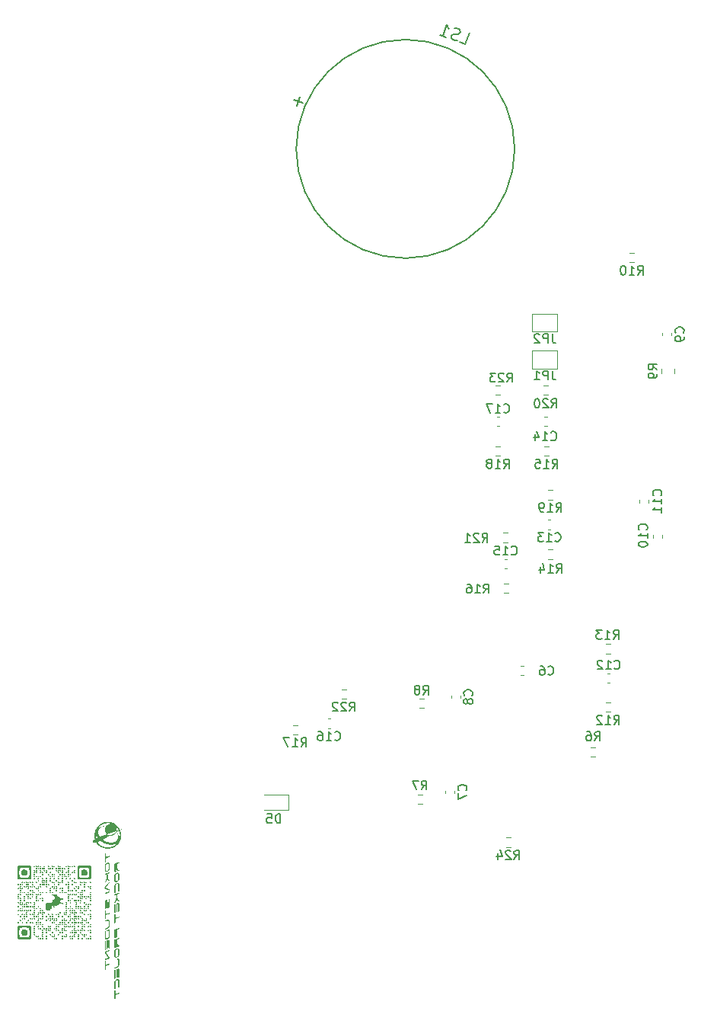
<source format=gbr>
%TF.GenerationSoftware,KiCad,Pcbnew,7.0.1*%
%TF.CreationDate,2023-05-25T18:45:16+09:00*%
%TF.ProjectId,THRControlModuleBoard,54485243-6f6e-4747-926f-6c4d6f64756c,rev?*%
%TF.SameCoordinates,Original*%
%TF.FileFunction,Legend,Bot*%
%TF.FilePolarity,Positive*%
%FSLAX46Y46*%
G04 Gerber Fmt 4.6, Leading zero omitted, Abs format (unit mm)*
G04 Created by KiCad (PCBNEW 7.0.1) date 2023-05-25 18:45:16*
%MOMM*%
%LPD*%
G01*
G04 APERTURE LIST*
%ADD10C,0.150000*%
%ADD11C,0.120000*%
%ADD12C,0.127000*%
G04 APERTURE END LIST*
D10*
%TO.C,R9*%
X161462619Y-83383333D02*
X160986428Y-83050000D01*
X161462619Y-82811905D02*
X160462619Y-82811905D01*
X160462619Y-82811905D02*
X160462619Y-83192857D01*
X160462619Y-83192857D02*
X160510238Y-83288095D01*
X160510238Y-83288095D02*
X160557857Y-83335714D01*
X160557857Y-83335714D02*
X160653095Y-83383333D01*
X160653095Y-83383333D02*
X160795952Y-83383333D01*
X160795952Y-83383333D02*
X160891190Y-83335714D01*
X160891190Y-83335714D02*
X160938809Y-83288095D01*
X160938809Y-83288095D02*
X160986428Y-83192857D01*
X160986428Y-83192857D02*
X160986428Y-82811905D01*
X161462619Y-83859524D02*
X161462619Y-84050000D01*
X161462619Y-84050000D02*
X161415000Y-84145238D01*
X161415000Y-84145238D02*
X161367380Y-84192857D01*
X161367380Y-84192857D02*
X161224523Y-84288095D01*
X161224523Y-84288095D02*
X161034047Y-84335714D01*
X161034047Y-84335714D02*
X160653095Y-84335714D01*
X160653095Y-84335714D02*
X160557857Y-84288095D01*
X160557857Y-84288095D02*
X160510238Y-84240476D01*
X160510238Y-84240476D02*
X160462619Y-84145238D01*
X160462619Y-84145238D02*
X160462619Y-83954762D01*
X160462619Y-83954762D02*
X160510238Y-83859524D01*
X160510238Y-83859524D02*
X160557857Y-83811905D01*
X160557857Y-83811905D02*
X160653095Y-83764286D01*
X160653095Y-83764286D02*
X160891190Y-83764286D01*
X160891190Y-83764286D02*
X160986428Y-83811905D01*
X160986428Y-83811905D02*
X161034047Y-83859524D01*
X161034047Y-83859524D02*
X161081666Y-83954762D01*
X161081666Y-83954762D02*
X161081666Y-84145238D01*
X161081666Y-84145238D02*
X161034047Y-84240476D01*
X161034047Y-84240476D02*
X160986428Y-84288095D01*
X160986428Y-84288095D02*
X160891190Y-84335714D01*
%TO.C,D5*%
X119538094Y-133762619D02*
X119538094Y-132762619D01*
X119538094Y-132762619D02*
X119299999Y-132762619D01*
X119299999Y-132762619D02*
X119157142Y-132810238D01*
X119157142Y-132810238D02*
X119061904Y-132905476D01*
X119061904Y-132905476D02*
X119014285Y-133000714D01*
X119014285Y-133000714D02*
X118966666Y-133191190D01*
X118966666Y-133191190D02*
X118966666Y-133334047D01*
X118966666Y-133334047D02*
X119014285Y-133524523D01*
X119014285Y-133524523D02*
X119061904Y-133619761D01*
X119061904Y-133619761D02*
X119157142Y-133715000D01*
X119157142Y-133715000D02*
X119299999Y-133762619D01*
X119299999Y-133762619D02*
X119538094Y-133762619D01*
X118061904Y-132762619D02*
X118538094Y-132762619D01*
X118538094Y-132762619D02*
X118585713Y-133238809D01*
X118585713Y-133238809D02*
X118538094Y-133191190D01*
X118538094Y-133191190D02*
X118442856Y-133143571D01*
X118442856Y-133143571D02*
X118204761Y-133143571D01*
X118204761Y-133143571D02*
X118109523Y-133191190D01*
X118109523Y-133191190D02*
X118061904Y-133238809D01*
X118061904Y-133238809D02*
X118014285Y-133334047D01*
X118014285Y-133334047D02*
X118014285Y-133572142D01*
X118014285Y-133572142D02*
X118061904Y-133667380D01*
X118061904Y-133667380D02*
X118109523Y-133715000D01*
X118109523Y-133715000D02*
X118204761Y-133762619D01*
X118204761Y-133762619D02*
X118442856Y-133762619D01*
X118442856Y-133762619D02*
X118538094Y-133715000D01*
X118538094Y-133715000D02*
X118585713Y-133667380D01*
%TO.C,JP1*%
X149783333Y-83512619D02*
X149783333Y-84226904D01*
X149783333Y-84226904D02*
X149830952Y-84369761D01*
X149830952Y-84369761D02*
X149926190Y-84465000D01*
X149926190Y-84465000D02*
X150069047Y-84512619D01*
X150069047Y-84512619D02*
X150164285Y-84512619D01*
X149307142Y-84512619D02*
X149307142Y-83512619D01*
X149307142Y-83512619D02*
X148926190Y-83512619D01*
X148926190Y-83512619D02*
X148830952Y-83560238D01*
X148830952Y-83560238D02*
X148783333Y-83607857D01*
X148783333Y-83607857D02*
X148735714Y-83703095D01*
X148735714Y-83703095D02*
X148735714Y-83845952D01*
X148735714Y-83845952D02*
X148783333Y-83941190D01*
X148783333Y-83941190D02*
X148830952Y-83988809D01*
X148830952Y-83988809D02*
X148926190Y-84036428D01*
X148926190Y-84036428D02*
X149307142Y-84036428D01*
X147783333Y-84512619D02*
X148354761Y-84512619D01*
X148069047Y-84512619D02*
X148069047Y-83512619D01*
X148069047Y-83512619D02*
X148164285Y-83655476D01*
X148164285Y-83655476D02*
X148259523Y-83750714D01*
X148259523Y-83750714D02*
X148354761Y-83798333D01*
%TO.C,C10*%
X160267380Y-101157142D02*
X160315000Y-101109523D01*
X160315000Y-101109523D02*
X160362619Y-100966666D01*
X160362619Y-100966666D02*
X160362619Y-100871428D01*
X160362619Y-100871428D02*
X160315000Y-100728571D01*
X160315000Y-100728571D02*
X160219761Y-100633333D01*
X160219761Y-100633333D02*
X160124523Y-100585714D01*
X160124523Y-100585714D02*
X159934047Y-100538095D01*
X159934047Y-100538095D02*
X159791190Y-100538095D01*
X159791190Y-100538095D02*
X159600714Y-100585714D01*
X159600714Y-100585714D02*
X159505476Y-100633333D01*
X159505476Y-100633333D02*
X159410238Y-100728571D01*
X159410238Y-100728571D02*
X159362619Y-100871428D01*
X159362619Y-100871428D02*
X159362619Y-100966666D01*
X159362619Y-100966666D02*
X159410238Y-101109523D01*
X159410238Y-101109523D02*
X159457857Y-101157142D01*
X160362619Y-102109523D02*
X160362619Y-101538095D01*
X160362619Y-101823809D02*
X159362619Y-101823809D01*
X159362619Y-101823809D02*
X159505476Y-101728571D01*
X159505476Y-101728571D02*
X159600714Y-101633333D01*
X159600714Y-101633333D02*
X159648333Y-101538095D01*
X159362619Y-102728571D02*
X159362619Y-102823809D01*
X159362619Y-102823809D02*
X159410238Y-102919047D01*
X159410238Y-102919047D02*
X159457857Y-102966666D01*
X159457857Y-102966666D02*
X159553095Y-103014285D01*
X159553095Y-103014285D02*
X159743571Y-103061904D01*
X159743571Y-103061904D02*
X159981666Y-103061904D01*
X159981666Y-103061904D02*
X160172142Y-103014285D01*
X160172142Y-103014285D02*
X160267380Y-102966666D01*
X160267380Y-102966666D02*
X160315000Y-102919047D01*
X160315000Y-102919047D02*
X160362619Y-102823809D01*
X160362619Y-102823809D02*
X160362619Y-102728571D01*
X160362619Y-102728571D02*
X160315000Y-102633333D01*
X160315000Y-102633333D02*
X160267380Y-102585714D01*
X160267380Y-102585714D02*
X160172142Y-102538095D01*
X160172142Y-102538095D02*
X159981666Y-102490476D01*
X159981666Y-102490476D02*
X159743571Y-102490476D01*
X159743571Y-102490476D02*
X159553095Y-102538095D01*
X159553095Y-102538095D02*
X159457857Y-102585714D01*
X159457857Y-102585714D02*
X159410238Y-102633333D01*
X159410238Y-102633333D02*
X159362619Y-102728571D01*
%TO.C,C13*%
X150092857Y-102397380D02*
X150140476Y-102445000D01*
X150140476Y-102445000D02*
X150283333Y-102492619D01*
X150283333Y-102492619D02*
X150378571Y-102492619D01*
X150378571Y-102492619D02*
X150521428Y-102445000D01*
X150521428Y-102445000D02*
X150616666Y-102349761D01*
X150616666Y-102349761D02*
X150664285Y-102254523D01*
X150664285Y-102254523D02*
X150711904Y-102064047D01*
X150711904Y-102064047D02*
X150711904Y-101921190D01*
X150711904Y-101921190D02*
X150664285Y-101730714D01*
X150664285Y-101730714D02*
X150616666Y-101635476D01*
X150616666Y-101635476D02*
X150521428Y-101540238D01*
X150521428Y-101540238D02*
X150378571Y-101492619D01*
X150378571Y-101492619D02*
X150283333Y-101492619D01*
X150283333Y-101492619D02*
X150140476Y-101540238D01*
X150140476Y-101540238D02*
X150092857Y-101587857D01*
X149140476Y-102492619D02*
X149711904Y-102492619D01*
X149426190Y-102492619D02*
X149426190Y-101492619D01*
X149426190Y-101492619D02*
X149521428Y-101635476D01*
X149521428Y-101635476D02*
X149616666Y-101730714D01*
X149616666Y-101730714D02*
X149711904Y-101778333D01*
X148807142Y-101492619D02*
X148188095Y-101492619D01*
X148188095Y-101492619D02*
X148521428Y-101873571D01*
X148521428Y-101873571D02*
X148378571Y-101873571D01*
X148378571Y-101873571D02*
X148283333Y-101921190D01*
X148283333Y-101921190D02*
X148235714Y-101968809D01*
X148235714Y-101968809D02*
X148188095Y-102064047D01*
X148188095Y-102064047D02*
X148188095Y-102302142D01*
X148188095Y-102302142D02*
X148235714Y-102397380D01*
X148235714Y-102397380D02*
X148283333Y-102445000D01*
X148283333Y-102445000D02*
X148378571Y-102492619D01*
X148378571Y-102492619D02*
X148664285Y-102492619D01*
X148664285Y-102492619D02*
X148759523Y-102445000D01*
X148759523Y-102445000D02*
X148807142Y-102397380D01*
%TO.C,R6*%
X154516666Y-124612619D02*
X154849999Y-124136428D01*
X155088094Y-124612619D02*
X155088094Y-123612619D01*
X155088094Y-123612619D02*
X154707142Y-123612619D01*
X154707142Y-123612619D02*
X154611904Y-123660238D01*
X154611904Y-123660238D02*
X154564285Y-123707857D01*
X154564285Y-123707857D02*
X154516666Y-123803095D01*
X154516666Y-123803095D02*
X154516666Y-123945952D01*
X154516666Y-123945952D02*
X154564285Y-124041190D01*
X154564285Y-124041190D02*
X154611904Y-124088809D01*
X154611904Y-124088809D02*
X154707142Y-124136428D01*
X154707142Y-124136428D02*
X155088094Y-124136428D01*
X153659523Y-123612619D02*
X153849999Y-123612619D01*
X153849999Y-123612619D02*
X153945237Y-123660238D01*
X153945237Y-123660238D02*
X153992856Y-123707857D01*
X153992856Y-123707857D02*
X154088094Y-123850714D01*
X154088094Y-123850714D02*
X154135713Y-124041190D01*
X154135713Y-124041190D02*
X154135713Y-124422142D01*
X154135713Y-124422142D02*
X154088094Y-124517380D01*
X154088094Y-124517380D02*
X154040475Y-124565000D01*
X154040475Y-124565000D02*
X153945237Y-124612619D01*
X153945237Y-124612619D02*
X153754761Y-124612619D01*
X153754761Y-124612619D02*
X153659523Y-124565000D01*
X153659523Y-124565000D02*
X153611904Y-124517380D01*
X153611904Y-124517380D02*
X153564285Y-124422142D01*
X153564285Y-124422142D02*
X153564285Y-124184047D01*
X153564285Y-124184047D02*
X153611904Y-124088809D01*
X153611904Y-124088809D02*
X153659523Y-124041190D01*
X153659523Y-124041190D02*
X153754761Y-123993571D01*
X153754761Y-123993571D02*
X153945237Y-123993571D01*
X153945237Y-123993571D02*
X154040475Y-124041190D01*
X154040475Y-124041190D02*
X154088094Y-124088809D01*
X154088094Y-124088809D02*
X154135713Y-124184047D01*
%TO.C,R18*%
X144392857Y-94342619D02*
X144726190Y-93866428D01*
X144964285Y-94342619D02*
X144964285Y-93342619D01*
X144964285Y-93342619D02*
X144583333Y-93342619D01*
X144583333Y-93342619D02*
X144488095Y-93390238D01*
X144488095Y-93390238D02*
X144440476Y-93437857D01*
X144440476Y-93437857D02*
X144392857Y-93533095D01*
X144392857Y-93533095D02*
X144392857Y-93675952D01*
X144392857Y-93675952D02*
X144440476Y-93771190D01*
X144440476Y-93771190D02*
X144488095Y-93818809D01*
X144488095Y-93818809D02*
X144583333Y-93866428D01*
X144583333Y-93866428D02*
X144964285Y-93866428D01*
X143440476Y-94342619D02*
X144011904Y-94342619D01*
X143726190Y-94342619D02*
X143726190Y-93342619D01*
X143726190Y-93342619D02*
X143821428Y-93485476D01*
X143821428Y-93485476D02*
X143916666Y-93580714D01*
X143916666Y-93580714D02*
X144011904Y-93628333D01*
X142869047Y-93771190D02*
X142964285Y-93723571D01*
X142964285Y-93723571D02*
X143011904Y-93675952D01*
X143011904Y-93675952D02*
X143059523Y-93580714D01*
X143059523Y-93580714D02*
X143059523Y-93533095D01*
X143059523Y-93533095D02*
X143011904Y-93437857D01*
X143011904Y-93437857D02*
X142964285Y-93390238D01*
X142964285Y-93390238D02*
X142869047Y-93342619D01*
X142869047Y-93342619D02*
X142678571Y-93342619D01*
X142678571Y-93342619D02*
X142583333Y-93390238D01*
X142583333Y-93390238D02*
X142535714Y-93437857D01*
X142535714Y-93437857D02*
X142488095Y-93533095D01*
X142488095Y-93533095D02*
X142488095Y-93580714D01*
X142488095Y-93580714D02*
X142535714Y-93675952D01*
X142535714Y-93675952D02*
X142583333Y-93723571D01*
X142583333Y-93723571D02*
X142678571Y-93771190D01*
X142678571Y-93771190D02*
X142869047Y-93771190D01*
X142869047Y-93771190D02*
X142964285Y-93818809D01*
X142964285Y-93818809D02*
X143011904Y-93866428D01*
X143011904Y-93866428D02*
X143059523Y-93961666D01*
X143059523Y-93961666D02*
X143059523Y-94152142D01*
X143059523Y-94152142D02*
X143011904Y-94247380D01*
X143011904Y-94247380D02*
X142964285Y-94295000D01*
X142964285Y-94295000D02*
X142869047Y-94342619D01*
X142869047Y-94342619D02*
X142678571Y-94342619D01*
X142678571Y-94342619D02*
X142583333Y-94295000D01*
X142583333Y-94295000D02*
X142535714Y-94247380D01*
X142535714Y-94247380D02*
X142488095Y-94152142D01*
X142488095Y-94152142D02*
X142488095Y-93961666D01*
X142488095Y-93961666D02*
X142535714Y-93866428D01*
X142535714Y-93866428D02*
X142583333Y-93818809D01*
X142583333Y-93818809D02*
X142678571Y-93771190D01*
%TO.C,R20*%
X149692857Y-87612619D02*
X150026190Y-87136428D01*
X150264285Y-87612619D02*
X150264285Y-86612619D01*
X150264285Y-86612619D02*
X149883333Y-86612619D01*
X149883333Y-86612619D02*
X149788095Y-86660238D01*
X149788095Y-86660238D02*
X149740476Y-86707857D01*
X149740476Y-86707857D02*
X149692857Y-86803095D01*
X149692857Y-86803095D02*
X149692857Y-86945952D01*
X149692857Y-86945952D02*
X149740476Y-87041190D01*
X149740476Y-87041190D02*
X149788095Y-87088809D01*
X149788095Y-87088809D02*
X149883333Y-87136428D01*
X149883333Y-87136428D02*
X150264285Y-87136428D01*
X149311904Y-86707857D02*
X149264285Y-86660238D01*
X149264285Y-86660238D02*
X149169047Y-86612619D01*
X149169047Y-86612619D02*
X148930952Y-86612619D01*
X148930952Y-86612619D02*
X148835714Y-86660238D01*
X148835714Y-86660238D02*
X148788095Y-86707857D01*
X148788095Y-86707857D02*
X148740476Y-86803095D01*
X148740476Y-86803095D02*
X148740476Y-86898333D01*
X148740476Y-86898333D02*
X148788095Y-87041190D01*
X148788095Y-87041190D02*
X149359523Y-87612619D01*
X149359523Y-87612619D02*
X148740476Y-87612619D01*
X148121428Y-86612619D02*
X148026190Y-86612619D01*
X148026190Y-86612619D02*
X147930952Y-86660238D01*
X147930952Y-86660238D02*
X147883333Y-86707857D01*
X147883333Y-86707857D02*
X147835714Y-86803095D01*
X147835714Y-86803095D02*
X147788095Y-86993571D01*
X147788095Y-86993571D02*
X147788095Y-87231666D01*
X147788095Y-87231666D02*
X147835714Y-87422142D01*
X147835714Y-87422142D02*
X147883333Y-87517380D01*
X147883333Y-87517380D02*
X147930952Y-87565000D01*
X147930952Y-87565000D02*
X148026190Y-87612619D01*
X148026190Y-87612619D02*
X148121428Y-87612619D01*
X148121428Y-87612619D02*
X148216666Y-87565000D01*
X148216666Y-87565000D02*
X148264285Y-87517380D01*
X148264285Y-87517380D02*
X148311904Y-87422142D01*
X148311904Y-87422142D02*
X148359523Y-87231666D01*
X148359523Y-87231666D02*
X148359523Y-86993571D01*
X148359523Y-86993571D02*
X148311904Y-86803095D01*
X148311904Y-86803095D02*
X148264285Y-86707857D01*
X148264285Y-86707857D02*
X148216666Y-86660238D01*
X148216666Y-86660238D02*
X148121428Y-86612619D01*
%TO.C,R16*%
X142142857Y-108212619D02*
X142476190Y-107736428D01*
X142714285Y-108212619D02*
X142714285Y-107212619D01*
X142714285Y-107212619D02*
X142333333Y-107212619D01*
X142333333Y-107212619D02*
X142238095Y-107260238D01*
X142238095Y-107260238D02*
X142190476Y-107307857D01*
X142190476Y-107307857D02*
X142142857Y-107403095D01*
X142142857Y-107403095D02*
X142142857Y-107545952D01*
X142142857Y-107545952D02*
X142190476Y-107641190D01*
X142190476Y-107641190D02*
X142238095Y-107688809D01*
X142238095Y-107688809D02*
X142333333Y-107736428D01*
X142333333Y-107736428D02*
X142714285Y-107736428D01*
X141190476Y-108212619D02*
X141761904Y-108212619D01*
X141476190Y-108212619D02*
X141476190Y-107212619D01*
X141476190Y-107212619D02*
X141571428Y-107355476D01*
X141571428Y-107355476D02*
X141666666Y-107450714D01*
X141666666Y-107450714D02*
X141761904Y-107498333D01*
X140333333Y-107212619D02*
X140523809Y-107212619D01*
X140523809Y-107212619D02*
X140619047Y-107260238D01*
X140619047Y-107260238D02*
X140666666Y-107307857D01*
X140666666Y-107307857D02*
X140761904Y-107450714D01*
X140761904Y-107450714D02*
X140809523Y-107641190D01*
X140809523Y-107641190D02*
X140809523Y-108022142D01*
X140809523Y-108022142D02*
X140761904Y-108117380D01*
X140761904Y-108117380D02*
X140714285Y-108165000D01*
X140714285Y-108165000D02*
X140619047Y-108212619D01*
X140619047Y-108212619D02*
X140428571Y-108212619D01*
X140428571Y-108212619D02*
X140333333Y-108165000D01*
X140333333Y-108165000D02*
X140285714Y-108117380D01*
X140285714Y-108117380D02*
X140238095Y-108022142D01*
X140238095Y-108022142D02*
X140238095Y-107784047D01*
X140238095Y-107784047D02*
X140285714Y-107688809D01*
X140285714Y-107688809D02*
X140333333Y-107641190D01*
X140333333Y-107641190D02*
X140428571Y-107593571D01*
X140428571Y-107593571D02*
X140619047Y-107593571D01*
X140619047Y-107593571D02*
X140714285Y-107641190D01*
X140714285Y-107641190D02*
X140761904Y-107688809D01*
X140761904Y-107688809D02*
X140809523Y-107784047D01*
%TO.C,R22*%
X127242857Y-121342619D02*
X127576190Y-120866428D01*
X127814285Y-121342619D02*
X127814285Y-120342619D01*
X127814285Y-120342619D02*
X127433333Y-120342619D01*
X127433333Y-120342619D02*
X127338095Y-120390238D01*
X127338095Y-120390238D02*
X127290476Y-120437857D01*
X127290476Y-120437857D02*
X127242857Y-120533095D01*
X127242857Y-120533095D02*
X127242857Y-120675952D01*
X127242857Y-120675952D02*
X127290476Y-120771190D01*
X127290476Y-120771190D02*
X127338095Y-120818809D01*
X127338095Y-120818809D02*
X127433333Y-120866428D01*
X127433333Y-120866428D02*
X127814285Y-120866428D01*
X126861904Y-120437857D02*
X126814285Y-120390238D01*
X126814285Y-120390238D02*
X126719047Y-120342619D01*
X126719047Y-120342619D02*
X126480952Y-120342619D01*
X126480952Y-120342619D02*
X126385714Y-120390238D01*
X126385714Y-120390238D02*
X126338095Y-120437857D01*
X126338095Y-120437857D02*
X126290476Y-120533095D01*
X126290476Y-120533095D02*
X126290476Y-120628333D01*
X126290476Y-120628333D02*
X126338095Y-120771190D01*
X126338095Y-120771190D02*
X126909523Y-121342619D01*
X126909523Y-121342619D02*
X126290476Y-121342619D01*
X125909523Y-120437857D02*
X125861904Y-120390238D01*
X125861904Y-120390238D02*
X125766666Y-120342619D01*
X125766666Y-120342619D02*
X125528571Y-120342619D01*
X125528571Y-120342619D02*
X125433333Y-120390238D01*
X125433333Y-120390238D02*
X125385714Y-120437857D01*
X125385714Y-120437857D02*
X125338095Y-120533095D01*
X125338095Y-120533095D02*
X125338095Y-120628333D01*
X125338095Y-120628333D02*
X125385714Y-120771190D01*
X125385714Y-120771190D02*
X125957142Y-121342619D01*
X125957142Y-121342619D02*
X125338095Y-121342619D01*
%TO.C,R12*%
X156642857Y-122792619D02*
X156976190Y-122316428D01*
X157214285Y-122792619D02*
X157214285Y-121792619D01*
X157214285Y-121792619D02*
X156833333Y-121792619D01*
X156833333Y-121792619D02*
X156738095Y-121840238D01*
X156738095Y-121840238D02*
X156690476Y-121887857D01*
X156690476Y-121887857D02*
X156642857Y-121983095D01*
X156642857Y-121983095D02*
X156642857Y-122125952D01*
X156642857Y-122125952D02*
X156690476Y-122221190D01*
X156690476Y-122221190D02*
X156738095Y-122268809D01*
X156738095Y-122268809D02*
X156833333Y-122316428D01*
X156833333Y-122316428D02*
X157214285Y-122316428D01*
X155690476Y-122792619D02*
X156261904Y-122792619D01*
X155976190Y-122792619D02*
X155976190Y-121792619D01*
X155976190Y-121792619D02*
X156071428Y-121935476D01*
X156071428Y-121935476D02*
X156166666Y-122030714D01*
X156166666Y-122030714D02*
X156261904Y-122078333D01*
X155309523Y-121887857D02*
X155261904Y-121840238D01*
X155261904Y-121840238D02*
X155166666Y-121792619D01*
X155166666Y-121792619D02*
X154928571Y-121792619D01*
X154928571Y-121792619D02*
X154833333Y-121840238D01*
X154833333Y-121840238D02*
X154785714Y-121887857D01*
X154785714Y-121887857D02*
X154738095Y-121983095D01*
X154738095Y-121983095D02*
X154738095Y-122078333D01*
X154738095Y-122078333D02*
X154785714Y-122221190D01*
X154785714Y-122221190D02*
X155357142Y-122792619D01*
X155357142Y-122792619D02*
X154738095Y-122792619D01*
%TO.C,R13*%
X156592857Y-113312619D02*
X156926190Y-112836428D01*
X157164285Y-113312619D02*
X157164285Y-112312619D01*
X157164285Y-112312619D02*
X156783333Y-112312619D01*
X156783333Y-112312619D02*
X156688095Y-112360238D01*
X156688095Y-112360238D02*
X156640476Y-112407857D01*
X156640476Y-112407857D02*
X156592857Y-112503095D01*
X156592857Y-112503095D02*
X156592857Y-112645952D01*
X156592857Y-112645952D02*
X156640476Y-112741190D01*
X156640476Y-112741190D02*
X156688095Y-112788809D01*
X156688095Y-112788809D02*
X156783333Y-112836428D01*
X156783333Y-112836428D02*
X157164285Y-112836428D01*
X155640476Y-113312619D02*
X156211904Y-113312619D01*
X155926190Y-113312619D02*
X155926190Y-112312619D01*
X155926190Y-112312619D02*
X156021428Y-112455476D01*
X156021428Y-112455476D02*
X156116666Y-112550714D01*
X156116666Y-112550714D02*
X156211904Y-112598333D01*
X155307142Y-112312619D02*
X154688095Y-112312619D01*
X154688095Y-112312619D02*
X155021428Y-112693571D01*
X155021428Y-112693571D02*
X154878571Y-112693571D01*
X154878571Y-112693571D02*
X154783333Y-112741190D01*
X154783333Y-112741190D02*
X154735714Y-112788809D01*
X154735714Y-112788809D02*
X154688095Y-112884047D01*
X154688095Y-112884047D02*
X154688095Y-113122142D01*
X154688095Y-113122142D02*
X154735714Y-113217380D01*
X154735714Y-113217380D02*
X154783333Y-113265000D01*
X154783333Y-113265000D02*
X154878571Y-113312619D01*
X154878571Y-113312619D02*
X155164285Y-113312619D01*
X155164285Y-113312619D02*
X155259523Y-113265000D01*
X155259523Y-113265000D02*
X155307142Y-113217380D01*
%TO.C,C9*%
X164347380Y-79283333D02*
X164395000Y-79235714D01*
X164395000Y-79235714D02*
X164442619Y-79092857D01*
X164442619Y-79092857D02*
X164442619Y-78997619D01*
X164442619Y-78997619D02*
X164395000Y-78854762D01*
X164395000Y-78854762D02*
X164299761Y-78759524D01*
X164299761Y-78759524D02*
X164204523Y-78711905D01*
X164204523Y-78711905D02*
X164014047Y-78664286D01*
X164014047Y-78664286D02*
X163871190Y-78664286D01*
X163871190Y-78664286D02*
X163680714Y-78711905D01*
X163680714Y-78711905D02*
X163585476Y-78759524D01*
X163585476Y-78759524D02*
X163490238Y-78854762D01*
X163490238Y-78854762D02*
X163442619Y-78997619D01*
X163442619Y-78997619D02*
X163442619Y-79092857D01*
X163442619Y-79092857D02*
X163490238Y-79235714D01*
X163490238Y-79235714D02*
X163537857Y-79283333D01*
X164442619Y-79759524D02*
X164442619Y-79950000D01*
X164442619Y-79950000D02*
X164395000Y-80045238D01*
X164395000Y-80045238D02*
X164347380Y-80092857D01*
X164347380Y-80092857D02*
X164204523Y-80188095D01*
X164204523Y-80188095D02*
X164014047Y-80235714D01*
X164014047Y-80235714D02*
X163633095Y-80235714D01*
X163633095Y-80235714D02*
X163537857Y-80188095D01*
X163537857Y-80188095D02*
X163490238Y-80140476D01*
X163490238Y-80140476D02*
X163442619Y-80045238D01*
X163442619Y-80045238D02*
X163442619Y-79854762D01*
X163442619Y-79854762D02*
X163490238Y-79759524D01*
X163490238Y-79759524D02*
X163537857Y-79711905D01*
X163537857Y-79711905D02*
X163633095Y-79664286D01*
X163633095Y-79664286D02*
X163871190Y-79664286D01*
X163871190Y-79664286D02*
X163966428Y-79711905D01*
X163966428Y-79711905D02*
X164014047Y-79759524D01*
X164014047Y-79759524D02*
X164061666Y-79854762D01*
X164061666Y-79854762D02*
X164061666Y-80045238D01*
X164061666Y-80045238D02*
X164014047Y-80140476D01*
X164014047Y-80140476D02*
X163966428Y-80188095D01*
X163966428Y-80188095D02*
X163871190Y-80235714D01*
%TO.C,C8*%
X140847380Y-119583333D02*
X140895000Y-119535714D01*
X140895000Y-119535714D02*
X140942619Y-119392857D01*
X140942619Y-119392857D02*
X140942619Y-119297619D01*
X140942619Y-119297619D02*
X140895000Y-119154762D01*
X140895000Y-119154762D02*
X140799761Y-119059524D01*
X140799761Y-119059524D02*
X140704523Y-119011905D01*
X140704523Y-119011905D02*
X140514047Y-118964286D01*
X140514047Y-118964286D02*
X140371190Y-118964286D01*
X140371190Y-118964286D02*
X140180714Y-119011905D01*
X140180714Y-119011905D02*
X140085476Y-119059524D01*
X140085476Y-119059524D02*
X139990238Y-119154762D01*
X139990238Y-119154762D02*
X139942619Y-119297619D01*
X139942619Y-119297619D02*
X139942619Y-119392857D01*
X139942619Y-119392857D02*
X139990238Y-119535714D01*
X139990238Y-119535714D02*
X140037857Y-119583333D01*
X140371190Y-120154762D02*
X140323571Y-120059524D01*
X140323571Y-120059524D02*
X140275952Y-120011905D01*
X140275952Y-120011905D02*
X140180714Y-119964286D01*
X140180714Y-119964286D02*
X140133095Y-119964286D01*
X140133095Y-119964286D02*
X140037857Y-120011905D01*
X140037857Y-120011905D02*
X139990238Y-120059524D01*
X139990238Y-120059524D02*
X139942619Y-120154762D01*
X139942619Y-120154762D02*
X139942619Y-120345238D01*
X139942619Y-120345238D02*
X139990238Y-120440476D01*
X139990238Y-120440476D02*
X140037857Y-120488095D01*
X140037857Y-120488095D02*
X140133095Y-120535714D01*
X140133095Y-120535714D02*
X140180714Y-120535714D01*
X140180714Y-120535714D02*
X140275952Y-120488095D01*
X140275952Y-120488095D02*
X140323571Y-120440476D01*
X140323571Y-120440476D02*
X140371190Y-120345238D01*
X140371190Y-120345238D02*
X140371190Y-120154762D01*
X140371190Y-120154762D02*
X140418809Y-120059524D01*
X140418809Y-120059524D02*
X140466428Y-120011905D01*
X140466428Y-120011905D02*
X140561666Y-119964286D01*
X140561666Y-119964286D02*
X140752142Y-119964286D01*
X140752142Y-119964286D02*
X140847380Y-120011905D01*
X140847380Y-120011905D02*
X140895000Y-120059524D01*
X140895000Y-120059524D02*
X140942619Y-120154762D01*
X140942619Y-120154762D02*
X140942619Y-120345238D01*
X140942619Y-120345238D02*
X140895000Y-120440476D01*
X140895000Y-120440476D02*
X140847380Y-120488095D01*
X140847380Y-120488095D02*
X140752142Y-120535714D01*
X140752142Y-120535714D02*
X140561666Y-120535714D01*
X140561666Y-120535714D02*
X140466428Y-120488095D01*
X140466428Y-120488095D02*
X140418809Y-120440476D01*
X140418809Y-120440476D02*
X140371190Y-120345238D01*
%TO.C,C11*%
X161867380Y-97357142D02*
X161915000Y-97309523D01*
X161915000Y-97309523D02*
X161962619Y-97166666D01*
X161962619Y-97166666D02*
X161962619Y-97071428D01*
X161962619Y-97071428D02*
X161915000Y-96928571D01*
X161915000Y-96928571D02*
X161819761Y-96833333D01*
X161819761Y-96833333D02*
X161724523Y-96785714D01*
X161724523Y-96785714D02*
X161534047Y-96738095D01*
X161534047Y-96738095D02*
X161391190Y-96738095D01*
X161391190Y-96738095D02*
X161200714Y-96785714D01*
X161200714Y-96785714D02*
X161105476Y-96833333D01*
X161105476Y-96833333D02*
X161010238Y-96928571D01*
X161010238Y-96928571D02*
X160962619Y-97071428D01*
X160962619Y-97071428D02*
X160962619Y-97166666D01*
X160962619Y-97166666D02*
X161010238Y-97309523D01*
X161010238Y-97309523D02*
X161057857Y-97357142D01*
X161962619Y-98309523D02*
X161962619Y-97738095D01*
X161962619Y-98023809D02*
X160962619Y-98023809D01*
X160962619Y-98023809D02*
X161105476Y-97928571D01*
X161105476Y-97928571D02*
X161200714Y-97833333D01*
X161200714Y-97833333D02*
X161248333Y-97738095D01*
X161962619Y-99261904D02*
X161962619Y-98690476D01*
X161962619Y-98976190D02*
X160962619Y-98976190D01*
X160962619Y-98976190D02*
X161105476Y-98880952D01*
X161105476Y-98880952D02*
X161200714Y-98785714D01*
X161200714Y-98785714D02*
X161248333Y-98690476D01*
%TO.C,C17*%
X144392857Y-88087380D02*
X144440476Y-88135000D01*
X144440476Y-88135000D02*
X144583333Y-88182619D01*
X144583333Y-88182619D02*
X144678571Y-88182619D01*
X144678571Y-88182619D02*
X144821428Y-88135000D01*
X144821428Y-88135000D02*
X144916666Y-88039761D01*
X144916666Y-88039761D02*
X144964285Y-87944523D01*
X144964285Y-87944523D02*
X145011904Y-87754047D01*
X145011904Y-87754047D02*
X145011904Y-87611190D01*
X145011904Y-87611190D02*
X144964285Y-87420714D01*
X144964285Y-87420714D02*
X144916666Y-87325476D01*
X144916666Y-87325476D02*
X144821428Y-87230238D01*
X144821428Y-87230238D02*
X144678571Y-87182619D01*
X144678571Y-87182619D02*
X144583333Y-87182619D01*
X144583333Y-87182619D02*
X144440476Y-87230238D01*
X144440476Y-87230238D02*
X144392857Y-87277857D01*
X143440476Y-88182619D02*
X144011904Y-88182619D01*
X143726190Y-88182619D02*
X143726190Y-87182619D01*
X143726190Y-87182619D02*
X143821428Y-87325476D01*
X143821428Y-87325476D02*
X143916666Y-87420714D01*
X143916666Y-87420714D02*
X144011904Y-87468333D01*
X143107142Y-87182619D02*
X142440476Y-87182619D01*
X142440476Y-87182619D02*
X142869047Y-88182619D01*
%TO.C,R10*%
X159292857Y-72842619D02*
X159626190Y-72366428D01*
X159864285Y-72842619D02*
X159864285Y-71842619D01*
X159864285Y-71842619D02*
X159483333Y-71842619D01*
X159483333Y-71842619D02*
X159388095Y-71890238D01*
X159388095Y-71890238D02*
X159340476Y-71937857D01*
X159340476Y-71937857D02*
X159292857Y-72033095D01*
X159292857Y-72033095D02*
X159292857Y-72175952D01*
X159292857Y-72175952D02*
X159340476Y-72271190D01*
X159340476Y-72271190D02*
X159388095Y-72318809D01*
X159388095Y-72318809D02*
X159483333Y-72366428D01*
X159483333Y-72366428D02*
X159864285Y-72366428D01*
X158340476Y-72842619D02*
X158911904Y-72842619D01*
X158626190Y-72842619D02*
X158626190Y-71842619D01*
X158626190Y-71842619D02*
X158721428Y-71985476D01*
X158721428Y-71985476D02*
X158816666Y-72080714D01*
X158816666Y-72080714D02*
X158911904Y-72128333D01*
X157721428Y-71842619D02*
X157626190Y-71842619D01*
X157626190Y-71842619D02*
X157530952Y-71890238D01*
X157530952Y-71890238D02*
X157483333Y-71937857D01*
X157483333Y-71937857D02*
X157435714Y-72033095D01*
X157435714Y-72033095D02*
X157388095Y-72223571D01*
X157388095Y-72223571D02*
X157388095Y-72461666D01*
X157388095Y-72461666D02*
X157435714Y-72652142D01*
X157435714Y-72652142D02*
X157483333Y-72747380D01*
X157483333Y-72747380D02*
X157530952Y-72795000D01*
X157530952Y-72795000D02*
X157626190Y-72842619D01*
X157626190Y-72842619D02*
X157721428Y-72842619D01*
X157721428Y-72842619D02*
X157816666Y-72795000D01*
X157816666Y-72795000D02*
X157864285Y-72747380D01*
X157864285Y-72747380D02*
X157911904Y-72652142D01*
X157911904Y-72652142D02*
X157959523Y-72461666D01*
X157959523Y-72461666D02*
X157959523Y-72223571D01*
X157959523Y-72223571D02*
X157911904Y-72033095D01*
X157911904Y-72033095D02*
X157864285Y-71937857D01*
X157864285Y-71937857D02*
X157816666Y-71890238D01*
X157816666Y-71890238D02*
X157721428Y-71842619D01*
%TO.C,R7*%
X135216666Y-130062619D02*
X135549999Y-129586428D01*
X135788094Y-130062619D02*
X135788094Y-129062619D01*
X135788094Y-129062619D02*
X135407142Y-129062619D01*
X135407142Y-129062619D02*
X135311904Y-129110238D01*
X135311904Y-129110238D02*
X135264285Y-129157857D01*
X135264285Y-129157857D02*
X135216666Y-129253095D01*
X135216666Y-129253095D02*
X135216666Y-129395952D01*
X135216666Y-129395952D02*
X135264285Y-129491190D01*
X135264285Y-129491190D02*
X135311904Y-129538809D01*
X135311904Y-129538809D02*
X135407142Y-129586428D01*
X135407142Y-129586428D02*
X135788094Y-129586428D01*
X134883332Y-129062619D02*
X134216666Y-129062619D01*
X134216666Y-129062619D02*
X134645237Y-130062619D01*
%TO.C,R15*%
X149792857Y-94342619D02*
X150126190Y-93866428D01*
X150364285Y-94342619D02*
X150364285Y-93342619D01*
X150364285Y-93342619D02*
X149983333Y-93342619D01*
X149983333Y-93342619D02*
X149888095Y-93390238D01*
X149888095Y-93390238D02*
X149840476Y-93437857D01*
X149840476Y-93437857D02*
X149792857Y-93533095D01*
X149792857Y-93533095D02*
X149792857Y-93675952D01*
X149792857Y-93675952D02*
X149840476Y-93771190D01*
X149840476Y-93771190D02*
X149888095Y-93818809D01*
X149888095Y-93818809D02*
X149983333Y-93866428D01*
X149983333Y-93866428D02*
X150364285Y-93866428D01*
X148840476Y-94342619D02*
X149411904Y-94342619D01*
X149126190Y-94342619D02*
X149126190Y-93342619D01*
X149126190Y-93342619D02*
X149221428Y-93485476D01*
X149221428Y-93485476D02*
X149316666Y-93580714D01*
X149316666Y-93580714D02*
X149411904Y-93628333D01*
X147935714Y-93342619D02*
X148411904Y-93342619D01*
X148411904Y-93342619D02*
X148459523Y-93818809D01*
X148459523Y-93818809D02*
X148411904Y-93771190D01*
X148411904Y-93771190D02*
X148316666Y-93723571D01*
X148316666Y-93723571D02*
X148078571Y-93723571D01*
X148078571Y-93723571D02*
X147983333Y-93771190D01*
X147983333Y-93771190D02*
X147935714Y-93818809D01*
X147935714Y-93818809D02*
X147888095Y-93914047D01*
X147888095Y-93914047D02*
X147888095Y-94152142D01*
X147888095Y-94152142D02*
X147935714Y-94247380D01*
X147935714Y-94247380D02*
X147983333Y-94295000D01*
X147983333Y-94295000D02*
X148078571Y-94342619D01*
X148078571Y-94342619D02*
X148316666Y-94342619D01*
X148316666Y-94342619D02*
X148411904Y-94295000D01*
X148411904Y-94295000D02*
X148459523Y-94247380D01*
%TO.C,C15*%
X145242857Y-103887380D02*
X145290476Y-103935000D01*
X145290476Y-103935000D02*
X145433333Y-103982619D01*
X145433333Y-103982619D02*
X145528571Y-103982619D01*
X145528571Y-103982619D02*
X145671428Y-103935000D01*
X145671428Y-103935000D02*
X145766666Y-103839761D01*
X145766666Y-103839761D02*
X145814285Y-103744523D01*
X145814285Y-103744523D02*
X145861904Y-103554047D01*
X145861904Y-103554047D02*
X145861904Y-103411190D01*
X145861904Y-103411190D02*
X145814285Y-103220714D01*
X145814285Y-103220714D02*
X145766666Y-103125476D01*
X145766666Y-103125476D02*
X145671428Y-103030238D01*
X145671428Y-103030238D02*
X145528571Y-102982619D01*
X145528571Y-102982619D02*
X145433333Y-102982619D01*
X145433333Y-102982619D02*
X145290476Y-103030238D01*
X145290476Y-103030238D02*
X145242857Y-103077857D01*
X144290476Y-103982619D02*
X144861904Y-103982619D01*
X144576190Y-103982619D02*
X144576190Y-102982619D01*
X144576190Y-102982619D02*
X144671428Y-103125476D01*
X144671428Y-103125476D02*
X144766666Y-103220714D01*
X144766666Y-103220714D02*
X144861904Y-103268333D01*
X143385714Y-102982619D02*
X143861904Y-102982619D01*
X143861904Y-102982619D02*
X143909523Y-103458809D01*
X143909523Y-103458809D02*
X143861904Y-103411190D01*
X143861904Y-103411190D02*
X143766666Y-103363571D01*
X143766666Y-103363571D02*
X143528571Y-103363571D01*
X143528571Y-103363571D02*
X143433333Y-103411190D01*
X143433333Y-103411190D02*
X143385714Y-103458809D01*
X143385714Y-103458809D02*
X143338095Y-103554047D01*
X143338095Y-103554047D02*
X143338095Y-103792142D01*
X143338095Y-103792142D02*
X143385714Y-103887380D01*
X143385714Y-103887380D02*
X143433333Y-103935000D01*
X143433333Y-103935000D02*
X143528571Y-103982619D01*
X143528571Y-103982619D02*
X143766666Y-103982619D01*
X143766666Y-103982619D02*
X143861904Y-103935000D01*
X143861904Y-103935000D02*
X143909523Y-103887380D01*
%TO.C,R17*%
X121842857Y-125292619D02*
X122176190Y-124816428D01*
X122414285Y-125292619D02*
X122414285Y-124292619D01*
X122414285Y-124292619D02*
X122033333Y-124292619D01*
X122033333Y-124292619D02*
X121938095Y-124340238D01*
X121938095Y-124340238D02*
X121890476Y-124387857D01*
X121890476Y-124387857D02*
X121842857Y-124483095D01*
X121842857Y-124483095D02*
X121842857Y-124625952D01*
X121842857Y-124625952D02*
X121890476Y-124721190D01*
X121890476Y-124721190D02*
X121938095Y-124768809D01*
X121938095Y-124768809D02*
X122033333Y-124816428D01*
X122033333Y-124816428D02*
X122414285Y-124816428D01*
X120890476Y-125292619D02*
X121461904Y-125292619D01*
X121176190Y-125292619D02*
X121176190Y-124292619D01*
X121176190Y-124292619D02*
X121271428Y-124435476D01*
X121271428Y-124435476D02*
X121366666Y-124530714D01*
X121366666Y-124530714D02*
X121461904Y-124578333D01*
X120557142Y-124292619D02*
X119890476Y-124292619D01*
X119890476Y-124292619D02*
X120319047Y-125292619D01*
%TO.C,R24*%
X145542857Y-137792619D02*
X145876190Y-137316428D01*
X146114285Y-137792619D02*
X146114285Y-136792619D01*
X146114285Y-136792619D02*
X145733333Y-136792619D01*
X145733333Y-136792619D02*
X145638095Y-136840238D01*
X145638095Y-136840238D02*
X145590476Y-136887857D01*
X145590476Y-136887857D02*
X145542857Y-136983095D01*
X145542857Y-136983095D02*
X145542857Y-137125952D01*
X145542857Y-137125952D02*
X145590476Y-137221190D01*
X145590476Y-137221190D02*
X145638095Y-137268809D01*
X145638095Y-137268809D02*
X145733333Y-137316428D01*
X145733333Y-137316428D02*
X146114285Y-137316428D01*
X145161904Y-136887857D02*
X145114285Y-136840238D01*
X145114285Y-136840238D02*
X145019047Y-136792619D01*
X145019047Y-136792619D02*
X144780952Y-136792619D01*
X144780952Y-136792619D02*
X144685714Y-136840238D01*
X144685714Y-136840238D02*
X144638095Y-136887857D01*
X144638095Y-136887857D02*
X144590476Y-136983095D01*
X144590476Y-136983095D02*
X144590476Y-137078333D01*
X144590476Y-137078333D02*
X144638095Y-137221190D01*
X144638095Y-137221190D02*
X145209523Y-137792619D01*
X145209523Y-137792619D02*
X144590476Y-137792619D01*
X143733333Y-137125952D02*
X143733333Y-137792619D01*
X143971428Y-136745000D02*
X144209523Y-137459285D01*
X144209523Y-137459285D02*
X143590476Y-137459285D01*
%TO.C,C14*%
X149642857Y-91167380D02*
X149690476Y-91215000D01*
X149690476Y-91215000D02*
X149833333Y-91262619D01*
X149833333Y-91262619D02*
X149928571Y-91262619D01*
X149928571Y-91262619D02*
X150071428Y-91215000D01*
X150071428Y-91215000D02*
X150166666Y-91119761D01*
X150166666Y-91119761D02*
X150214285Y-91024523D01*
X150214285Y-91024523D02*
X150261904Y-90834047D01*
X150261904Y-90834047D02*
X150261904Y-90691190D01*
X150261904Y-90691190D02*
X150214285Y-90500714D01*
X150214285Y-90500714D02*
X150166666Y-90405476D01*
X150166666Y-90405476D02*
X150071428Y-90310238D01*
X150071428Y-90310238D02*
X149928571Y-90262619D01*
X149928571Y-90262619D02*
X149833333Y-90262619D01*
X149833333Y-90262619D02*
X149690476Y-90310238D01*
X149690476Y-90310238D02*
X149642857Y-90357857D01*
X148690476Y-91262619D02*
X149261904Y-91262619D01*
X148976190Y-91262619D02*
X148976190Y-90262619D01*
X148976190Y-90262619D02*
X149071428Y-90405476D01*
X149071428Y-90405476D02*
X149166666Y-90500714D01*
X149166666Y-90500714D02*
X149261904Y-90548333D01*
X147833333Y-90595952D02*
X147833333Y-91262619D01*
X148071428Y-90215000D02*
X148309523Y-90929285D01*
X148309523Y-90929285D02*
X147690476Y-90929285D01*
%TO.C,C7*%
X140197380Y-130133333D02*
X140245000Y-130085714D01*
X140245000Y-130085714D02*
X140292619Y-129942857D01*
X140292619Y-129942857D02*
X140292619Y-129847619D01*
X140292619Y-129847619D02*
X140245000Y-129704762D01*
X140245000Y-129704762D02*
X140149761Y-129609524D01*
X140149761Y-129609524D02*
X140054523Y-129561905D01*
X140054523Y-129561905D02*
X139864047Y-129514286D01*
X139864047Y-129514286D02*
X139721190Y-129514286D01*
X139721190Y-129514286D02*
X139530714Y-129561905D01*
X139530714Y-129561905D02*
X139435476Y-129609524D01*
X139435476Y-129609524D02*
X139340238Y-129704762D01*
X139340238Y-129704762D02*
X139292619Y-129847619D01*
X139292619Y-129847619D02*
X139292619Y-129942857D01*
X139292619Y-129942857D02*
X139340238Y-130085714D01*
X139340238Y-130085714D02*
X139387857Y-130133333D01*
X139292619Y-130466667D02*
X139292619Y-131133333D01*
X139292619Y-131133333D02*
X140292619Y-130704762D01*
%TO.C,R14*%
X150262857Y-105962619D02*
X150596190Y-105486428D01*
X150834285Y-105962619D02*
X150834285Y-104962619D01*
X150834285Y-104962619D02*
X150453333Y-104962619D01*
X150453333Y-104962619D02*
X150358095Y-105010238D01*
X150358095Y-105010238D02*
X150310476Y-105057857D01*
X150310476Y-105057857D02*
X150262857Y-105153095D01*
X150262857Y-105153095D02*
X150262857Y-105295952D01*
X150262857Y-105295952D02*
X150310476Y-105391190D01*
X150310476Y-105391190D02*
X150358095Y-105438809D01*
X150358095Y-105438809D02*
X150453333Y-105486428D01*
X150453333Y-105486428D02*
X150834285Y-105486428D01*
X149310476Y-105962619D02*
X149881904Y-105962619D01*
X149596190Y-105962619D02*
X149596190Y-104962619D01*
X149596190Y-104962619D02*
X149691428Y-105105476D01*
X149691428Y-105105476D02*
X149786666Y-105200714D01*
X149786666Y-105200714D02*
X149881904Y-105248333D01*
X148453333Y-105295952D02*
X148453333Y-105962619D01*
X148691428Y-104915000D02*
X148929523Y-105629285D01*
X148929523Y-105629285D02*
X148310476Y-105629285D01*
%TO.C,C12*%
X156692857Y-116587380D02*
X156740476Y-116635000D01*
X156740476Y-116635000D02*
X156883333Y-116682619D01*
X156883333Y-116682619D02*
X156978571Y-116682619D01*
X156978571Y-116682619D02*
X157121428Y-116635000D01*
X157121428Y-116635000D02*
X157216666Y-116539761D01*
X157216666Y-116539761D02*
X157264285Y-116444523D01*
X157264285Y-116444523D02*
X157311904Y-116254047D01*
X157311904Y-116254047D02*
X157311904Y-116111190D01*
X157311904Y-116111190D02*
X157264285Y-115920714D01*
X157264285Y-115920714D02*
X157216666Y-115825476D01*
X157216666Y-115825476D02*
X157121428Y-115730238D01*
X157121428Y-115730238D02*
X156978571Y-115682619D01*
X156978571Y-115682619D02*
X156883333Y-115682619D01*
X156883333Y-115682619D02*
X156740476Y-115730238D01*
X156740476Y-115730238D02*
X156692857Y-115777857D01*
X155740476Y-116682619D02*
X156311904Y-116682619D01*
X156026190Y-116682619D02*
X156026190Y-115682619D01*
X156026190Y-115682619D02*
X156121428Y-115825476D01*
X156121428Y-115825476D02*
X156216666Y-115920714D01*
X156216666Y-115920714D02*
X156311904Y-115968333D01*
X155359523Y-115777857D02*
X155311904Y-115730238D01*
X155311904Y-115730238D02*
X155216666Y-115682619D01*
X155216666Y-115682619D02*
X154978571Y-115682619D01*
X154978571Y-115682619D02*
X154883333Y-115730238D01*
X154883333Y-115730238D02*
X154835714Y-115777857D01*
X154835714Y-115777857D02*
X154788095Y-115873095D01*
X154788095Y-115873095D02*
X154788095Y-115968333D01*
X154788095Y-115968333D02*
X154835714Y-116111190D01*
X154835714Y-116111190D02*
X155407142Y-116682619D01*
X155407142Y-116682619D02*
X154788095Y-116682619D01*
%TO.C,C16*%
X125592857Y-124497380D02*
X125640476Y-124545000D01*
X125640476Y-124545000D02*
X125783333Y-124592619D01*
X125783333Y-124592619D02*
X125878571Y-124592619D01*
X125878571Y-124592619D02*
X126021428Y-124545000D01*
X126021428Y-124545000D02*
X126116666Y-124449761D01*
X126116666Y-124449761D02*
X126164285Y-124354523D01*
X126164285Y-124354523D02*
X126211904Y-124164047D01*
X126211904Y-124164047D02*
X126211904Y-124021190D01*
X126211904Y-124021190D02*
X126164285Y-123830714D01*
X126164285Y-123830714D02*
X126116666Y-123735476D01*
X126116666Y-123735476D02*
X126021428Y-123640238D01*
X126021428Y-123640238D02*
X125878571Y-123592619D01*
X125878571Y-123592619D02*
X125783333Y-123592619D01*
X125783333Y-123592619D02*
X125640476Y-123640238D01*
X125640476Y-123640238D02*
X125592857Y-123687857D01*
X124640476Y-124592619D02*
X125211904Y-124592619D01*
X124926190Y-124592619D02*
X124926190Y-123592619D01*
X124926190Y-123592619D02*
X125021428Y-123735476D01*
X125021428Y-123735476D02*
X125116666Y-123830714D01*
X125116666Y-123830714D02*
X125211904Y-123878333D01*
X123783333Y-123592619D02*
X123973809Y-123592619D01*
X123973809Y-123592619D02*
X124069047Y-123640238D01*
X124069047Y-123640238D02*
X124116666Y-123687857D01*
X124116666Y-123687857D02*
X124211904Y-123830714D01*
X124211904Y-123830714D02*
X124259523Y-124021190D01*
X124259523Y-124021190D02*
X124259523Y-124402142D01*
X124259523Y-124402142D02*
X124211904Y-124497380D01*
X124211904Y-124497380D02*
X124164285Y-124545000D01*
X124164285Y-124545000D02*
X124069047Y-124592619D01*
X124069047Y-124592619D02*
X123878571Y-124592619D01*
X123878571Y-124592619D02*
X123783333Y-124545000D01*
X123783333Y-124545000D02*
X123735714Y-124497380D01*
X123735714Y-124497380D02*
X123688095Y-124402142D01*
X123688095Y-124402142D02*
X123688095Y-124164047D01*
X123688095Y-124164047D02*
X123735714Y-124068809D01*
X123735714Y-124068809D02*
X123783333Y-124021190D01*
X123783333Y-124021190D02*
X123878571Y-123973571D01*
X123878571Y-123973571D02*
X124069047Y-123973571D01*
X124069047Y-123973571D02*
X124164285Y-124021190D01*
X124164285Y-124021190D02*
X124211904Y-124068809D01*
X124211904Y-124068809D02*
X124259523Y-124164047D01*
%TO.C,R19*%
X150207857Y-99192619D02*
X150541190Y-98716428D01*
X150779285Y-99192619D02*
X150779285Y-98192619D01*
X150779285Y-98192619D02*
X150398333Y-98192619D01*
X150398333Y-98192619D02*
X150303095Y-98240238D01*
X150303095Y-98240238D02*
X150255476Y-98287857D01*
X150255476Y-98287857D02*
X150207857Y-98383095D01*
X150207857Y-98383095D02*
X150207857Y-98525952D01*
X150207857Y-98525952D02*
X150255476Y-98621190D01*
X150255476Y-98621190D02*
X150303095Y-98668809D01*
X150303095Y-98668809D02*
X150398333Y-98716428D01*
X150398333Y-98716428D02*
X150779285Y-98716428D01*
X149255476Y-99192619D02*
X149826904Y-99192619D01*
X149541190Y-99192619D02*
X149541190Y-98192619D01*
X149541190Y-98192619D02*
X149636428Y-98335476D01*
X149636428Y-98335476D02*
X149731666Y-98430714D01*
X149731666Y-98430714D02*
X149826904Y-98478333D01*
X148779285Y-99192619D02*
X148588809Y-99192619D01*
X148588809Y-99192619D02*
X148493571Y-99145000D01*
X148493571Y-99145000D02*
X148445952Y-99097380D01*
X148445952Y-99097380D02*
X148350714Y-98954523D01*
X148350714Y-98954523D02*
X148303095Y-98764047D01*
X148303095Y-98764047D02*
X148303095Y-98383095D01*
X148303095Y-98383095D02*
X148350714Y-98287857D01*
X148350714Y-98287857D02*
X148398333Y-98240238D01*
X148398333Y-98240238D02*
X148493571Y-98192619D01*
X148493571Y-98192619D02*
X148684047Y-98192619D01*
X148684047Y-98192619D02*
X148779285Y-98240238D01*
X148779285Y-98240238D02*
X148826904Y-98287857D01*
X148826904Y-98287857D02*
X148874523Y-98383095D01*
X148874523Y-98383095D02*
X148874523Y-98621190D01*
X148874523Y-98621190D02*
X148826904Y-98716428D01*
X148826904Y-98716428D02*
X148779285Y-98764047D01*
X148779285Y-98764047D02*
X148684047Y-98811666D01*
X148684047Y-98811666D02*
X148493571Y-98811666D01*
X148493571Y-98811666D02*
X148398333Y-98764047D01*
X148398333Y-98764047D02*
X148350714Y-98716428D01*
X148350714Y-98716428D02*
X148303095Y-98621190D01*
%TO.C,C6*%
X149316666Y-117217380D02*
X149364285Y-117265000D01*
X149364285Y-117265000D02*
X149507142Y-117312619D01*
X149507142Y-117312619D02*
X149602380Y-117312619D01*
X149602380Y-117312619D02*
X149745237Y-117265000D01*
X149745237Y-117265000D02*
X149840475Y-117169761D01*
X149840475Y-117169761D02*
X149888094Y-117074523D01*
X149888094Y-117074523D02*
X149935713Y-116884047D01*
X149935713Y-116884047D02*
X149935713Y-116741190D01*
X149935713Y-116741190D02*
X149888094Y-116550714D01*
X149888094Y-116550714D02*
X149840475Y-116455476D01*
X149840475Y-116455476D02*
X149745237Y-116360238D01*
X149745237Y-116360238D02*
X149602380Y-116312619D01*
X149602380Y-116312619D02*
X149507142Y-116312619D01*
X149507142Y-116312619D02*
X149364285Y-116360238D01*
X149364285Y-116360238D02*
X149316666Y-116407857D01*
X148459523Y-116312619D02*
X148649999Y-116312619D01*
X148649999Y-116312619D02*
X148745237Y-116360238D01*
X148745237Y-116360238D02*
X148792856Y-116407857D01*
X148792856Y-116407857D02*
X148888094Y-116550714D01*
X148888094Y-116550714D02*
X148935713Y-116741190D01*
X148935713Y-116741190D02*
X148935713Y-117122142D01*
X148935713Y-117122142D02*
X148888094Y-117217380D01*
X148888094Y-117217380D02*
X148840475Y-117265000D01*
X148840475Y-117265000D02*
X148745237Y-117312619D01*
X148745237Y-117312619D02*
X148554761Y-117312619D01*
X148554761Y-117312619D02*
X148459523Y-117265000D01*
X148459523Y-117265000D02*
X148411904Y-117217380D01*
X148411904Y-117217380D02*
X148364285Y-117122142D01*
X148364285Y-117122142D02*
X148364285Y-116884047D01*
X148364285Y-116884047D02*
X148411904Y-116788809D01*
X148411904Y-116788809D02*
X148459523Y-116741190D01*
X148459523Y-116741190D02*
X148554761Y-116693571D01*
X148554761Y-116693571D02*
X148745237Y-116693571D01*
X148745237Y-116693571D02*
X148840475Y-116741190D01*
X148840475Y-116741190D02*
X148888094Y-116788809D01*
X148888094Y-116788809D02*
X148935713Y-116884047D01*
%TO.C,JP2*%
X149783333Y-79412619D02*
X149783333Y-80126904D01*
X149783333Y-80126904D02*
X149830952Y-80269761D01*
X149830952Y-80269761D02*
X149926190Y-80365000D01*
X149926190Y-80365000D02*
X150069047Y-80412619D01*
X150069047Y-80412619D02*
X150164285Y-80412619D01*
X149307142Y-80412619D02*
X149307142Y-79412619D01*
X149307142Y-79412619D02*
X148926190Y-79412619D01*
X148926190Y-79412619D02*
X148830952Y-79460238D01*
X148830952Y-79460238D02*
X148783333Y-79507857D01*
X148783333Y-79507857D02*
X148735714Y-79603095D01*
X148735714Y-79603095D02*
X148735714Y-79745952D01*
X148735714Y-79745952D02*
X148783333Y-79841190D01*
X148783333Y-79841190D02*
X148830952Y-79888809D01*
X148830952Y-79888809D02*
X148926190Y-79936428D01*
X148926190Y-79936428D02*
X149307142Y-79936428D01*
X148354761Y-79507857D02*
X148307142Y-79460238D01*
X148307142Y-79460238D02*
X148211904Y-79412619D01*
X148211904Y-79412619D02*
X147973809Y-79412619D01*
X147973809Y-79412619D02*
X147878571Y-79460238D01*
X147878571Y-79460238D02*
X147830952Y-79507857D01*
X147830952Y-79507857D02*
X147783333Y-79603095D01*
X147783333Y-79603095D02*
X147783333Y-79698333D01*
X147783333Y-79698333D02*
X147830952Y-79841190D01*
X147830952Y-79841190D02*
X148402380Y-80412619D01*
X148402380Y-80412619D02*
X147783333Y-80412619D01*
%TO.C,R23*%
X144742857Y-84762619D02*
X145076190Y-84286428D01*
X145314285Y-84762619D02*
X145314285Y-83762619D01*
X145314285Y-83762619D02*
X144933333Y-83762619D01*
X144933333Y-83762619D02*
X144838095Y-83810238D01*
X144838095Y-83810238D02*
X144790476Y-83857857D01*
X144790476Y-83857857D02*
X144742857Y-83953095D01*
X144742857Y-83953095D02*
X144742857Y-84095952D01*
X144742857Y-84095952D02*
X144790476Y-84191190D01*
X144790476Y-84191190D02*
X144838095Y-84238809D01*
X144838095Y-84238809D02*
X144933333Y-84286428D01*
X144933333Y-84286428D02*
X145314285Y-84286428D01*
X144361904Y-83857857D02*
X144314285Y-83810238D01*
X144314285Y-83810238D02*
X144219047Y-83762619D01*
X144219047Y-83762619D02*
X143980952Y-83762619D01*
X143980952Y-83762619D02*
X143885714Y-83810238D01*
X143885714Y-83810238D02*
X143838095Y-83857857D01*
X143838095Y-83857857D02*
X143790476Y-83953095D01*
X143790476Y-83953095D02*
X143790476Y-84048333D01*
X143790476Y-84048333D02*
X143838095Y-84191190D01*
X143838095Y-84191190D02*
X144409523Y-84762619D01*
X144409523Y-84762619D02*
X143790476Y-84762619D01*
X143457142Y-83762619D02*
X142838095Y-83762619D01*
X142838095Y-83762619D02*
X143171428Y-84143571D01*
X143171428Y-84143571D02*
X143028571Y-84143571D01*
X143028571Y-84143571D02*
X142933333Y-84191190D01*
X142933333Y-84191190D02*
X142885714Y-84238809D01*
X142885714Y-84238809D02*
X142838095Y-84334047D01*
X142838095Y-84334047D02*
X142838095Y-84572142D01*
X142838095Y-84572142D02*
X142885714Y-84667380D01*
X142885714Y-84667380D02*
X142933333Y-84715000D01*
X142933333Y-84715000D02*
X143028571Y-84762619D01*
X143028571Y-84762619D02*
X143314285Y-84762619D01*
X143314285Y-84762619D02*
X143409523Y-84715000D01*
X143409523Y-84715000D02*
X143457142Y-84667380D01*
%TO.C,R21*%
X141992857Y-102562619D02*
X142326190Y-102086428D01*
X142564285Y-102562619D02*
X142564285Y-101562619D01*
X142564285Y-101562619D02*
X142183333Y-101562619D01*
X142183333Y-101562619D02*
X142088095Y-101610238D01*
X142088095Y-101610238D02*
X142040476Y-101657857D01*
X142040476Y-101657857D02*
X141992857Y-101753095D01*
X141992857Y-101753095D02*
X141992857Y-101895952D01*
X141992857Y-101895952D02*
X142040476Y-101991190D01*
X142040476Y-101991190D02*
X142088095Y-102038809D01*
X142088095Y-102038809D02*
X142183333Y-102086428D01*
X142183333Y-102086428D02*
X142564285Y-102086428D01*
X141611904Y-101657857D02*
X141564285Y-101610238D01*
X141564285Y-101610238D02*
X141469047Y-101562619D01*
X141469047Y-101562619D02*
X141230952Y-101562619D01*
X141230952Y-101562619D02*
X141135714Y-101610238D01*
X141135714Y-101610238D02*
X141088095Y-101657857D01*
X141088095Y-101657857D02*
X141040476Y-101753095D01*
X141040476Y-101753095D02*
X141040476Y-101848333D01*
X141040476Y-101848333D02*
X141088095Y-101991190D01*
X141088095Y-101991190D02*
X141659523Y-102562619D01*
X141659523Y-102562619D02*
X141040476Y-102562619D01*
X140088095Y-102562619D02*
X140659523Y-102562619D01*
X140373809Y-102562619D02*
X140373809Y-101562619D01*
X140373809Y-101562619D02*
X140469047Y-101705476D01*
X140469047Y-101705476D02*
X140564285Y-101800714D01*
X140564285Y-101800714D02*
X140659523Y-101848333D01*
%TO.C,R8*%
X135416666Y-119482619D02*
X135749999Y-119006428D01*
X135988094Y-119482619D02*
X135988094Y-118482619D01*
X135988094Y-118482619D02*
X135607142Y-118482619D01*
X135607142Y-118482619D02*
X135511904Y-118530238D01*
X135511904Y-118530238D02*
X135464285Y-118577857D01*
X135464285Y-118577857D02*
X135416666Y-118673095D01*
X135416666Y-118673095D02*
X135416666Y-118815952D01*
X135416666Y-118815952D02*
X135464285Y-118911190D01*
X135464285Y-118911190D02*
X135511904Y-118958809D01*
X135511904Y-118958809D02*
X135607142Y-119006428D01*
X135607142Y-119006428D02*
X135988094Y-119006428D01*
X134845237Y-118911190D02*
X134940475Y-118863571D01*
X134940475Y-118863571D02*
X134988094Y-118815952D01*
X134988094Y-118815952D02*
X135035713Y-118720714D01*
X135035713Y-118720714D02*
X135035713Y-118673095D01*
X135035713Y-118673095D02*
X134988094Y-118577857D01*
X134988094Y-118577857D02*
X134940475Y-118530238D01*
X134940475Y-118530238D02*
X134845237Y-118482619D01*
X134845237Y-118482619D02*
X134654761Y-118482619D01*
X134654761Y-118482619D02*
X134559523Y-118530238D01*
X134559523Y-118530238D02*
X134511904Y-118577857D01*
X134511904Y-118577857D02*
X134464285Y-118673095D01*
X134464285Y-118673095D02*
X134464285Y-118720714D01*
X134464285Y-118720714D02*
X134511904Y-118815952D01*
X134511904Y-118815952D02*
X134559523Y-118863571D01*
X134559523Y-118863571D02*
X134654761Y-118911190D01*
X134654761Y-118911190D02*
X134845237Y-118911190D01*
X134845237Y-118911190D02*
X134940475Y-118958809D01*
X134940475Y-118958809D02*
X134988094Y-119006428D01*
X134988094Y-119006428D02*
X135035713Y-119101666D01*
X135035713Y-119101666D02*
X135035713Y-119292142D01*
X135035713Y-119292142D02*
X134988094Y-119387380D01*
X134988094Y-119387380D02*
X134940475Y-119435000D01*
X134940475Y-119435000D02*
X134845237Y-119482619D01*
X134845237Y-119482619D02*
X134654761Y-119482619D01*
X134654761Y-119482619D02*
X134559523Y-119435000D01*
X134559523Y-119435000D02*
X134511904Y-119387380D01*
X134511904Y-119387380D02*
X134464285Y-119292142D01*
X134464285Y-119292142D02*
X134464285Y-119101666D01*
X134464285Y-119101666D02*
X134511904Y-119006428D01*
X134511904Y-119006428D02*
X134559523Y-118958809D01*
X134559523Y-118958809D02*
X134654761Y-118911190D01*
%TO.C,LS1*%
X139531692Y-46987098D02*
X140122356Y-47202082D01*
X140122356Y-47202082D02*
X140573823Y-45961688D01*
X139198793Y-46799041D02*
X139000095Y-46793612D01*
X139000095Y-46793612D02*
X138704763Y-46686120D01*
X138704763Y-46686120D02*
X138608129Y-46584057D01*
X138608129Y-46584057D02*
X138570561Y-46503492D01*
X138570561Y-46503492D02*
X138554491Y-46363861D01*
X138554491Y-46363861D02*
X138597488Y-46245728D01*
X138597488Y-46245728D02*
X138699551Y-46149094D01*
X138699551Y-46149094D02*
X138780116Y-46111526D01*
X138780116Y-46111526D02*
X138919747Y-46095456D01*
X138919747Y-46095456D02*
X139177511Y-46122384D01*
X139177511Y-46122384D02*
X139317142Y-46106314D01*
X139317142Y-46106314D02*
X139397707Y-46068746D01*
X139397707Y-46068746D02*
X139499770Y-45972112D01*
X139499770Y-45972112D02*
X139542767Y-45853979D01*
X139542767Y-45853979D02*
X139526698Y-45714348D01*
X139526698Y-45714348D02*
X139489130Y-45633783D01*
X139489130Y-45633783D02*
X139392495Y-45531720D01*
X139392495Y-45531720D02*
X139097163Y-45424228D01*
X139097163Y-45424228D02*
X138898466Y-45418799D01*
X137287170Y-46170158D02*
X137995966Y-46428139D01*
X137641568Y-46299149D02*
X138093035Y-45058755D01*
X138093035Y-45058755D02*
X138146672Y-45278951D01*
X138146672Y-45278951D02*
X138221808Y-45440080D01*
X138221808Y-45440080D02*
X138318442Y-45542143D01*
X122011677Y-53737332D02*
X121066615Y-53393357D01*
X121367159Y-54037876D02*
X121711133Y-53092813D01*
%TO.C,G\u002A\u002A\u002A*%
G36*
X97594949Y-138489777D02*
G01*
X97737785Y-138489676D01*
X97757801Y-138489704D01*
X97946224Y-138490345D01*
X98095760Y-138492157D01*
X98211485Y-138495914D01*
X98298477Y-138502384D01*
X98361811Y-138512341D01*
X98406564Y-138526554D01*
X98437812Y-138545795D01*
X98460632Y-138570835D01*
X98480099Y-138602446D01*
X98481090Y-138604429D01*
X98490996Y-138648917D01*
X98499064Y-138729820D01*
X98505298Y-138839813D01*
X98509700Y-138971571D01*
X98512276Y-139117768D01*
X98513028Y-139271079D01*
X98511959Y-139424178D01*
X98509074Y-139569740D01*
X98504377Y-139700440D01*
X98497870Y-139808952D01*
X98489558Y-139887950D01*
X98479444Y-139930110D01*
X98460557Y-139962180D01*
X98437316Y-139987745D01*
X98404786Y-140007405D01*
X98357947Y-140021929D01*
X98291776Y-140032086D01*
X98201250Y-140038647D01*
X98081349Y-140042381D01*
X97927051Y-140044056D01*
X97733333Y-140044444D01*
X97540442Y-140044061D01*
X97385967Y-140042393D01*
X97265914Y-140038671D01*
X97175260Y-140032126D01*
X97108985Y-140021987D01*
X97062065Y-140007486D01*
X97029479Y-139987852D01*
X97006205Y-139962317D01*
X96987222Y-139930110D01*
X96987204Y-139930075D01*
X96977489Y-139888710D01*
X96969368Y-139810310D01*
X96962869Y-139702243D01*
X96958022Y-139571878D01*
X96954853Y-139426584D01*
X96953393Y-139273730D01*
X96953406Y-139266666D01*
X97177777Y-139266666D01*
X97178004Y-139402016D01*
X97181656Y-139542399D01*
X97193837Y-139647419D01*
X97219677Y-139722207D01*
X97264308Y-139771893D01*
X97332858Y-139801607D01*
X97430459Y-139816480D01*
X97562241Y-139821641D01*
X97733333Y-139822222D01*
X97874170Y-139821348D01*
X98000722Y-139817341D01*
X98094337Y-139808773D01*
X98161159Y-139794229D01*
X98207337Y-139772298D01*
X98239015Y-139741566D01*
X98262340Y-139700620D01*
X98266707Y-139687714D01*
X98276563Y-139626769D01*
X98283599Y-139535216D01*
X98287861Y-139422428D01*
X98289398Y-139297778D01*
X98288258Y-139170640D01*
X98284488Y-139050387D01*
X98278136Y-138946392D01*
X98269250Y-138868028D01*
X98257877Y-138824668D01*
X98234454Y-138788552D01*
X98203795Y-138759624D01*
X98160861Y-138739016D01*
X98099223Y-138725333D01*
X98012451Y-138717182D01*
X97894115Y-138713168D01*
X97737785Y-138711898D01*
X97594949Y-138711866D01*
X97455445Y-138715395D01*
X97351120Y-138727606D01*
X97276864Y-138753561D01*
X97227567Y-138798322D01*
X97198119Y-138866951D01*
X97183412Y-138964510D01*
X97178334Y-139096061D01*
X97177777Y-139266666D01*
X96953406Y-139266666D01*
X96953670Y-139120685D01*
X96955712Y-138974816D01*
X96959548Y-138843494D01*
X96965206Y-138734086D01*
X96972715Y-138653962D01*
X96982104Y-138610490D01*
X96983926Y-138606529D01*
X97001901Y-138573329D01*
X97024796Y-138547026D01*
X97057551Y-138526831D01*
X97105106Y-138511952D01*
X97172401Y-138501601D01*
X97264376Y-138494988D01*
X97385972Y-138491322D01*
X97542128Y-138489815D01*
X97594949Y-138489777D01*
G37*
G36*
X98456623Y-140311997D02*
G01*
X98472861Y-140330808D01*
X98488888Y-140377777D01*
X98488104Y-140390122D01*
X98464755Y-140437673D01*
X98419879Y-140460284D01*
X98368268Y-140454450D01*
X98324717Y-140416666D01*
X98313249Y-140385552D01*
X98323441Y-140338811D01*
X98358683Y-140304663D01*
X98407052Y-140292571D01*
X98456623Y-140311997D01*
G37*
G36*
X98456623Y-140756441D02*
G01*
X98472861Y-140775253D01*
X98488888Y-140822222D01*
X98488104Y-140834566D01*
X98464755Y-140882118D01*
X98419879Y-140904729D01*
X98368268Y-140898894D01*
X98324717Y-140861111D01*
X98313249Y-140829997D01*
X98323441Y-140783256D01*
X98358683Y-140749108D01*
X98407052Y-140737015D01*
X98456623Y-140756441D01*
G37*
G36*
X98456623Y-140978663D02*
G01*
X98472861Y-140997475D01*
X98488888Y-141044444D01*
X98488104Y-141056789D01*
X98464755Y-141104340D01*
X98419879Y-141126951D01*
X98368268Y-141121117D01*
X98324717Y-141083333D01*
X98313249Y-141052219D01*
X98323441Y-141005478D01*
X98358683Y-140971330D01*
X98407052Y-140959237D01*
X98456623Y-140978663D01*
G37*
G36*
X98456623Y-141423108D02*
G01*
X98472861Y-141441919D01*
X98488888Y-141488888D01*
X98488104Y-141501233D01*
X98464755Y-141548785D01*
X98419879Y-141571395D01*
X98368268Y-141565561D01*
X98324717Y-141527777D01*
X98313249Y-141496663D01*
X98323441Y-141449922D01*
X98358683Y-141415774D01*
X98407052Y-141403682D01*
X98456623Y-141423108D01*
G37*
G36*
X98456623Y-141645330D02*
G01*
X98472861Y-141664142D01*
X98488888Y-141711111D01*
X98488104Y-141723455D01*
X98464755Y-141771007D01*
X98419879Y-141793618D01*
X98368268Y-141787783D01*
X98324717Y-141750000D01*
X98313249Y-141718885D01*
X98323441Y-141672145D01*
X98358683Y-141637997D01*
X98407052Y-141625904D01*
X98456623Y-141645330D01*
G37*
G36*
X98456623Y-141867552D02*
G01*
X98472861Y-141886364D01*
X98488888Y-141933333D01*
X98488104Y-141945677D01*
X98464755Y-141993229D01*
X98419879Y-142015840D01*
X98368268Y-142010005D01*
X98324717Y-141972222D01*
X98313249Y-141941108D01*
X98323441Y-141894367D01*
X98358683Y-141860219D01*
X98407052Y-141848126D01*
X98456623Y-141867552D01*
G37*
G36*
X98456623Y-142089774D02*
G01*
X98472861Y-142108586D01*
X98488888Y-142155555D01*
X98488104Y-142167900D01*
X98464755Y-142215451D01*
X98419879Y-142238062D01*
X98368268Y-142232228D01*
X98324717Y-142194444D01*
X98313249Y-142163330D01*
X98323441Y-142116589D01*
X98358683Y-142082441D01*
X98407052Y-142070349D01*
X98456623Y-142089774D01*
G37*
G36*
X98456623Y-142311997D02*
G01*
X98472861Y-142330808D01*
X98488888Y-142377777D01*
X98488104Y-142390122D01*
X98464755Y-142437673D01*
X98419879Y-142460284D01*
X98368268Y-142454450D01*
X98324717Y-142416666D01*
X98313249Y-142385552D01*
X98323441Y-142338811D01*
X98358683Y-142304663D01*
X98407052Y-142292571D01*
X98456623Y-142311997D01*
G37*
G36*
X98456623Y-142756441D02*
G01*
X98472861Y-142775253D01*
X98488888Y-142822222D01*
X98488104Y-142834566D01*
X98464755Y-142882118D01*
X98419879Y-142904729D01*
X98368268Y-142898894D01*
X98324717Y-142861111D01*
X98313249Y-142829997D01*
X98323441Y-142783256D01*
X98358683Y-142749108D01*
X98407052Y-142737015D01*
X98456623Y-142756441D01*
G37*
G36*
X98456623Y-143423108D02*
G01*
X98472861Y-143441919D01*
X98488888Y-143488888D01*
X98488104Y-143501233D01*
X98464755Y-143548785D01*
X98419879Y-143571395D01*
X98368268Y-143565561D01*
X98324717Y-143527777D01*
X98313249Y-143496663D01*
X98323441Y-143449922D01*
X98358683Y-143415774D01*
X98407052Y-143403682D01*
X98456623Y-143423108D01*
G37*
G36*
X98456623Y-143867552D02*
G01*
X98472861Y-143886364D01*
X98488888Y-143933333D01*
X98488104Y-143945677D01*
X98464755Y-143993229D01*
X98419879Y-144015840D01*
X98368268Y-144010005D01*
X98324717Y-143972222D01*
X98313249Y-143941108D01*
X98323441Y-143894367D01*
X98358683Y-143860219D01*
X98407052Y-143848126D01*
X98456623Y-143867552D01*
G37*
G36*
X98456623Y-144089774D02*
G01*
X98472861Y-144108586D01*
X98488888Y-144155555D01*
X98488104Y-144167900D01*
X98464755Y-144215451D01*
X98419879Y-144238062D01*
X98368268Y-144232228D01*
X98324717Y-144194444D01*
X98313249Y-144163330D01*
X98323441Y-144116589D01*
X98358683Y-144082441D01*
X98407052Y-144070349D01*
X98456623Y-144089774D01*
G37*
G36*
X98456623Y-144311997D02*
G01*
X98472861Y-144330808D01*
X98488888Y-144377777D01*
X98488104Y-144390122D01*
X98464755Y-144437673D01*
X98419879Y-144460284D01*
X98368268Y-144454450D01*
X98324717Y-144416666D01*
X98313249Y-144385552D01*
X98323441Y-144338811D01*
X98358683Y-144304663D01*
X98407052Y-144292571D01*
X98456623Y-144311997D01*
G37*
G36*
X98456623Y-144978663D02*
G01*
X98472861Y-144997475D01*
X98488888Y-145044444D01*
X98488104Y-145056789D01*
X98464755Y-145104340D01*
X98419879Y-145126951D01*
X98368268Y-145121117D01*
X98324717Y-145083333D01*
X98313249Y-145052219D01*
X98323441Y-145005478D01*
X98358683Y-144971330D01*
X98407052Y-144959237D01*
X98456623Y-144978663D01*
G37*
G36*
X98456623Y-145200885D02*
G01*
X98472861Y-145219697D01*
X98488888Y-145266666D01*
X98488104Y-145279011D01*
X98464755Y-145326562D01*
X98419879Y-145349173D01*
X98368268Y-145343339D01*
X98324717Y-145305555D01*
X98313249Y-145274441D01*
X98323441Y-145227700D01*
X98358683Y-145193552D01*
X98407052Y-145181460D01*
X98456623Y-145200885D01*
G37*
G36*
X98456623Y-145645330D02*
G01*
X98472861Y-145664142D01*
X98488888Y-145711111D01*
X98488104Y-145723455D01*
X98464755Y-145771007D01*
X98419879Y-145793618D01*
X98368268Y-145787783D01*
X98324717Y-145750000D01*
X98313249Y-145718885D01*
X98323441Y-145672145D01*
X98358683Y-145637997D01*
X98407052Y-145625904D01*
X98456623Y-145645330D01*
G37*
G36*
X98456623Y-145867552D02*
G01*
X98472861Y-145886364D01*
X98488888Y-145933333D01*
X98488104Y-145945677D01*
X98464755Y-145993229D01*
X98419879Y-146015840D01*
X98368268Y-146010005D01*
X98324717Y-145972222D01*
X98313249Y-145941108D01*
X98323441Y-145894367D01*
X98358683Y-145860219D01*
X98407052Y-145848126D01*
X98456623Y-145867552D01*
G37*
G36*
X98456623Y-146311997D02*
G01*
X98472861Y-146330808D01*
X98488888Y-146377777D01*
X98488104Y-146390122D01*
X98464755Y-146437673D01*
X98419879Y-146460284D01*
X98368268Y-146454450D01*
X98324717Y-146416666D01*
X98313249Y-146385552D01*
X98323441Y-146338811D01*
X98358683Y-146304663D01*
X98407052Y-146292571D01*
X98456623Y-146311997D01*
G37*
G36*
X98456623Y-146534219D02*
G01*
X98472861Y-146553031D01*
X98488888Y-146600000D01*
X98488104Y-146612344D01*
X98464755Y-146659896D01*
X98419879Y-146682506D01*
X98368268Y-146676672D01*
X98324717Y-146638888D01*
X98313249Y-146607774D01*
X98323441Y-146561034D01*
X98358683Y-146526885D01*
X98407052Y-146514793D01*
X98456623Y-146534219D01*
G37*
G36*
X98234400Y-140756441D02*
G01*
X98250639Y-140775253D01*
X98266666Y-140822222D01*
X98265882Y-140834566D01*
X98242533Y-140882118D01*
X98197657Y-140904729D01*
X98146046Y-140898894D01*
X98102495Y-140861111D01*
X98091027Y-140829997D01*
X98101219Y-140783256D01*
X98136461Y-140749108D01*
X98184830Y-140737015D01*
X98234400Y-140756441D01*
G37*
G36*
X98234400Y-141867552D02*
G01*
X98250639Y-141886364D01*
X98266666Y-141933333D01*
X98265882Y-141945677D01*
X98242533Y-141993229D01*
X98197657Y-142015840D01*
X98146046Y-142010005D01*
X98102495Y-141972222D01*
X98091027Y-141941108D01*
X98101219Y-141894367D01*
X98136461Y-141860219D01*
X98184830Y-141848126D01*
X98234400Y-141867552D01*
G37*
G36*
X98234400Y-142756441D02*
G01*
X98250639Y-142775253D01*
X98266666Y-142822222D01*
X98265882Y-142834566D01*
X98242533Y-142882118D01*
X98197657Y-142904729D01*
X98146046Y-142898894D01*
X98102495Y-142861111D01*
X98091027Y-142829997D01*
X98101219Y-142783256D01*
X98136461Y-142749108D01*
X98184830Y-142737015D01*
X98234400Y-142756441D01*
G37*
G36*
X98234400Y-142978663D02*
G01*
X98250639Y-142997475D01*
X98266666Y-143044444D01*
X98265882Y-143056789D01*
X98242533Y-143104340D01*
X98197657Y-143126951D01*
X98146046Y-143121117D01*
X98102495Y-143083333D01*
X98091027Y-143052219D01*
X98101219Y-143005478D01*
X98136461Y-142971330D01*
X98184830Y-142959237D01*
X98234400Y-142978663D01*
G37*
G36*
X98234400Y-143200885D02*
G01*
X98250639Y-143219697D01*
X98266666Y-143266666D01*
X98265882Y-143279011D01*
X98242533Y-143326562D01*
X98197657Y-143349173D01*
X98146046Y-143343339D01*
X98102495Y-143305555D01*
X98091027Y-143274441D01*
X98101219Y-143227700D01*
X98136461Y-143193552D01*
X98184830Y-143181460D01*
X98234400Y-143200885D01*
G37*
G36*
X98234400Y-143867552D02*
G01*
X98250639Y-143886364D01*
X98266666Y-143933333D01*
X98265882Y-143945677D01*
X98242533Y-143993229D01*
X98197657Y-144015840D01*
X98146046Y-144010005D01*
X98102495Y-143972222D01*
X98091027Y-143941108D01*
X98101219Y-143894367D01*
X98136461Y-143860219D01*
X98184830Y-143848126D01*
X98234400Y-143867552D01*
G37*
G36*
X98234400Y-144756441D02*
G01*
X98250639Y-144775253D01*
X98266666Y-144822222D01*
X98265882Y-144834566D01*
X98242533Y-144882118D01*
X98197657Y-144904729D01*
X98146046Y-144898894D01*
X98102495Y-144861111D01*
X98091027Y-144829997D01*
X98101219Y-144783256D01*
X98136461Y-144749108D01*
X98184830Y-144737015D01*
X98234400Y-144756441D01*
G37*
G36*
X98234400Y-145200885D02*
G01*
X98250639Y-145219697D01*
X98266666Y-145266666D01*
X98265882Y-145279011D01*
X98242533Y-145326562D01*
X98197657Y-145349173D01*
X98146046Y-145343339D01*
X98102495Y-145305555D01*
X98091027Y-145274441D01*
X98101219Y-145227700D01*
X98136461Y-145193552D01*
X98184830Y-145181460D01*
X98234400Y-145200885D01*
G37*
G36*
X98234400Y-145645330D02*
G01*
X98250639Y-145664142D01*
X98266666Y-145711111D01*
X98265882Y-145723455D01*
X98242533Y-145771007D01*
X98197657Y-145793618D01*
X98146046Y-145787783D01*
X98102495Y-145750000D01*
X98091027Y-145718885D01*
X98101219Y-145672145D01*
X98136461Y-145637997D01*
X98184830Y-145625904D01*
X98234400Y-145645330D01*
G37*
G36*
X98234400Y-146534219D02*
G01*
X98250639Y-146553031D01*
X98266666Y-146600000D01*
X98265882Y-146612344D01*
X98242533Y-146659896D01*
X98197657Y-146682506D01*
X98146046Y-146676672D01*
X98102495Y-146638888D01*
X98091027Y-146607774D01*
X98101219Y-146561034D01*
X98136461Y-146526885D01*
X98184830Y-146514793D01*
X98234400Y-146534219D01*
G37*
G36*
X98012178Y-140311997D02*
G01*
X98028417Y-140330808D01*
X98044444Y-140377777D01*
X98043659Y-140390122D01*
X98020311Y-140437673D01*
X97975434Y-140460284D01*
X97923824Y-140454450D01*
X97880273Y-140416666D01*
X97868805Y-140385552D01*
X97878996Y-140338811D01*
X97914239Y-140304663D01*
X97962608Y-140292571D01*
X98012178Y-140311997D01*
G37*
G36*
X98012178Y-141867552D02*
G01*
X98028417Y-141886364D01*
X98044444Y-141933333D01*
X98043659Y-141945677D01*
X98020311Y-141993229D01*
X97975434Y-142015840D01*
X97923824Y-142010005D01*
X97880273Y-141972222D01*
X97868805Y-141941108D01*
X97878996Y-141894367D01*
X97914239Y-141860219D01*
X97962608Y-141848126D01*
X98012178Y-141867552D01*
G37*
G36*
X98012178Y-142089774D02*
G01*
X98028417Y-142108586D01*
X98044444Y-142155555D01*
X98043659Y-142167900D01*
X98020311Y-142215451D01*
X97975434Y-142238062D01*
X97923824Y-142232228D01*
X97880273Y-142194444D01*
X97868805Y-142163330D01*
X97878996Y-142116589D01*
X97914239Y-142082441D01*
X97962608Y-142070349D01*
X98012178Y-142089774D01*
G37*
G36*
X98012178Y-142756441D02*
G01*
X98028417Y-142775253D01*
X98044444Y-142822222D01*
X98043659Y-142834566D01*
X98020311Y-142882118D01*
X97975434Y-142904729D01*
X97923824Y-142898894D01*
X97880273Y-142861111D01*
X97868805Y-142829997D01*
X97878996Y-142783256D01*
X97914239Y-142749108D01*
X97962608Y-142737015D01*
X98012178Y-142756441D01*
G37*
G36*
X98012178Y-143200885D02*
G01*
X98028417Y-143219697D01*
X98044444Y-143266666D01*
X98043659Y-143279011D01*
X98020311Y-143326562D01*
X97975434Y-143349173D01*
X97923824Y-143343339D01*
X97880273Y-143305555D01*
X97868805Y-143274441D01*
X97878996Y-143227700D01*
X97914239Y-143193552D01*
X97962608Y-143181460D01*
X98012178Y-143200885D01*
G37*
G36*
X98012178Y-143423108D02*
G01*
X98028417Y-143441919D01*
X98044444Y-143488888D01*
X98043659Y-143501233D01*
X98020311Y-143548785D01*
X97975434Y-143571395D01*
X97923824Y-143565561D01*
X97880273Y-143527777D01*
X97868805Y-143496663D01*
X97878996Y-143449922D01*
X97914239Y-143415774D01*
X97962608Y-143403682D01*
X98012178Y-143423108D01*
G37*
G36*
X98012178Y-144311997D02*
G01*
X98028417Y-144330808D01*
X98044444Y-144377777D01*
X98043659Y-144390122D01*
X98020311Y-144437673D01*
X97975434Y-144460284D01*
X97923824Y-144454450D01*
X97880273Y-144416666D01*
X97868805Y-144385552D01*
X97878996Y-144338811D01*
X97914239Y-144304663D01*
X97962608Y-144292571D01*
X98012178Y-144311997D01*
G37*
G36*
X98012178Y-144534219D02*
G01*
X98028417Y-144553031D01*
X98044444Y-144600000D01*
X98043659Y-144612344D01*
X98020311Y-144659896D01*
X97975434Y-144682506D01*
X97923824Y-144676672D01*
X97880273Y-144638888D01*
X97868805Y-144607774D01*
X97878996Y-144561034D01*
X97914239Y-144526885D01*
X97962608Y-144514793D01*
X98012178Y-144534219D01*
G37*
G36*
X98012178Y-144756441D02*
G01*
X98028417Y-144775253D01*
X98044444Y-144822222D01*
X98043659Y-144834566D01*
X98020311Y-144882118D01*
X97975434Y-144904729D01*
X97923824Y-144898894D01*
X97880273Y-144861111D01*
X97868805Y-144829997D01*
X97878996Y-144783256D01*
X97914239Y-144749108D01*
X97962608Y-144737015D01*
X98012178Y-144756441D01*
G37*
G36*
X98012178Y-146089774D02*
G01*
X98028417Y-146108586D01*
X98044444Y-146155555D01*
X98043659Y-146167900D01*
X98020311Y-146215451D01*
X97975434Y-146238062D01*
X97923824Y-146232228D01*
X97880273Y-146194444D01*
X97868805Y-146163330D01*
X97878996Y-146116589D01*
X97914239Y-146082441D01*
X97962608Y-146070349D01*
X98012178Y-146089774D01*
G37*
G36*
X98012178Y-146534219D02*
G01*
X98028417Y-146553031D01*
X98044444Y-146600000D01*
X98043659Y-146612344D01*
X98020311Y-146659896D01*
X97975434Y-146682506D01*
X97923824Y-146676672D01*
X97880273Y-146638888D01*
X97868805Y-146607774D01*
X97878996Y-146561034D01*
X97914239Y-146526885D01*
X97962608Y-146514793D01*
X98012178Y-146534219D01*
G37*
G36*
X97789956Y-140311997D02*
G01*
X97806194Y-140330808D01*
X97822222Y-140377777D01*
X97821437Y-140390122D01*
X97798089Y-140437673D01*
X97753212Y-140460284D01*
X97701602Y-140454450D01*
X97658051Y-140416666D01*
X97646583Y-140385552D01*
X97656774Y-140338811D01*
X97692017Y-140304663D01*
X97740386Y-140292571D01*
X97789956Y-140311997D01*
G37*
G36*
X97789956Y-140534219D02*
G01*
X97806194Y-140553031D01*
X97822222Y-140600000D01*
X97821437Y-140612344D01*
X97798089Y-140659896D01*
X97753212Y-140682506D01*
X97701602Y-140676672D01*
X97658051Y-140638888D01*
X97646583Y-140607774D01*
X97656774Y-140561034D01*
X97692017Y-140526885D01*
X97740386Y-140514793D01*
X97789956Y-140534219D01*
G37*
G36*
X97789956Y-140756441D02*
G01*
X97806194Y-140775253D01*
X97822222Y-140822222D01*
X97821437Y-140834566D01*
X97798089Y-140882118D01*
X97753212Y-140904729D01*
X97701602Y-140898894D01*
X97658051Y-140861111D01*
X97646583Y-140829997D01*
X97656774Y-140783256D01*
X97692017Y-140749108D01*
X97740386Y-140737015D01*
X97789956Y-140756441D01*
G37*
G36*
X97789956Y-141200885D02*
G01*
X97806194Y-141219697D01*
X97822222Y-141266666D01*
X97821437Y-141279011D01*
X97798089Y-141326562D01*
X97753212Y-141349173D01*
X97701602Y-141343339D01*
X97658051Y-141305555D01*
X97646583Y-141274441D01*
X97656774Y-141227700D01*
X97692017Y-141193552D01*
X97740386Y-141181460D01*
X97789956Y-141200885D01*
G37*
G36*
X97789956Y-141867552D02*
G01*
X97806194Y-141886364D01*
X97822222Y-141933333D01*
X97821437Y-141945677D01*
X97798089Y-141993229D01*
X97753212Y-142015840D01*
X97701602Y-142010005D01*
X97658051Y-141972222D01*
X97646583Y-141941108D01*
X97656774Y-141894367D01*
X97692017Y-141860219D01*
X97740386Y-141848126D01*
X97789956Y-141867552D01*
G37*
G36*
X97789956Y-142534219D02*
G01*
X97806194Y-142553031D01*
X97822222Y-142600000D01*
X97821437Y-142612344D01*
X97798089Y-142659896D01*
X97753212Y-142682506D01*
X97701602Y-142676672D01*
X97658051Y-142638888D01*
X97646583Y-142607774D01*
X97656774Y-142561034D01*
X97692017Y-142526885D01*
X97740386Y-142514793D01*
X97789956Y-142534219D01*
G37*
G36*
X97789956Y-142978663D02*
G01*
X97806194Y-142997475D01*
X97822222Y-143044444D01*
X97821437Y-143056789D01*
X97798089Y-143104340D01*
X97753212Y-143126951D01*
X97701602Y-143121117D01*
X97658051Y-143083333D01*
X97646583Y-143052219D01*
X97656774Y-143005478D01*
X97692017Y-142971330D01*
X97740386Y-142959237D01*
X97789956Y-142978663D01*
G37*
G36*
X97789956Y-143200885D02*
G01*
X97806194Y-143219697D01*
X97822222Y-143266666D01*
X97821437Y-143279011D01*
X97798089Y-143326562D01*
X97753212Y-143349173D01*
X97701602Y-143343339D01*
X97658051Y-143305555D01*
X97646583Y-143274441D01*
X97656774Y-143227700D01*
X97692017Y-143193552D01*
X97740386Y-143181460D01*
X97789956Y-143200885D01*
G37*
G36*
X97789956Y-143423108D02*
G01*
X97806194Y-143441919D01*
X97822222Y-143488888D01*
X97821437Y-143501233D01*
X97798089Y-143548785D01*
X97753212Y-143571395D01*
X97701602Y-143565561D01*
X97658051Y-143527777D01*
X97646583Y-143496663D01*
X97656774Y-143449922D01*
X97692017Y-143415774D01*
X97740386Y-143403682D01*
X97789956Y-143423108D01*
G37*
G36*
X97789956Y-143867552D02*
G01*
X97806194Y-143886364D01*
X97822222Y-143933333D01*
X97821437Y-143945677D01*
X97798089Y-143993229D01*
X97753212Y-144015840D01*
X97701602Y-144010005D01*
X97658051Y-143972222D01*
X97646583Y-143941108D01*
X97656774Y-143894367D01*
X97692017Y-143860219D01*
X97740386Y-143848126D01*
X97789956Y-143867552D01*
G37*
G36*
X97789956Y-144534219D02*
G01*
X97806194Y-144553031D01*
X97822222Y-144600000D01*
X97821437Y-144612344D01*
X97798089Y-144659896D01*
X97753212Y-144682506D01*
X97701602Y-144676672D01*
X97658051Y-144638888D01*
X97646583Y-144607774D01*
X97656774Y-144561034D01*
X97692017Y-144526885D01*
X97740386Y-144514793D01*
X97789956Y-144534219D01*
G37*
G36*
X97789956Y-144978663D02*
G01*
X97806194Y-144997475D01*
X97822222Y-145044444D01*
X97821437Y-145056789D01*
X97798089Y-145104340D01*
X97753212Y-145126951D01*
X97701602Y-145121117D01*
X97658051Y-145083333D01*
X97646583Y-145052219D01*
X97656774Y-145005478D01*
X97692017Y-144971330D01*
X97740386Y-144959237D01*
X97789956Y-144978663D01*
G37*
G36*
X97789956Y-145200885D02*
G01*
X97806194Y-145219697D01*
X97822222Y-145266666D01*
X97821437Y-145279011D01*
X97798089Y-145326562D01*
X97753212Y-145349173D01*
X97701602Y-145343339D01*
X97658051Y-145305555D01*
X97646583Y-145274441D01*
X97656774Y-145227700D01*
X97692017Y-145193552D01*
X97740386Y-145181460D01*
X97789956Y-145200885D01*
G37*
G36*
X97789956Y-145645330D02*
G01*
X97806194Y-145664142D01*
X97822222Y-145711111D01*
X97821437Y-145723455D01*
X97798089Y-145771007D01*
X97753212Y-145793618D01*
X97701602Y-145787783D01*
X97658051Y-145750000D01*
X97646583Y-145718885D01*
X97656774Y-145672145D01*
X97692017Y-145637997D01*
X97740386Y-145625904D01*
X97789956Y-145645330D01*
G37*
G36*
X97789956Y-146089774D02*
G01*
X97806194Y-146108586D01*
X97822222Y-146155555D01*
X97821437Y-146167900D01*
X97798089Y-146215451D01*
X97753212Y-146238062D01*
X97701602Y-146232228D01*
X97658051Y-146194444D01*
X97646583Y-146163330D01*
X97656774Y-146116589D01*
X97692017Y-146082441D01*
X97740386Y-146070349D01*
X97789956Y-146089774D01*
G37*
G36*
X97789956Y-146311997D02*
G01*
X97806194Y-146330808D01*
X97822222Y-146377777D01*
X97821437Y-146390122D01*
X97798089Y-146437673D01*
X97753212Y-146460284D01*
X97701602Y-146454450D01*
X97658051Y-146416666D01*
X97646583Y-146385552D01*
X97656774Y-146338811D01*
X97692017Y-146304663D01*
X97740386Y-146292571D01*
X97789956Y-146311997D01*
G37*
G36*
X97567734Y-140311997D02*
G01*
X97583972Y-140330808D01*
X97600000Y-140377777D01*
X97599215Y-140390122D01*
X97575866Y-140437673D01*
X97530990Y-140460284D01*
X97479379Y-140454450D01*
X97435828Y-140416666D01*
X97424361Y-140385552D01*
X97434552Y-140338811D01*
X97469795Y-140304663D01*
X97518163Y-140292571D01*
X97567734Y-140311997D01*
G37*
G36*
X97567734Y-141200885D02*
G01*
X97583972Y-141219697D01*
X97600000Y-141266666D01*
X97599215Y-141279011D01*
X97575866Y-141326562D01*
X97530990Y-141349173D01*
X97479379Y-141343339D01*
X97435828Y-141305555D01*
X97424361Y-141274441D01*
X97434552Y-141227700D01*
X97469795Y-141193552D01*
X97518163Y-141181460D01*
X97567734Y-141200885D01*
G37*
G36*
X97567734Y-141423108D02*
G01*
X97583972Y-141441919D01*
X97600000Y-141488888D01*
X97599215Y-141501233D01*
X97575866Y-141548785D01*
X97530990Y-141571395D01*
X97479379Y-141565561D01*
X97435828Y-141527777D01*
X97424361Y-141496663D01*
X97434552Y-141449922D01*
X97469795Y-141415774D01*
X97518163Y-141403682D01*
X97567734Y-141423108D01*
G37*
G36*
X97567734Y-141645330D02*
G01*
X97583972Y-141664142D01*
X97600000Y-141711111D01*
X97599215Y-141723455D01*
X97575866Y-141771007D01*
X97530990Y-141793618D01*
X97479379Y-141787783D01*
X97435828Y-141750000D01*
X97424361Y-141718885D01*
X97434552Y-141672145D01*
X97469795Y-141637997D01*
X97518163Y-141625904D01*
X97567734Y-141645330D01*
G37*
G36*
X97567734Y-141867552D02*
G01*
X97583972Y-141886364D01*
X97600000Y-141933333D01*
X97599215Y-141945677D01*
X97575866Y-141993229D01*
X97530990Y-142015840D01*
X97479379Y-142010005D01*
X97435828Y-141972222D01*
X97424361Y-141941108D01*
X97434552Y-141894367D01*
X97469795Y-141860219D01*
X97518163Y-141848126D01*
X97567734Y-141867552D01*
G37*
G36*
X97567734Y-142089774D02*
G01*
X97583972Y-142108586D01*
X97600000Y-142155555D01*
X97599215Y-142167900D01*
X97575866Y-142215451D01*
X97530990Y-142238062D01*
X97479379Y-142232228D01*
X97435828Y-142194444D01*
X97424361Y-142163330D01*
X97434552Y-142116589D01*
X97469795Y-142082441D01*
X97518163Y-142070349D01*
X97567734Y-142089774D01*
G37*
G36*
X97567734Y-143200885D02*
G01*
X97583972Y-143219697D01*
X97600000Y-143266666D01*
X97599215Y-143279011D01*
X97575866Y-143326562D01*
X97530990Y-143349173D01*
X97479379Y-143343339D01*
X97435828Y-143305555D01*
X97424361Y-143274441D01*
X97434552Y-143227700D01*
X97469795Y-143193552D01*
X97518163Y-143181460D01*
X97567734Y-143200885D01*
G37*
G36*
X97567734Y-143645330D02*
G01*
X97583972Y-143664142D01*
X97600000Y-143711111D01*
X97599215Y-143723455D01*
X97575866Y-143771007D01*
X97530990Y-143793618D01*
X97479379Y-143787783D01*
X97435828Y-143750000D01*
X97424361Y-143718885D01*
X97434552Y-143672145D01*
X97469795Y-143637997D01*
X97518163Y-143625904D01*
X97567734Y-143645330D01*
G37*
G36*
X97567734Y-144311997D02*
G01*
X97583972Y-144330808D01*
X97600000Y-144377777D01*
X97599215Y-144390122D01*
X97575866Y-144437673D01*
X97530990Y-144460284D01*
X97479379Y-144454450D01*
X97435828Y-144416666D01*
X97424361Y-144385552D01*
X97434552Y-144338811D01*
X97469795Y-144304663D01*
X97518163Y-144292571D01*
X97567734Y-144311997D01*
G37*
G36*
X97567734Y-144534219D02*
G01*
X97583972Y-144553031D01*
X97600000Y-144600000D01*
X97599215Y-144612344D01*
X97575866Y-144659896D01*
X97530990Y-144682506D01*
X97479379Y-144676672D01*
X97435828Y-144638888D01*
X97424361Y-144607774D01*
X97434552Y-144561034D01*
X97469795Y-144526885D01*
X97518163Y-144514793D01*
X97567734Y-144534219D01*
G37*
G36*
X97567734Y-144756441D02*
G01*
X97583972Y-144775253D01*
X97600000Y-144822222D01*
X97599215Y-144834566D01*
X97575866Y-144882118D01*
X97530990Y-144904729D01*
X97479379Y-144898894D01*
X97435828Y-144861111D01*
X97424361Y-144829997D01*
X97434552Y-144783256D01*
X97469795Y-144749108D01*
X97518163Y-144737015D01*
X97567734Y-144756441D01*
G37*
G36*
X97567734Y-144978663D02*
G01*
X97583972Y-144997475D01*
X97600000Y-145044444D01*
X97599215Y-145056789D01*
X97575866Y-145104340D01*
X97530990Y-145126951D01*
X97479379Y-145121117D01*
X97435828Y-145083333D01*
X97424361Y-145052219D01*
X97434552Y-145005478D01*
X97469795Y-144971330D01*
X97518163Y-144959237D01*
X97567734Y-144978663D01*
G37*
G36*
X97567734Y-145200885D02*
G01*
X97583972Y-145219697D01*
X97600000Y-145266666D01*
X97599215Y-145279011D01*
X97575866Y-145326562D01*
X97530990Y-145349173D01*
X97479379Y-145343339D01*
X97435828Y-145305555D01*
X97424361Y-145274441D01*
X97434552Y-145227700D01*
X97469795Y-145193552D01*
X97518163Y-145181460D01*
X97567734Y-145200885D01*
G37*
G36*
X97567734Y-145423108D02*
G01*
X97583972Y-145441919D01*
X97600000Y-145488888D01*
X97599215Y-145501233D01*
X97575866Y-145548785D01*
X97530990Y-145571395D01*
X97479379Y-145565561D01*
X97435828Y-145527777D01*
X97424361Y-145496663D01*
X97434552Y-145449922D01*
X97469795Y-145415774D01*
X97518163Y-145403682D01*
X97567734Y-145423108D01*
G37*
G36*
X97567734Y-145645330D02*
G01*
X97583972Y-145664142D01*
X97600000Y-145711111D01*
X97599215Y-145723455D01*
X97575866Y-145771007D01*
X97530990Y-145793618D01*
X97479379Y-145787783D01*
X97435828Y-145750000D01*
X97424361Y-145718885D01*
X97434552Y-145672145D01*
X97469795Y-145637997D01*
X97518163Y-145625904D01*
X97567734Y-145645330D01*
G37*
G36*
X97567734Y-146089774D02*
G01*
X97583972Y-146108586D01*
X97600000Y-146155555D01*
X97599215Y-146167900D01*
X97575866Y-146215451D01*
X97530990Y-146238062D01*
X97479379Y-146232228D01*
X97435828Y-146194444D01*
X97424361Y-146163330D01*
X97434552Y-146116589D01*
X97469795Y-146082441D01*
X97518163Y-146070349D01*
X97567734Y-146089774D01*
G37*
G36*
X97567734Y-146534219D02*
G01*
X97583972Y-146553031D01*
X97600000Y-146600000D01*
X97599215Y-146612344D01*
X97575866Y-146659896D01*
X97530990Y-146682506D01*
X97479379Y-146676672D01*
X97435828Y-146638888D01*
X97424361Y-146607774D01*
X97434552Y-146561034D01*
X97469795Y-146526885D01*
X97518163Y-146514793D01*
X97567734Y-146534219D01*
G37*
G36*
X97345511Y-140311997D02*
G01*
X97361750Y-140330808D01*
X97377777Y-140377777D01*
X97376993Y-140390122D01*
X97353644Y-140437673D01*
X97308768Y-140460284D01*
X97257157Y-140454450D01*
X97213606Y-140416666D01*
X97202138Y-140385552D01*
X97212330Y-140338811D01*
X97247572Y-140304663D01*
X97295941Y-140292571D01*
X97345511Y-140311997D01*
G37*
G36*
X97345511Y-140534219D02*
G01*
X97361750Y-140553031D01*
X97377777Y-140600000D01*
X97376993Y-140612344D01*
X97353644Y-140659896D01*
X97308768Y-140682506D01*
X97257157Y-140676672D01*
X97213606Y-140638888D01*
X97202138Y-140607774D01*
X97212330Y-140561034D01*
X97247572Y-140526885D01*
X97295941Y-140514793D01*
X97345511Y-140534219D01*
G37*
G36*
X97345511Y-141423108D02*
G01*
X97361750Y-141441919D01*
X97377777Y-141488888D01*
X97376993Y-141501233D01*
X97353644Y-141548785D01*
X97308768Y-141571395D01*
X97257157Y-141565561D01*
X97213606Y-141527777D01*
X97202138Y-141496663D01*
X97212330Y-141449922D01*
X97247572Y-141415774D01*
X97295941Y-141403682D01*
X97345511Y-141423108D01*
G37*
G36*
X97345511Y-141645330D02*
G01*
X97361750Y-141664142D01*
X97377777Y-141711111D01*
X97376993Y-141723455D01*
X97353644Y-141771007D01*
X97308768Y-141793618D01*
X97257157Y-141787783D01*
X97213606Y-141750000D01*
X97202138Y-141718885D01*
X97212330Y-141672145D01*
X97247572Y-141637997D01*
X97295941Y-141625904D01*
X97345511Y-141645330D01*
G37*
G36*
X97345511Y-141867552D02*
G01*
X97361750Y-141886364D01*
X97377777Y-141933333D01*
X97376993Y-141945677D01*
X97353644Y-141993229D01*
X97308768Y-142015840D01*
X97257157Y-142010005D01*
X97213606Y-141972222D01*
X97202138Y-141941108D01*
X97212330Y-141894367D01*
X97247572Y-141860219D01*
X97295941Y-141848126D01*
X97345511Y-141867552D01*
G37*
G36*
X97345511Y-142089774D02*
G01*
X97361750Y-142108586D01*
X97377777Y-142155555D01*
X97376993Y-142167900D01*
X97353644Y-142215451D01*
X97308768Y-142238062D01*
X97257157Y-142232228D01*
X97213606Y-142194444D01*
X97202138Y-142163330D01*
X97212330Y-142116589D01*
X97247572Y-142082441D01*
X97295941Y-142070349D01*
X97345511Y-142089774D01*
G37*
G36*
X97345511Y-142311997D02*
G01*
X97361750Y-142330808D01*
X97377777Y-142377777D01*
X97376993Y-142390122D01*
X97353644Y-142437673D01*
X97308768Y-142460284D01*
X97257157Y-142454450D01*
X97213606Y-142416666D01*
X97202138Y-142385552D01*
X97212330Y-142338811D01*
X97247572Y-142304663D01*
X97295941Y-142292571D01*
X97345511Y-142311997D01*
G37*
G36*
X97345511Y-142534219D02*
G01*
X97361750Y-142553031D01*
X97377777Y-142600000D01*
X97376993Y-142612344D01*
X97353644Y-142659896D01*
X97308768Y-142682506D01*
X97257157Y-142676672D01*
X97213606Y-142638888D01*
X97202138Y-142607774D01*
X97212330Y-142561034D01*
X97247572Y-142526885D01*
X97295941Y-142514793D01*
X97345511Y-142534219D01*
G37*
G36*
X97345511Y-142978663D02*
G01*
X97361750Y-142997475D01*
X97377777Y-143044444D01*
X97376993Y-143056789D01*
X97353644Y-143104340D01*
X97308768Y-143126951D01*
X97257157Y-143121117D01*
X97213606Y-143083333D01*
X97202138Y-143052219D01*
X97212330Y-143005478D01*
X97247572Y-142971330D01*
X97295941Y-142959237D01*
X97345511Y-142978663D01*
G37*
G36*
X97345511Y-143200885D02*
G01*
X97361750Y-143219697D01*
X97377777Y-143266666D01*
X97376993Y-143279011D01*
X97353644Y-143326562D01*
X97308768Y-143349173D01*
X97257157Y-143343339D01*
X97213606Y-143305555D01*
X97202138Y-143274441D01*
X97212330Y-143227700D01*
X97247572Y-143193552D01*
X97295941Y-143181460D01*
X97345511Y-143200885D01*
G37*
G36*
X97345511Y-143423108D02*
G01*
X97361750Y-143441919D01*
X97377777Y-143488888D01*
X97376993Y-143501233D01*
X97353644Y-143548785D01*
X97308768Y-143571395D01*
X97257157Y-143565561D01*
X97213606Y-143527777D01*
X97202138Y-143496663D01*
X97212330Y-143449922D01*
X97247572Y-143415774D01*
X97295941Y-143403682D01*
X97345511Y-143423108D01*
G37*
G36*
X97345511Y-143645330D02*
G01*
X97361750Y-143664142D01*
X97377777Y-143711111D01*
X97376993Y-143723455D01*
X97353644Y-143771007D01*
X97308768Y-143793618D01*
X97257157Y-143787783D01*
X97213606Y-143750000D01*
X97202138Y-143718885D01*
X97212330Y-143672145D01*
X97247572Y-143637997D01*
X97295941Y-143625904D01*
X97345511Y-143645330D01*
G37*
G36*
X97345511Y-144089774D02*
G01*
X97361750Y-144108586D01*
X97377777Y-144155555D01*
X97376993Y-144167900D01*
X97353644Y-144215451D01*
X97308768Y-144238062D01*
X97257157Y-144232228D01*
X97213606Y-144194444D01*
X97202138Y-144163330D01*
X97212330Y-144116589D01*
X97247572Y-144082441D01*
X97295941Y-144070349D01*
X97345511Y-144089774D01*
G37*
G36*
X97345511Y-144756441D02*
G01*
X97361750Y-144775253D01*
X97377777Y-144822222D01*
X97376993Y-144834566D01*
X97353644Y-144882118D01*
X97308768Y-144904729D01*
X97257157Y-144898894D01*
X97213606Y-144861111D01*
X97202138Y-144829997D01*
X97212330Y-144783256D01*
X97247572Y-144749108D01*
X97295941Y-144737015D01*
X97345511Y-144756441D01*
G37*
G36*
X97345511Y-145645330D02*
G01*
X97361750Y-145664142D01*
X97377777Y-145711111D01*
X97376993Y-145723455D01*
X97353644Y-145771007D01*
X97308768Y-145793618D01*
X97257157Y-145787783D01*
X97213606Y-145750000D01*
X97202138Y-145718885D01*
X97212330Y-145672145D01*
X97247572Y-145637997D01*
X97295941Y-145625904D01*
X97345511Y-145645330D01*
G37*
G36*
X97345511Y-145867552D02*
G01*
X97361750Y-145886364D01*
X97377777Y-145933333D01*
X97376993Y-145945677D01*
X97353644Y-145993229D01*
X97308768Y-146015840D01*
X97257157Y-146010005D01*
X97213606Y-145972222D01*
X97202138Y-145941108D01*
X97212330Y-145894367D01*
X97247572Y-145860219D01*
X97295941Y-145848126D01*
X97345511Y-145867552D01*
G37*
G36*
X97123289Y-140756441D02*
G01*
X97139528Y-140775253D01*
X97155555Y-140822222D01*
X97154770Y-140834566D01*
X97131422Y-140882118D01*
X97086546Y-140904729D01*
X97034935Y-140898894D01*
X96991384Y-140861111D01*
X96979916Y-140829997D01*
X96990107Y-140783256D01*
X97025350Y-140749108D01*
X97073719Y-140737015D01*
X97123289Y-140756441D01*
G37*
G36*
X97123289Y-140978663D02*
G01*
X97139528Y-140997475D01*
X97155555Y-141044444D01*
X97154770Y-141056789D01*
X97131422Y-141104340D01*
X97086546Y-141126951D01*
X97034935Y-141121117D01*
X96991384Y-141083333D01*
X96979916Y-141052219D01*
X96990107Y-141005478D01*
X97025350Y-140971330D01*
X97073719Y-140959237D01*
X97123289Y-140978663D01*
G37*
G36*
X97123289Y-141423108D02*
G01*
X97139528Y-141441919D01*
X97155555Y-141488888D01*
X97154770Y-141501233D01*
X97131422Y-141548785D01*
X97086546Y-141571395D01*
X97034935Y-141565561D01*
X96991384Y-141527777D01*
X96979916Y-141496663D01*
X96990107Y-141449922D01*
X97025350Y-141415774D01*
X97073719Y-141403682D01*
X97123289Y-141423108D01*
G37*
G36*
X97123289Y-141867552D02*
G01*
X97139528Y-141886364D01*
X97155555Y-141933333D01*
X97154770Y-141945677D01*
X97131422Y-141993229D01*
X97086546Y-142015840D01*
X97034935Y-142010005D01*
X96991384Y-141972222D01*
X96979916Y-141941108D01*
X96990107Y-141894367D01*
X97025350Y-141860219D01*
X97073719Y-141848126D01*
X97123289Y-141867552D01*
G37*
G36*
X97123289Y-142311997D02*
G01*
X97139528Y-142330808D01*
X97155555Y-142377777D01*
X97154770Y-142390122D01*
X97131422Y-142437673D01*
X97086546Y-142460284D01*
X97034935Y-142454450D01*
X96991384Y-142416666D01*
X96979916Y-142385552D01*
X96990107Y-142338811D01*
X97025350Y-142304663D01*
X97073719Y-142292571D01*
X97123289Y-142311997D01*
G37*
G36*
X97123289Y-142978663D02*
G01*
X97139528Y-142997475D01*
X97155555Y-143044444D01*
X97154770Y-143056789D01*
X97131422Y-143104340D01*
X97086546Y-143126951D01*
X97034935Y-143121117D01*
X96991384Y-143083333D01*
X96979916Y-143052219D01*
X96990107Y-143005478D01*
X97025350Y-142971330D01*
X97073719Y-142959237D01*
X97123289Y-142978663D01*
G37*
G36*
X97123289Y-143200885D02*
G01*
X97139528Y-143219697D01*
X97155555Y-143266666D01*
X97154770Y-143279011D01*
X97131422Y-143326562D01*
X97086546Y-143349173D01*
X97034935Y-143343339D01*
X96991384Y-143305555D01*
X96979916Y-143274441D01*
X96990107Y-143227700D01*
X97025350Y-143193552D01*
X97073719Y-143181460D01*
X97123289Y-143200885D01*
G37*
G36*
X97123289Y-144089774D02*
G01*
X97139528Y-144108586D01*
X97155555Y-144155555D01*
X97154770Y-144167900D01*
X97131422Y-144215451D01*
X97086546Y-144238062D01*
X97034935Y-144232228D01*
X96991384Y-144194444D01*
X96979916Y-144163330D01*
X96990107Y-144116589D01*
X97025350Y-144082441D01*
X97073719Y-144070349D01*
X97123289Y-144089774D01*
G37*
G36*
X97123289Y-144311997D02*
G01*
X97139528Y-144330808D01*
X97155555Y-144377777D01*
X97154770Y-144390122D01*
X97131422Y-144437673D01*
X97086546Y-144460284D01*
X97034935Y-144454450D01*
X96991384Y-144416666D01*
X96979916Y-144385552D01*
X96990107Y-144338811D01*
X97025350Y-144304663D01*
X97073719Y-144292571D01*
X97123289Y-144311997D01*
G37*
G36*
X97123289Y-144756441D02*
G01*
X97139528Y-144775253D01*
X97155555Y-144822222D01*
X97154770Y-144834566D01*
X97131422Y-144882118D01*
X97086546Y-144904729D01*
X97034935Y-144898894D01*
X96991384Y-144861111D01*
X96979916Y-144829997D01*
X96990107Y-144783256D01*
X97025350Y-144749108D01*
X97073719Y-144737015D01*
X97123289Y-144756441D01*
G37*
G36*
X97123289Y-145200885D02*
G01*
X97139528Y-145219697D01*
X97155555Y-145266666D01*
X97154770Y-145279011D01*
X97131422Y-145326562D01*
X97086546Y-145349173D01*
X97034935Y-145343339D01*
X96991384Y-145305555D01*
X96979916Y-145274441D01*
X96990107Y-145227700D01*
X97025350Y-145193552D01*
X97073719Y-145181460D01*
X97123289Y-145200885D01*
G37*
G36*
X97123289Y-145645330D02*
G01*
X97139528Y-145664142D01*
X97155555Y-145711111D01*
X97154770Y-145723455D01*
X97131422Y-145771007D01*
X97086546Y-145793618D01*
X97034935Y-145787783D01*
X96991384Y-145750000D01*
X96979916Y-145718885D01*
X96990107Y-145672145D01*
X97025350Y-145637997D01*
X97073719Y-145625904D01*
X97123289Y-145645330D01*
G37*
G36*
X97123289Y-146089774D02*
G01*
X97139528Y-146108586D01*
X97155555Y-146155555D01*
X97154770Y-146167900D01*
X97131422Y-146215451D01*
X97086546Y-146238062D01*
X97034935Y-146232228D01*
X96991384Y-146194444D01*
X96979916Y-146163330D01*
X96990107Y-146116589D01*
X97025350Y-146082441D01*
X97073719Y-146070349D01*
X97123289Y-146089774D01*
G37*
G36*
X97123289Y-146311997D02*
G01*
X97139528Y-146330808D01*
X97155555Y-146377777D01*
X97154770Y-146390122D01*
X97131422Y-146437673D01*
X97086546Y-146460284D01*
X97034935Y-146454450D01*
X96991384Y-146416666D01*
X96979916Y-146385552D01*
X96990107Y-146338811D01*
X97025350Y-146304663D01*
X97073719Y-146292571D01*
X97123289Y-146311997D01*
G37*
G36*
X97123289Y-146534219D02*
G01*
X97139528Y-146553031D01*
X97155555Y-146600000D01*
X97154770Y-146612344D01*
X97131422Y-146659896D01*
X97086546Y-146682506D01*
X97034935Y-146676672D01*
X96991384Y-146638888D01*
X96979916Y-146607774D01*
X96990107Y-146561034D01*
X97025350Y-146526885D01*
X97073719Y-146514793D01*
X97123289Y-146534219D01*
G37*
G36*
X96901067Y-140311997D02*
G01*
X96917306Y-140330808D01*
X96933333Y-140377777D01*
X96932548Y-140390122D01*
X96909200Y-140437673D01*
X96864323Y-140460284D01*
X96812713Y-140454450D01*
X96769162Y-140416666D01*
X96757694Y-140385552D01*
X96767885Y-140338811D01*
X96803128Y-140304663D01*
X96851497Y-140292571D01*
X96901067Y-140311997D01*
G37*
G36*
X96901067Y-140756441D02*
G01*
X96917306Y-140775253D01*
X96933333Y-140822222D01*
X96932548Y-140834566D01*
X96909200Y-140882118D01*
X96864323Y-140904729D01*
X96812713Y-140898894D01*
X96769162Y-140861111D01*
X96757694Y-140829997D01*
X96767885Y-140783256D01*
X96803128Y-140749108D01*
X96851497Y-140737015D01*
X96901067Y-140756441D01*
G37*
G36*
X96901067Y-141200885D02*
G01*
X96917306Y-141219697D01*
X96933333Y-141266666D01*
X96932548Y-141279011D01*
X96909200Y-141326562D01*
X96864323Y-141349173D01*
X96812713Y-141343339D01*
X96769162Y-141305555D01*
X96757694Y-141274441D01*
X96767885Y-141227700D01*
X96803128Y-141193552D01*
X96851497Y-141181460D01*
X96901067Y-141200885D01*
G37*
G36*
X96901067Y-141645330D02*
G01*
X96917306Y-141664142D01*
X96933333Y-141711111D01*
X96932548Y-141723455D01*
X96909200Y-141771007D01*
X96864323Y-141793618D01*
X96812713Y-141787783D01*
X96769162Y-141750000D01*
X96757694Y-141718885D01*
X96767885Y-141672145D01*
X96803128Y-141637997D01*
X96851497Y-141625904D01*
X96901067Y-141645330D01*
G37*
G36*
X96901067Y-142311997D02*
G01*
X96917306Y-142330808D01*
X96933333Y-142377777D01*
X96932548Y-142390122D01*
X96909200Y-142437673D01*
X96864323Y-142460284D01*
X96812713Y-142454450D01*
X96769162Y-142416666D01*
X96757694Y-142385552D01*
X96767885Y-142338811D01*
X96803128Y-142304663D01*
X96851497Y-142292571D01*
X96901067Y-142311997D01*
G37*
G36*
X96901067Y-142534219D02*
G01*
X96917306Y-142553031D01*
X96933333Y-142600000D01*
X96932548Y-142612344D01*
X96909200Y-142659896D01*
X96864323Y-142682506D01*
X96812713Y-142676672D01*
X96769162Y-142638888D01*
X96757694Y-142607774D01*
X96767885Y-142561034D01*
X96803128Y-142526885D01*
X96851497Y-142514793D01*
X96901067Y-142534219D01*
G37*
G36*
X96901067Y-142756441D02*
G01*
X96917306Y-142775253D01*
X96933333Y-142822222D01*
X96932548Y-142834566D01*
X96909200Y-142882118D01*
X96864323Y-142904729D01*
X96812713Y-142898894D01*
X96769162Y-142861111D01*
X96757694Y-142829997D01*
X96767885Y-142783256D01*
X96803128Y-142749108D01*
X96851497Y-142737015D01*
X96901067Y-142756441D01*
G37*
G36*
X96901067Y-142978663D02*
G01*
X96917306Y-142997475D01*
X96933333Y-143044444D01*
X96932548Y-143056789D01*
X96909200Y-143104340D01*
X96864323Y-143126951D01*
X96812713Y-143121117D01*
X96769162Y-143083333D01*
X96757694Y-143052219D01*
X96767885Y-143005478D01*
X96803128Y-142971330D01*
X96851497Y-142959237D01*
X96901067Y-142978663D01*
G37*
G36*
X96901067Y-143200885D02*
G01*
X96917306Y-143219697D01*
X96933333Y-143266666D01*
X96932548Y-143279011D01*
X96909200Y-143326562D01*
X96864323Y-143349173D01*
X96812713Y-143343339D01*
X96769162Y-143305555D01*
X96757694Y-143274441D01*
X96767885Y-143227700D01*
X96803128Y-143193552D01*
X96851497Y-143181460D01*
X96901067Y-143200885D01*
G37*
G36*
X96901067Y-143645330D02*
G01*
X96917306Y-143664142D01*
X96933333Y-143711111D01*
X96932548Y-143723455D01*
X96909200Y-143771007D01*
X96864323Y-143793618D01*
X96812713Y-143787783D01*
X96769162Y-143750000D01*
X96757694Y-143718885D01*
X96767885Y-143672145D01*
X96803128Y-143637997D01*
X96851497Y-143625904D01*
X96901067Y-143645330D01*
G37*
G36*
X96901067Y-144089774D02*
G01*
X96917306Y-144108586D01*
X96933333Y-144155555D01*
X96932548Y-144167900D01*
X96909200Y-144215451D01*
X96864323Y-144238062D01*
X96812713Y-144232228D01*
X96769162Y-144194444D01*
X96757694Y-144163330D01*
X96767885Y-144116589D01*
X96803128Y-144082441D01*
X96851497Y-144070349D01*
X96901067Y-144089774D01*
G37*
G36*
X96901067Y-144311997D02*
G01*
X96917306Y-144330808D01*
X96933333Y-144377777D01*
X96932548Y-144390122D01*
X96909200Y-144437673D01*
X96864323Y-144460284D01*
X96812713Y-144454450D01*
X96769162Y-144416666D01*
X96757694Y-144385552D01*
X96767885Y-144338811D01*
X96803128Y-144304663D01*
X96851497Y-144292571D01*
X96901067Y-144311997D01*
G37*
G36*
X96901067Y-144756441D02*
G01*
X96917306Y-144775253D01*
X96933333Y-144822222D01*
X96932548Y-144834566D01*
X96909200Y-144882118D01*
X96864323Y-144904729D01*
X96812713Y-144898894D01*
X96769162Y-144861111D01*
X96757694Y-144829997D01*
X96767885Y-144783256D01*
X96803128Y-144749108D01*
X96851497Y-144737015D01*
X96901067Y-144756441D01*
G37*
G36*
X96901067Y-145645330D02*
G01*
X96917306Y-145664142D01*
X96933333Y-145711111D01*
X96932548Y-145723455D01*
X96909200Y-145771007D01*
X96864323Y-145793618D01*
X96812713Y-145787783D01*
X96769162Y-145750000D01*
X96757694Y-145718885D01*
X96767885Y-145672145D01*
X96803128Y-145637997D01*
X96851497Y-145625904D01*
X96901067Y-145645330D01*
G37*
G36*
X96901067Y-145867552D02*
G01*
X96917306Y-145886364D01*
X96933333Y-145933333D01*
X96932548Y-145945677D01*
X96909200Y-145993229D01*
X96864323Y-146015840D01*
X96812713Y-146010005D01*
X96769162Y-145972222D01*
X96757694Y-145941108D01*
X96767885Y-145894367D01*
X96803128Y-145860219D01*
X96851497Y-145848126D01*
X96901067Y-145867552D01*
G37*
G36*
X96678845Y-138534219D02*
G01*
X96695083Y-138553031D01*
X96711111Y-138600000D01*
X96710326Y-138612344D01*
X96686977Y-138659896D01*
X96642101Y-138682506D01*
X96590491Y-138676672D01*
X96546939Y-138638888D01*
X96535472Y-138607774D01*
X96545663Y-138561034D01*
X96580906Y-138526885D01*
X96629275Y-138514793D01*
X96678845Y-138534219D01*
G37*
G36*
X96678845Y-138978663D02*
G01*
X96695083Y-138997475D01*
X96711111Y-139044444D01*
X96710326Y-139056789D01*
X96686977Y-139104340D01*
X96642101Y-139126951D01*
X96590491Y-139121117D01*
X96546939Y-139083333D01*
X96535472Y-139052219D01*
X96545663Y-139005478D01*
X96580906Y-138971330D01*
X96629275Y-138959237D01*
X96678845Y-138978663D01*
G37*
G36*
X96678845Y-139200885D02*
G01*
X96695083Y-139219697D01*
X96711111Y-139266666D01*
X96710326Y-139279011D01*
X96686977Y-139326562D01*
X96642101Y-139349173D01*
X96590491Y-139343339D01*
X96546939Y-139305555D01*
X96535472Y-139274441D01*
X96545663Y-139227700D01*
X96580906Y-139193552D01*
X96629275Y-139181460D01*
X96678845Y-139200885D01*
G37*
G36*
X96678845Y-139867552D02*
G01*
X96695083Y-139886364D01*
X96711111Y-139933333D01*
X96710326Y-139945677D01*
X96686977Y-139993229D01*
X96642101Y-140015840D01*
X96590491Y-140010005D01*
X96546939Y-139972222D01*
X96535472Y-139941108D01*
X96545663Y-139894367D01*
X96580906Y-139860219D01*
X96629275Y-139848126D01*
X96678845Y-139867552D01*
G37*
G36*
X96678845Y-140311997D02*
G01*
X96695083Y-140330808D01*
X96711111Y-140377777D01*
X96710326Y-140390122D01*
X96686977Y-140437673D01*
X96642101Y-140460284D01*
X96590491Y-140454450D01*
X96546939Y-140416666D01*
X96535472Y-140385552D01*
X96545663Y-140338811D01*
X96580906Y-140304663D01*
X96629275Y-140292571D01*
X96678845Y-140311997D01*
G37*
G36*
X96678845Y-140978663D02*
G01*
X96695083Y-140997475D01*
X96711111Y-141044444D01*
X96710326Y-141056789D01*
X96686977Y-141104340D01*
X96642101Y-141126951D01*
X96590491Y-141121117D01*
X96546939Y-141083333D01*
X96535472Y-141052219D01*
X96545663Y-141005478D01*
X96580906Y-140971330D01*
X96629275Y-140959237D01*
X96678845Y-140978663D01*
G37*
G36*
X96678845Y-141645330D02*
G01*
X96695083Y-141664142D01*
X96711111Y-141711111D01*
X96710326Y-141723455D01*
X96686977Y-141771007D01*
X96642101Y-141793618D01*
X96590491Y-141787783D01*
X96546939Y-141750000D01*
X96535472Y-141718885D01*
X96545663Y-141672145D01*
X96580906Y-141637997D01*
X96629275Y-141625904D01*
X96678845Y-141645330D01*
G37*
G36*
X96678845Y-142311997D02*
G01*
X96695083Y-142330808D01*
X96711111Y-142377777D01*
X96710326Y-142390122D01*
X96686977Y-142437673D01*
X96642101Y-142460284D01*
X96590491Y-142454450D01*
X96546939Y-142416666D01*
X96535472Y-142385552D01*
X96545663Y-142338811D01*
X96580906Y-142304663D01*
X96629275Y-142292571D01*
X96678845Y-142311997D01*
G37*
G36*
X96678845Y-143423108D02*
G01*
X96695083Y-143441919D01*
X96711111Y-143488888D01*
X96710326Y-143501233D01*
X96686977Y-143548785D01*
X96642101Y-143571395D01*
X96590491Y-143565561D01*
X96546939Y-143527777D01*
X96535472Y-143496663D01*
X96545663Y-143449922D01*
X96580906Y-143415774D01*
X96629275Y-143403682D01*
X96678845Y-143423108D01*
G37*
G36*
X96678845Y-143645330D02*
G01*
X96695083Y-143664142D01*
X96711111Y-143711111D01*
X96710326Y-143723455D01*
X96686977Y-143771007D01*
X96642101Y-143793618D01*
X96590491Y-143787783D01*
X96546939Y-143750000D01*
X96535472Y-143718885D01*
X96545663Y-143672145D01*
X96580906Y-143637997D01*
X96629275Y-143625904D01*
X96678845Y-143645330D01*
G37*
G36*
X96678845Y-143867552D02*
G01*
X96695083Y-143886364D01*
X96711111Y-143933333D01*
X96710326Y-143945677D01*
X96686977Y-143993229D01*
X96642101Y-144015840D01*
X96590491Y-144010005D01*
X96546939Y-143972222D01*
X96535472Y-143941108D01*
X96545663Y-143894367D01*
X96580906Y-143860219D01*
X96629275Y-143848126D01*
X96678845Y-143867552D01*
G37*
G36*
X96678845Y-144089774D02*
G01*
X96695083Y-144108586D01*
X96711111Y-144155555D01*
X96710326Y-144167900D01*
X96686977Y-144215451D01*
X96642101Y-144238062D01*
X96590491Y-144232228D01*
X96546939Y-144194444D01*
X96535472Y-144163330D01*
X96545663Y-144116589D01*
X96580906Y-144082441D01*
X96629275Y-144070349D01*
X96678845Y-144089774D01*
G37*
G36*
X96678845Y-144311997D02*
G01*
X96695083Y-144330808D01*
X96711111Y-144377777D01*
X96710326Y-144390122D01*
X96686977Y-144437673D01*
X96642101Y-144460284D01*
X96590491Y-144454450D01*
X96546939Y-144416666D01*
X96535472Y-144385552D01*
X96545663Y-144338811D01*
X96580906Y-144304663D01*
X96629275Y-144292571D01*
X96678845Y-144311997D01*
G37*
G36*
X96678845Y-144534219D02*
G01*
X96695083Y-144553031D01*
X96711111Y-144600000D01*
X96710326Y-144612344D01*
X96686977Y-144659896D01*
X96642101Y-144682506D01*
X96590491Y-144676672D01*
X96546939Y-144638888D01*
X96535472Y-144607774D01*
X96545663Y-144561034D01*
X96580906Y-144526885D01*
X96629275Y-144514793D01*
X96678845Y-144534219D01*
G37*
G36*
X96678845Y-144756441D02*
G01*
X96695083Y-144775253D01*
X96711111Y-144822222D01*
X96710326Y-144834566D01*
X96686977Y-144882118D01*
X96642101Y-144904729D01*
X96590491Y-144898894D01*
X96546939Y-144861111D01*
X96535472Y-144829997D01*
X96545663Y-144783256D01*
X96580906Y-144749108D01*
X96629275Y-144737015D01*
X96678845Y-144756441D01*
G37*
G36*
X96678845Y-144978663D02*
G01*
X96695083Y-144997475D01*
X96711111Y-145044444D01*
X96710326Y-145056789D01*
X96686977Y-145104340D01*
X96642101Y-145126951D01*
X96590491Y-145121117D01*
X96546939Y-145083333D01*
X96535472Y-145052219D01*
X96545663Y-145005478D01*
X96580906Y-144971330D01*
X96629275Y-144959237D01*
X96678845Y-144978663D01*
G37*
G36*
X96678845Y-145200885D02*
G01*
X96695083Y-145219697D01*
X96711111Y-145266666D01*
X96710326Y-145279011D01*
X96686977Y-145326562D01*
X96642101Y-145349173D01*
X96590491Y-145343339D01*
X96546939Y-145305555D01*
X96535472Y-145274441D01*
X96545663Y-145227700D01*
X96580906Y-145193552D01*
X96629275Y-145181460D01*
X96678845Y-145200885D01*
G37*
G36*
X96678845Y-145423108D02*
G01*
X96695083Y-145441919D01*
X96711111Y-145488888D01*
X96710326Y-145501233D01*
X96686977Y-145548785D01*
X96642101Y-145571395D01*
X96590491Y-145565561D01*
X96546939Y-145527777D01*
X96535472Y-145496663D01*
X96545663Y-145449922D01*
X96580906Y-145415774D01*
X96629275Y-145403682D01*
X96678845Y-145423108D01*
G37*
G36*
X96678845Y-145645330D02*
G01*
X96695083Y-145664142D01*
X96711111Y-145711111D01*
X96710326Y-145723455D01*
X96686977Y-145771007D01*
X96642101Y-145793618D01*
X96590491Y-145787783D01*
X96546939Y-145750000D01*
X96535472Y-145718885D01*
X96545663Y-145672145D01*
X96580906Y-145637997D01*
X96629275Y-145625904D01*
X96678845Y-145645330D01*
G37*
G36*
X96678845Y-145867552D02*
G01*
X96695083Y-145886364D01*
X96711111Y-145933333D01*
X96710326Y-145945677D01*
X96686977Y-145993229D01*
X96642101Y-146015840D01*
X96590491Y-146010005D01*
X96546939Y-145972222D01*
X96535472Y-145941108D01*
X96545663Y-145894367D01*
X96580906Y-145860219D01*
X96629275Y-145848126D01*
X96678845Y-145867552D01*
G37*
G36*
X96678845Y-146089774D02*
G01*
X96695083Y-146108586D01*
X96711111Y-146155555D01*
X96710326Y-146167900D01*
X96686977Y-146215451D01*
X96642101Y-146238062D01*
X96590491Y-146232228D01*
X96546939Y-146194444D01*
X96535472Y-146163330D01*
X96545663Y-146116589D01*
X96580906Y-146082441D01*
X96629275Y-146070349D01*
X96678845Y-146089774D01*
G37*
G36*
X96678845Y-146311997D02*
G01*
X96695083Y-146330808D01*
X96711111Y-146377777D01*
X96710326Y-146390122D01*
X96686977Y-146437673D01*
X96642101Y-146460284D01*
X96590491Y-146454450D01*
X96546939Y-146416666D01*
X96535472Y-146385552D01*
X96545663Y-146338811D01*
X96580906Y-146304663D01*
X96629275Y-146292571D01*
X96678845Y-146311997D01*
G37*
G36*
X96456623Y-138534219D02*
G01*
X96472861Y-138553031D01*
X96488888Y-138600000D01*
X96488104Y-138612344D01*
X96464755Y-138659896D01*
X96419879Y-138682506D01*
X96368268Y-138676672D01*
X96324717Y-138638888D01*
X96313249Y-138607774D01*
X96323441Y-138561034D01*
X96358683Y-138526885D01*
X96407052Y-138514793D01*
X96456623Y-138534219D01*
G37*
G36*
X96456623Y-139200885D02*
G01*
X96472861Y-139219697D01*
X96488888Y-139266666D01*
X96488104Y-139279011D01*
X96464755Y-139326562D01*
X96419879Y-139349173D01*
X96368268Y-139343339D01*
X96324717Y-139305555D01*
X96313249Y-139274441D01*
X96323441Y-139227700D01*
X96358683Y-139193552D01*
X96407052Y-139181460D01*
X96456623Y-139200885D01*
G37*
G36*
X96456623Y-140089774D02*
G01*
X96472861Y-140108586D01*
X96488888Y-140155555D01*
X96488104Y-140167900D01*
X96464755Y-140215451D01*
X96419879Y-140238062D01*
X96368268Y-140232228D01*
X96324717Y-140194444D01*
X96313249Y-140163330D01*
X96323441Y-140116589D01*
X96358683Y-140082441D01*
X96407052Y-140070349D01*
X96456623Y-140089774D01*
G37*
G36*
X96456623Y-140534219D02*
G01*
X96472861Y-140553031D01*
X96488888Y-140600000D01*
X96488104Y-140612344D01*
X96464755Y-140659896D01*
X96419879Y-140682506D01*
X96368268Y-140676672D01*
X96324717Y-140638888D01*
X96313249Y-140607774D01*
X96323441Y-140561034D01*
X96358683Y-140526885D01*
X96407052Y-140514793D01*
X96456623Y-140534219D01*
G37*
G36*
X96456623Y-141200885D02*
G01*
X96472861Y-141219697D01*
X96488888Y-141266666D01*
X96488104Y-141279011D01*
X96464755Y-141326562D01*
X96419879Y-141349173D01*
X96368268Y-141343339D01*
X96324717Y-141305555D01*
X96313249Y-141274441D01*
X96323441Y-141227700D01*
X96358683Y-141193552D01*
X96407052Y-141181460D01*
X96456623Y-141200885D01*
G37*
G36*
X96456623Y-141645330D02*
G01*
X96472861Y-141664142D01*
X96488888Y-141711111D01*
X96488104Y-141723455D01*
X96464755Y-141771007D01*
X96419879Y-141793618D01*
X96368268Y-141787783D01*
X96324717Y-141750000D01*
X96313249Y-141718885D01*
X96323441Y-141672145D01*
X96358683Y-141637997D01*
X96407052Y-141625904D01*
X96456623Y-141645330D01*
G37*
G36*
X96456623Y-142089774D02*
G01*
X96472861Y-142108586D01*
X96488888Y-142155555D01*
X96488104Y-142167900D01*
X96464755Y-142215451D01*
X96419879Y-142238062D01*
X96368268Y-142232228D01*
X96324717Y-142194444D01*
X96313249Y-142163330D01*
X96323441Y-142116589D01*
X96358683Y-142082441D01*
X96407052Y-142070349D01*
X96456623Y-142089774D01*
G37*
G36*
X96456623Y-143200885D02*
G01*
X96472861Y-143219697D01*
X96488888Y-143266666D01*
X96488104Y-143279011D01*
X96464755Y-143326562D01*
X96419879Y-143349173D01*
X96368268Y-143343339D01*
X96324717Y-143305555D01*
X96313249Y-143274441D01*
X96323441Y-143227700D01*
X96358683Y-143193552D01*
X96407052Y-143181460D01*
X96456623Y-143200885D01*
G37*
G36*
X96456623Y-143423108D02*
G01*
X96472861Y-143441919D01*
X96488888Y-143488888D01*
X96488104Y-143501233D01*
X96464755Y-143548785D01*
X96419879Y-143571395D01*
X96368268Y-143565561D01*
X96324717Y-143527777D01*
X96313249Y-143496663D01*
X96323441Y-143449922D01*
X96358683Y-143415774D01*
X96407052Y-143403682D01*
X96456623Y-143423108D01*
G37*
G36*
X96456623Y-143645330D02*
G01*
X96472861Y-143664142D01*
X96488888Y-143711111D01*
X96488104Y-143723455D01*
X96464755Y-143771007D01*
X96419879Y-143793618D01*
X96368268Y-143787783D01*
X96324717Y-143750000D01*
X96313249Y-143718885D01*
X96323441Y-143672145D01*
X96358683Y-143637997D01*
X96407052Y-143625904D01*
X96456623Y-143645330D01*
G37*
G36*
X96456623Y-144311997D02*
G01*
X96472861Y-144330808D01*
X96488888Y-144377777D01*
X96488104Y-144390122D01*
X96464755Y-144437673D01*
X96419879Y-144460284D01*
X96368268Y-144454450D01*
X96324717Y-144416666D01*
X96313249Y-144385552D01*
X96323441Y-144338811D01*
X96358683Y-144304663D01*
X96407052Y-144292571D01*
X96456623Y-144311997D01*
G37*
G36*
X96456623Y-144756441D02*
G01*
X96472861Y-144775253D01*
X96488888Y-144822222D01*
X96488104Y-144834566D01*
X96464755Y-144882118D01*
X96419879Y-144904729D01*
X96368268Y-144898894D01*
X96324717Y-144861111D01*
X96313249Y-144829997D01*
X96323441Y-144783256D01*
X96358683Y-144749108D01*
X96407052Y-144737015D01*
X96456623Y-144756441D01*
G37*
G36*
X96456623Y-145200885D02*
G01*
X96472861Y-145219697D01*
X96488888Y-145266666D01*
X96488104Y-145279011D01*
X96464755Y-145326562D01*
X96419879Y-145349173D01*
X96368268Y-145343339D01*
X96324717Y-145305555D01*
X96313249Y-145274441D01*
X96323441Y-145227700D01*
X96358683Y-145193552D01*
X96407052Y-145181460D01*
X96456623Y-145200885D01*
G37*
G36*
X96456623Y-145645330D02*
G01*
X96472861Y-145664142D01*
X96488888Y-145711111D01*
X96488104Y-145723455D01*
X96464755Y-145771007D01*
X96419879Y-145793618D01*
X96368268Y-145787783D01*
X96324717Y-145750000D01*
X96313249Y-145718885D01*
X96323441Y-145672145D01*
X96358683Y-145637997D01*
X96407052Y-145625904D01*
X96456623Y-145645330D01*
G37*
G36*
X96456623Y-145867552D02*
G01*
X96472861Y-145886364D01*
X96488888Y-145933333D01*
X96488104Y-145945677D01*
X96464755Y-145993229D01*
X96419879Y-146015840D01*
X96368268Y-146010005D01*
X96324717Y-145972222D01*
X96313249Y-145941108D01*
X96323441Y-145894367D01*
X96358683Y-145860219D01*
X96407052Y-145848126D01*
X96456623Y-145867552D01*
G37*
G36*
X96456623Y-146311997D02*
G01*
X96472861Y-146330808D01*
X96488888Y-146377777D01*
X96488104Y-146390122D01*
X96464755Y-146437673D01*
X96419879Y-146460284D01*
X96368268Y-146454450D01*
X96324717Y-146416666D01*
X96313249Y-146385552D01*
X96323441Y-146338811D01*
X96358683Y-146304663D01*
X96407052Y-146292571D01*
X96456623Y-146311997D01*
G37*
G36*
X96456623Y-146534219D02*
G01*
X96472861Y-146553031D01*
X96488888Y-146600000D01*
X96488104Y-146612344D01*
X96464755Y-146659896D01*
X96419879Y-146682506D01*
X96368268Y-146676672D01*
X96324717Y-146638888D01*
X96313249Y-146607774D01*
X96323441Y-146561034D01*
X96358683Y-146526885D01*
X96407052Y-146514793D01*
X96456623Y-146534219D01*
G37*
G36*
X96234400Y-138534219D02*
G01*
X96250639Y-138553031D01*
X96266666Y-138600000D01*
X96265882Y-138612344D01*
X96242533Y-138659896D01*
X96197657Y-138682506D01*
X96146046Y-138676672D01*
X96102495Y-138638888D01*
X96091027Y-138607774D01*
X96101219Y-138561034D01*
X96136461Y-138526885D01*
X96184830Y-138514793D01*
X96234400Y-138534219D01*
G37*
G36*
X96234400Y-139423108D02*
G01*
X96250639Y-139441919D01*
X96266666Y-139488888D01*
X96265882Y-139501233D01*
X96242533Y-139548785D01*
X96197657Y-139571395D01*
X96146046Y-139565561D01*
X96102495Y-139527777D01*
X96091027Y-139496663D01*
X96101219Y-139449922D01*
X96136461Y-139415774D01*
X96184830Y-139403682D01*
X96234400Y-139423108D01*
G37*
G36*
X96234400Y-139867552D02*
G01*
X96250639Y-139886364D01*
X96266666Y-139933333D01*
X96265882Y-139945677D01*
X96242533Y-139993229D01*
X96197657Y-140015840D01*
X96146046Y-140010005D01*
X96102495Y-139972222D01*
X96091027Y-139941108D01*
X96101219Y-139894367D01*
X96136461Y-139860219D01*
X96184830Y-139848126D01*
X96234400Y-139867552D01*
G37*
G36*
X96234400Y-141200885D02*
G01*
X96250639Y-141219697D01*
X96266666Y-141266666D01*
X96265882Y-141279011D01*
X96242533Y-141326562D01*
X96197657Y-141349173D01*
X96146046Y-141343339D01*
X96102495Y-141305555D01*
X96091027Y-141274441D01*
X96101219Y-141227700D01*
X96136461Y-141193552D01*
X96184830Y-141181460D01*
X96234400Y-141200885D01*
G37*
G36*
X96234400Y-141645330D02*
G01*
X96250639Y-141664142D01*
X96266666Y-141711111D01*
X96265882Y-141723455D01*
X96242533Y-141771007D01*
X96197657Y-141793618D01*
X96146046Y-141787783D01*
X96102495Y-141750000D01*
X96091027Y-141718885D01*
X96101219Y-141672145D01*
X96136461Y-141637997D01*
X96184830Y-141625904D01*
X96234400Y-141645330D01*
G37*
G36*
X96234400Y-142311997D02*
G01*
X96250639Y-142330808D01*
X96266666Y-142377777D01*
X96265882Y-142390122D01*
X96242533Y-142437673D01*
X96197657Y-142460284D01*
X96146046Y-142454450D01*
X96102495Y-142416666D01*
X96091027Y-142385552D01*
X96101219Y-142338811D01*
X96136461Y-142304663D01*
X96184830Y-142292571D01*
X96234400Y-142311997D01*
G37*
G36*
X96234400Y-142534219D02*
G01*
X96250639Y-142553031D01*
X96266666Y-142600000D01*
X96265882Y-142612344D01*
X96242533Y-142659896D01*
X96197657Y-142682506D01*
X96146046Y-142676672D01*
X96102495Y-142638888D01*
X96091027Y-142607774D01*
X96101219Y-142561034D01*
X96136461Y-142526885D01*
X96184830Y-142514793D01*
X96234400Y-142534219D01*
G37*
G36*
X96234400Y-142978663D02*
G01*
X96250639Y-142997475D01*
X96266666Y-143044444D01*
X96265882Y-143056789D01*
X96242533Y-143104340D01*
X96197657Y-143126951D01*
X96146046Y-143121117D01*
X96102495Y-143083333D01*
X96091027Y-143052219D01*
X96101219Y-143005478D01*
X96136461Y-142971330D01*
X96184830Y-142959237D01*
X96234400Y-142978663D01*
G37*
G36*
X96234400Y-143200885D02*
G01*
X96250639Y-143219697D01*
X96266666Y-143266666D01*
X96265882Y-143279011D01*
X96242533Y-143326562D01*
X96197657Y-143349173D01*
X96146046Y-143343339D01*
X96102495Y-143305555D01*
X96091027Y-143274441D01*
X96101219Y-143227700D01*
X96136461Y-143193552D01*
X96184830Y-143181460D01*
X96234400Y-143200885D01*
G37*
G36*
X96234400Y-143423108D02*
G01*
X96250639Y-143441919D01*
X96266666Y-143488888D01*
X96265882Y-143501233D01*
X96242533Y-143548785D01*
X96197657Y-143571395D01*
X96146046Y-143565561D01*
X96102495Y-143527777D01*
X96091027Y-143496663D01*
X96101219Y-143449922D01*
X96136461Y-143415774D01*
X96184830Y-143403682D01*
X96234400Y-143423108D01*
G37*
G36*
X96234400Y-143645330D02*
G01*
X96250639Y-143664142D01*
X96266666Y-143711111D01*
X96265882Y-143723455D01*
X96242533Y-143771007D01*
X96197657Y-143793618D01*
X96146046Y-143787783D01*
X96102495Y-143750000D01*
X96091027Y-143718885D01*
X96101219Y-143672145D01*
X96136461Y-143637997D01*
X96184830Y-143625904D01*
X96234400Y-143645330D01*
G37*
G36*
X96234400Y-143867552D02*
G01*
X96250639Y-143886364D01*
X96266666Y-143933333D01*
X96265882Y-143945677D01*
X96242533Y-143993229D01*
X96197657Y-144015840D01*
X96146046Y-144010005D01*
X96102495Y-143972222D01*
X96091027Y-143941108D01*
X96101219Y-143894367D01*
X96136461Y-143860219D01*
X96184830Y-143848126D01*
X96234400Y-143867552D01*
G37*
G36*
X96234400Y-144089774D02*
G01*
X96250639Y-144108586D01*
X96266666Y-144155555D01*
X96265882Y-144167900D01*
X96242533Y-144215451D01*
X96197657Y-144238062D01*
X96146046Y-144232228D01*
X96102495Y-144194444D01*
X96091027Y-144163330D01*
X96101219Y-144116589D01*
X96136461Y-144082441D01*
X96184830Y-144070349D01*
X96234400Y-144089774D01*
G37*
G36*
X96234400Y-144311997D02*
G01*
X96250639Y-144330808D01*
X96266666Y-144377777D01*
X96265882Y-144390122D01*
X96242533Y-144437673D01*
X96197657Y-144460284D01*
X96146046Y-144454450D01*
X96102495Y-144416666D01*
X96091027Y-144385552D01*
X96101219Y-144338811D01*
X96136461Y-144304663D01*
X96184830Y-144292571D01*
X96234400Y-144311997D01*
G37*
G36*
X96234400Y-144534219D02*
G01*
X96250639Y-144553031D01*
X96266666Y-144600000D01*
X96265882Y-144612344D01*
X96242533Y-144659896D01*
X96197657Y-144682506D01*
X96146046Y-144676672D01*
X96102495Y-144638888D01*
X96091027Y-144607774D01*
X96101219Y-144561034D01*
X96136461Y-144526885D01*
X96184830Y-144514793D01*
X96234400Y-144534219D01*
G37*
G36*
X96234400Y-144978663D02*
G01*
X96250639Y-144997475D01*
X96266666Y-145044444D01*
X96265882Y-145056789D01*
X96242533Y-145104340D01*
X96197657Y-145126951D01*
X96146046Y-145121117D01*
X96102495Y-145083333D01*
X96091027Y-145052219D01*
X96101219Y-145005478D01*
X96136461Y-144971330D01*
X96184830Y-144959237D01*
X96234400Y-144978663D01*
G37*
G36*
X96234400Y-145200885D02*
G01*
X96250639Y-145219697D01*
X96266666Y-145266666D01*
X96265882Y-145279011D01*
X96242533Y-145326562D01*
X96197657Y-145349173D01*
X96146046Y-145343339D01*
X96102495Y-145305555D01*
X96091027Y-145274441D01*
X96101219Y-145227700D01*
X96136461Y-145193552D01*
X96184830Y-145181460D01*
X96234400Y-145200885D01*
G37*
G36*
X96234400Y-145867552D02*
G01*
X96250639Y-145886364D01*
X96266666Y-145933333D01*
X96265882Y-145945677D01*
X96242533Y-145993229D01*
X96197657Y-146015840D01*
X96146046Y-146010005D01*
X96102495Y-145972222D01*
X96091027Y-145941108D01*
X96101219Y-145894367D01*
X96136461Y-145860219D01*
X96184830Y-145848126D01*
X96234400Y-145867552D01*
G37*
G36*
X96234400Y-146311997D02*
G01*
X96250639Y-146330808D01*
X96266666Y-146377777D01*
X96265882Y-146390122D01*
X96242533Y-146437673D01*
X96197657Y-146460284D01*
X96146046Y-146454450D01*
X96102495Y-146416666D01*
X96091027Y-146385552D01*
X96101219Y-146338811D01*
X96136461Y-146304663D01*
X96184830Y-146292571D01*
X96234400Y-146311997D01*
G37*
G36*
X96234400Y-146534219D02*
G01*
X96250639Y-146553031D01*
X96266666Y-146600000D01*
X96265882Y-146612344D01*
X96242533Y-146659896D01*
X96197657Y-146682506D01*
X96146046Y-146676672D01*
X96102495Y-146638888D01*
X96091027Y-146607774D01*
X96101219Y-146561034D01*
X96136461Y-146526885D01*
X96184830Y-146514793D01*
X96234400Y-146534219D01*
G37*
G36*
X96012178Y-138534219D02*
G01*
X96028417Y-138553031D01*
X96044444Y-138600000D01*
X96043659Y-138612344D01*
X96020311Y-138659896D01*
X95975434Y-138682506D01*
X95923824Y-138676672D01*
X95880273Y-138638888D01*
X95868805Y-138607774D01*
X95878996Y-138561034D01*
X95914239Y-138526885D01*
X95962608Y-138514793D01*
X96012178Y-138534219D01*
G37*
G36*
X96012178Y-138756441D02*
G01*
X96028417Y-138775253D01*
X96044444Y-138822222D01*
X96043659Y-138834566D01*
X96020311Y-138882118D01*
X95975434Y-138904729D01*
X95923824Y-138898894D01*
X95880273Y-138861111D01*
X95868805Y-138829997D01*
X95878996Y-138783256D01*
X95914239Y-138749108D01*
X95962608Y-138737015D01*
X96012178Y-138756441D01*
G37*
G36*
X96012178Y-138978663D02*
G01*
X96028417Y-138997475D01*
X96044444Y-139044444D01*
X96043659Y-139056789D01*
X96020311Y-139104340D01*
X95975434Y-139126951D01*
X95923824Y-139121117D01*
X95880273Y-139083333D01*
X95868805Y-139052219D01*
X95878996Y-139005478D01*
X95914239Y-138971330D01*
X95962608Y-138959237D01*
X96012178Y-138978663D01*
G37*
G36*
X96012178Y-139200885D02*
G01*
X96028417Y-139219697D01*
X96044444Y-139266666D01*
X96043659Y-139279011D01*
X96020311Y-139326562D01*
X95975434Y-139349173D01*
X95923824Y-139343339D01*
X95880273Y-139305555D01*
X95868805Y-139274441D01*
X95878996Y-139227700D01*
X95914239Y-139193552D01*
X95962608Y-139181460D01*
X96012178Y-139200885D01*
G37*
G36*
X96012178Y-139423108D02*
G01*
X96028417Y-139441919D01*
X96044444Y-139488888D01*
X96043659Y-139501233D01*
X96020311Y-139548785D01*
X95975434Y-139571395D01*
X95923824Y-139565561D01*
X95880273Y-139527777D01*
X95868805Y-139496663D01*
X95878996Y-139449922D01*
X95914239Y-139415774D01*
X95962608Y-139403682D01*
X96012178Y-139423108D01*
G37*
G36*
X96012178Y-139645330D02*
G01*
X96028417Y-139664142D01*
X96044444Y-139711111D01*
X96043659Y-139723455D01*
X96020311Y-139771007D01*
X95975434Y-139793618D01*
X95923824Y-139787783D01*
X95880273Y-139750000D01*
X95868805Y-139718885D01*
X95878996Y-139672145D01*
X95914239Y-139637997D01*
X95962608Y-139625904D01*
X96012178Y-139645330D01*
G37*
G36*
X96012178Y-140311997D02*
G01*
X96028417Y-140330808D01*
X96044444Y-140377777D01*
X96043659Y-140390122D01*
X96020311Y-140437673D01*
X95975434Y-140460284D01*
X95923824Y-140454450D01*
X95880273Y-140416666D01*
X95868805Y-140385552D01*
X95878996Y-140338811D01*
X95914239Y-140304663D01*
X95962608Y-140292571D01*
X96012178Y-140311997D01*
G37*
G36*
X96012178Y-140534219D02*
G01*
X96028417Y-140553031D01*
X96044444Y-140600000D01*
X96043659Y-140612344D01*
X96020311Y-140659896D01*
X95975434Y-140682506D01*
X95923824Y-140676672D01*
X95880273Y-140638888D01*
X95868805Y-140607774D01*
X95878996Y-140561034D01*
X95914239Y-140526885D01*
X95962608Y-140514793D01*
X96012178Y-140534219D01*
G37*
G36*
X96012178Y-140756441D02*
G01*
X96028417Y-140775253D01*
X96044444Y-140822222D01*
X96043659Y-140834566D01*
X96020311Y-140882118D01*
X95975434Y-140904729D01*
X95923824Y-140898894D01*
X95880273Y-140861111D01*
X95868805Y-140829997D01*
X95878996Y-140783256D01*
X95914239Y-140749108D01*
X95962608Y-140737015D01*
X96012178Y-140756441D01*
G37*
G36*
X96012178Y-140978663D02*
G01*
X96028417Y-140997475D01*
X96044444Y-141044444D01*
X96043659Y-141056789D01*
X96020311Y-141104340D01*
X95975434Y-141126951D01*
X95923824Y-141121117D01*
X95880273Y-141083333D01*
X95868805Y-141052219D01*
X95878996Y-141005478D01*
X95914239Y-140971330D01*
X95962608Y-140959237D01*
X96012178Y-140978663D01*
G37*
G36*
X96012178Y-141200885D02*
G01*
X96028417Y-141219697D01*
X96044444Y-141266666D01*
X96043659Y-141279011D01*
X96020311Y-141326562D01*
X95975434Y-141349173D01*
X95923824Y-141343339D01*
X95880273Y-141305555D01*
X95868805Y-141274441D01*
X95878996Y-141227700D01*
X95914239Y-141193552D01*
X95962608Y-141181460D01*
X96012178Y-141200885D01*
G37*
G36*
X96012178Y-141645330D02*
G01*
X96028417Y-141664142D01*
X96044444Y-141711111D01*
X96043659Y-141723455D01*
X96020311Y-141771007D01*
X95975434Y-141793618D01*
X95923824Y-141787783D01*
X95880273Y-141750000D01*
X95868805Y-141718885D01*
X95878996Y-141672145D01*
X95914239Y-141637997D01*
X95962608Y-141625904D01*
X96012178Y-141645330D01*
G37*
G36*
X96012178Y-141867552D02*
G01*
X96028417Y-141886364D01*
X96044444Y-141933333D01*
X96043659Y-141945677D01*
X96020311Y-141993229D01*
X95975434Y-142015840D01*
X95923824Y-142010005D01*
X95880273Y-141972222D01*
X95868805Y-141941108D01*
X95878996Y-141894367D01*
X95914239Y-141860219D01*
X95962608Y-141848126D01*
X96012178Y-141867552D01*
G37*
G36*
X96012178Y-142089774D02*
G01*
X96028417Y-142108586D01*
X96044444Y-142155555D01*
X96043659Y-142167900D01*
X96020311Y-142215451D01*
X95975434Y-142238062D01*
X95923824Y-142232228D01*
X95880273Y-142194444D01*
X95868805Y-142163330D01*
X95878996Y-142116589D01*
X95914239Y-142082441D01*
X95962608Y-142070349D01*
X96012178Y-142089774D01*
G37*
G36*
X96012178Y-142311997D02*
G01*
X96028417Y-142330808D01*
X96044444Y-142377777D01*
X96043659Y-142390122D01*
X96020311Y-142437673D01*
X95975434Y-142460284D01*
X95923824Y-142454450D01*
X95880273Y-142416666D01*
X95868805Y-142385552D01*
X95878996Y-142338811D01*
X95914239Y-142304663D01*
X95962608Y-142292571D01*
X96012178Y-142311997D01*
G37*
G36*
X96012178Y-143200885D02*
G01*
X96028417Y-143219697D01*
X96044444Y-143266666D01*
X96043659Y-143279011D01*
X96020311Y-143326562D01*
X95975434Y-143349173D01*
X95923824Y-143343339D01*
X95880273Y-143305555D01*
X95868805Y-143274441D01*
X95878996Y-143227700D01*
X95914239Y-143193552D01*
X95962608Y-143181460D01*
X96012178Y-143200885D01*
G37*
G36*
X96012178Y-144089774D02*
G01*
X96028417Y-144108586D01*
X96044444Y-144155555D01*
X96043659Y-144167900D01*
X96020311Y-144215451D01*
X95975434Y-144238062D01*
X95923824Y-144232228D01*
X95880273Y-144194444D01*
X95868805Y-144163330D01*
X95878996Y-144116589D01*
X95914239Y-144082441D01*
X95962608Y-144070349D01*
X96012178Y-144089774D01*
G37*
G36*
X96012178Y-144756441D02*
G01*
X96028417Y-144775253D01*
X96044444Y-144822222D01*
X96043659Y-144834566D01*
X96020311Y-144882118D01*
X95975434Y-144904729D01*
X95923824Y-144898894D01*
X95880273Y-144861111D01*
X95868805Y-144829997D01*
X95878996Y-144783256D01*
X95914239Y-144749108D01*
X95962608Y-144737015D01*
X96012178Y-144756441D01*
G37*
G36*
X96012178Y-145200885D02*
G01*
X96028417Y-145219697D01*
X96044444Y-145266666D01*
X96043659Y-145279011D01*
X96020311Y-145326562D01*
X95975434Y-145349173D01*
X95923824Y-145343339D01*
X95880273Y-145305555D01*
X95868805Y-145274441D01*
X95878996Y-145227700D01*
X95914239Y-145193552D01*
X95962608Y-145181460D01*
X96012178Y-145200885D01*
G37*
G36*
X95789956Y-138534219D02*
G01*
X95806194Y-138553031D01*
X95822222Y-138600000D01*
X95821437Y-138612344D01*
X95798089Y-138659896D01*
X95753212Y-138682506D01*
X95701602Y-138676672D01*
X95658051Y-138638888D01*
X95646583Y-138607774D01*
X95656774Y-138561034D01*
X95692017Y-138526885D01*
X95740386Y-138514793D01*
X95789956Y-138534219D01*
G37*
G36*
X95789956Y-139200885D02*
G01*
X95806194Y-139219697D01*
X95822222Y-139266666D01*
X95821437Y-139279011D01*
X95798089Y-139326562D01*
X95753212Y-139349173D01*
X95701602Y-139343339D01*
X95658051Y-139305555D01*
X95646583Y-139274441D01*
X95656774Y-139227700D01*
X95692017Y-139193552D01*
X95740386Y-139181460D01*
X95789956Y-139200885D01*
G37*
G36*
X95789956Y-139645330D02*
G01*
X95806194Y-139664142D01*
X95822222Y-139711111D01*
X95821437Y-139723455D01*
X95798089Y-139771007D01*
X95753212Y-139793618D01*
X95701602Y-139787783D01*
X95658051Y-139750000D01*
X95646583Y-139718885D01*
X95656774Y-139672145D01*
X95692017Y-139637997D01*
X95740386Y-139625904D01*
X95789956Y-139645330D01*
G37*
G36*
X95789956Y-139867552D02*
G01*
X95806194Y-139886364D01*
X95822222Y-139933333D01*
X95821437Y-139945677D01*
X95798089Y-139993229D01*
X95753212Y-140015840D01*
X95701602Y-140010005D01*
X95658051Y-139972222D01*
X95646583Y-139941108D01*
X95656774Y-139894367D01*
X95692017Y-139860219D01*
X95740386Y-139848126D01*
X95789956Y-139867552D01*
G37*
G36*
X95789956Y-140534219D02*
G01*
X95806194Y-140553031D01*
X95822222Y-140600000D01*
X95821437Y-140612344D01*
X95798089Y-140659896D01*
X95753212Y-140682506D01*
X95701602Y-140676672D01*
X95658051Y-140638888D01*
X95646583Y-140607774D01*
X95656774Y-140561034D01*
X95692017Y-140526885D01*
X95740386Y-140514793D01*
X95789956Y-140534219D01*
G37*
G36*
X95789956Y-141423108D02*
G01*
X95806194Y-141441919D01*
X95822222Y-141488888D01*
X95821437Y-141501233D01*
X95798089Y-141548785D01*
X95753212Y-141571395D01*
X95701602Y-141565561D01*
X95658051Y-141527777D01*
X95646583Y-141496663D01*
X95656774Y-141449922D01*
X95692017Y-141415774D01*
X95740386Y-141403682D01*
X95789956Y-141423108D01*
G37*
G36*
X95789956Y-142534219D02*
G01*
X95806194Y-142553031D01*
X95822222Y-142600000D01*
X95821437Y-142612344D01*
X95798089Y-142659896D01*
X95753212Y-142682506D01*
X95701602Y-142676672D01*
X95658051Y-142638888D01*
X95646583Y-142607774D01*
X95656774Y-142561034D01*
X95692017Y-142526885D01*
X95740386Y-142514793D01*
X95789956Y-142534219D01*
G37*
G36*
X95789956Y-142756441D02*
G01*
X95806194Y-142775253D01*
X95822222Y-142822222D01*
X95821437Y-142834566D01*
X95798089Y-142882118D01*
X95753212Y-142904729D01*
X95701602Y-142898894D01*
X95658051Y-142861111D01*
X95646583Y-142829997D01*
X95656774Y-142783256D01*
X95692017Y-142749108D01*
X95740386Y-142737015D01*
X95789956Y-142756441D01*
G37*
G36*
X95789956Y-142978663D02*
G01*
X95806194Y-142997475D01*
X95822222Y-143044444D01*
X95821437Y-143056789D01*
X95798089Y-143104340D01*
X95753212Y-143126951D01*
X95701602Y-143121117D01*
X95658051Y-143083333D01*
X95646583Y-143052219D01*
X95656774Y-143005478D01*
X95692017Y-142971330D01*
X95740386Y-142959237D01*
X95789956Y-142978663D01*
G37*
G36*
X95789956Y-143200885D02*
G01*
X95806194Y-143219697D01*
X95822222Y-143266666D01*
X95821437Y-143279011D01*
X95798089Y-143326562D01*
X95753212Y-143349173D01*
X95701602Y-143343339D01*
X95658051Y-143305555D01*
X95646583Y-143274441D01*
X95656774Y-143227700D01*
X95692017Y-143193552D01*
X95740386Y-143181460D01*
X95789956Y-143200885D01*
G37*
G36*
X95789956Y-143423108D02*
G01*
X95806194Y-143441919D01*
X95822222Y-143488888D01*
X95821437Y-143501233D01*
X95798089Y-143548785D01*
X95753212Y-143571395D01*
X95701602Y-143565561D01*
X95658051Y-143527777D01*
X95646583Y-143496663D01*
X95656774Y-143449922D01*
X95692017Y-143415774D01*
X95740386Y-143403682D01*
X95789956Y-143423108D01*
G37*
G36*
X95789956Y-143645330D02*
G01*
X95806194Y-143664142D01*
X95822222Y-143711111D01*
X95821437Y-143723455D01*
X95798089Y-143771007D01*
X95753212Y-143793618D01*
X95701602Y-143787783D01*
X95658051Y-143750000D01*
X95646583Y-143718885D01*
X95656774Y-143672145D01*
X95692017Y-143637997D01*
X95740386Y-143625904D01*
X95789956Y-143645330D01*
G37*
G36*
X95789956Y-143867552D02*
G01*
X95806194Y-143886364D01*
X95822222Y-143933333D01*
X95821437Y-143945677D01*
X95798089Y-143993229D01*
X95753212Y-144015840D01*
X95701602Y-144010005D01*
X95658051Y-143972222D01*
X95646583Y-143941108D01*
X95656774Y-143894367D01*
X95692017Y-143860219D01*
X95740386Y-143848126D01*
X95789956Y-143867552D01*
G37*
G36*
X95789956Y-144534219D02*
G01*
X95806194Y-144553031D01*
X95822222Y-144600000D01*
X95821437Y-144612344D01*
X95798089Y-144659896D01*
X95753212Y-144682506D01*
X95701602Y-144676672D01*
X95658051Y-144638888D01*
X95646583Y-144607774D01*
X95656774Y-144561034D01*
X95692017Y-144526885D01*
X95740386Y-144514793D01*
X95789956Y-144534219D01*
G37*
G36*
X95789956Y-144978663D02*
G01*
X95806194Y-144997475D01*
X95822222Y-145044444D01*
X95821437Y-145056789D01*
X95798089Y-145104340D01*
X95753212Y-145126951D01*
X95701602Y-145121117D01*
X95658051Y-145083333D01*
X95646583Y-145052219D01*
X95656774Y-145005478D01*
X95692017Y-144971330D01*
X95740386Y-144959237D01*
X95789956Y-144978663D01*
G37*
G36*
X95789956Y-145200885D02*
G01*
X95806194Y-145219697D01*
X95822222Y-145266666D01*
X95821437Y-145279011D01*
X95798089Y-145326562D01*
X95753212Y-145349173D01*
X95701602Y-145343339D01*
X95658051Y-145305555D01*
X95646583Y-145274441D01*
X95656774Y-145227700D01*
X95692017Y-145193552D01*
X95740386Y-145181460D01*
X95789956Y-145200885D01*
G37*
G36*
X95789956Y-145645330D02*
G01*
X95806194Y-145664142D01*
X95822222Y-145711111D01*
X95821437Y-145723455D01*
X95798089Y-145771007D01*
X95753212Y-145793618D01*
X95701602Y-145787783D01*
X95658051Y-145750000D01*
X95646583Y-145718885D01*
X95656774Y-145672145D01*
X95692017Y-145637997D01*
X95740386Y-145625904D01*
X95789956Y-145645330D01*
G37*
G36*
X95789956Y-146089774D02*
G01*
X95806194Y-146108586D01*
X95822222Y-146155555D01*
X95821437Y-146167900D01*
X95798089Y-146215451D01*
X95753212Y-146238062D01*
X95701602Y-146232228D01*
X95658051Y-146194444D01*
X95646583Y-146163330D01*
X95656774Y-146116589D01*
X95692017Y-146082441D01*
X95740386Y-146070349D01*
X95789956Y-146089774D01*
G37*
G36*
X95789956Y-146311997D02*
G01*
X95806194Y-146330808D01*
X95822222Y-146377777D01*
X95821437Y-146390122D01*
X95798089Y-146437673D01*
X95753212Y-146460284D01*
X95701602Y-146454450D01*
X95658051Y-146416666D01*
X95646583Y-146385552D01*
X95656774Y-146338811D01*
X95692017Y-146304663D01*
X95740386Y-146292571D01*
X95789956Y-146311997D01*
G37*
G36*
X95567734Y-138756441D02*
G01*
X95583972Y-138775253D01*
X95600000Y-138822222D01*
X95599215Y-138834566D01*
X95575866Y-138882118D01*
X95530990Y-138904729D01*
X95479379Y-138898894D01*
X95435828Y-138861111D01*
X95424361Y-138829997D01*
X95434552Y-138783256D01*
X95469795Y-138749108D01*
X95518163Y-138737015D01*
X95567734Y-138756441D01*
G37*
G36*
X95567734Y-139423108D02*
G01*
X95583972Y-139441919D01*
X95600000Y-139488888D01*
X95599215Y-139501233D01*
X95575866Y-139548785D01*
X95530990Y-139571395D01*
X95479379Y-139565561D01*
X95435828Y-139527777D01*
X95424361Y-139496663D01*
X95434552Y-139449922D01*
X95469795Y-139415774D01*
X95518163Y-139403682D01*
X95567734Y-139423108D01*
G37*
G36*
X95567734Y-139645330D02*
G01*
X95583972Y-139664142D01*
X95600000Y-139711111D01*
X95599215Y-139723455D01*
X95575866Y-139771007D01*
X95530990Y-139793618D01*
X95479379Y-139787783D01*
X95435828Y-139750000D01*
X95424361Y-139718885D01*
X95434552Y-139672145D01*
X95469795Y-139637997D01*
X95518163Y-139625904D01*
X95567734Y-139645330D01*
G37*
G36*
X95567734Y-141423108D02*
G01*
X95583972Y-141441919D01*
X95600000Y-141488888D01*
X95599215Y-141501233D01*
X95575866Y-141548785D01*
X95530990Y-141571395D01*
X95479379Y-141565561D01*
X95435828Y-141527777D01*
X95424361Y-141496663D01*
X95434552Y-141449922D01*
X95469795Y-141415774D01*
X95518163Y-141403682D01*
X95567734Y-141423108D01*
G37*
G36*
X95567734Y-143645330D02*
G01*
X95583972Y-143664142D01*
X95600000Y-143711111D01*
X95599215Y-143723455D01*
X95575866Y-143771007D01*
X95530990Y-143793618D01*
X95479379Y-143787783D01*
X95435828Y-143750000D01*
X95424361Y-143718885D01*
X95434552Y-143672145D01*
X95469795Y-143637997D01*
X95518163Y-143625904D01*
X95567734Y-143645330D01*
G37*
G36*
X95567734Y-143867552D02*
G01*
X95583972Y-143886364D01*
X95600000Y-143933333D01*
X95599215Y-143945677D01*
X95575866Y-143993229D01*
X95530990Y-144015840D01*
X95479379Y-144010005D01*
X95435828Y-143972222D01*
X95424361Y-143941108D01*
X95434552Y-143894367D01*
X95469795Y-143860219D01*
X95518163Y-143848126D01*
X95567734Y-143867552D01*
G37*
G36*
X95567734Y-144311997D02*
G01*
X95583972Y-144330808D01*
X95600000Y-144377777D01*
X95599215Y-144390122D01*
X95575866Y-144437673D01*
X95530990Y-144460284D01*
X95479379Y-144454450D01*
X95435828Y-144416666D01*
X95424361Y-144385552D01*
X95434552Y-144338811D01*
X95469795Y-144304663D01*
X95518163Y-144292571D01*
X95567734Y-144311997D01*
G37*
G36*
X95567734Y-144534219D02*
G01*
X95583972Y-144553031D01*
X95600000Y-144600000D01*
X95599215Y-144612344D01*
X95575866Y-144659896D01*
X95530990Y-144682506D01*
X95479379Y-144676672D01*
X95435828Y-144638888D01*
X95424361Y-144607774D01*
X95434552Y-144561034D01*
X95469795Y-144526885D01*
X95518163Y-144514793D01*
X95567734Y-144534219D01*
G37*
G36*
X95567734Y-144756441D02*
G01*
X95583972Y-144775253D01*
X95600000Y-144822222D01*
X95599215Y-144834566D01*
X95575866Y-144882118D01*
X95530990Y-144904729D01*
X95479379Y-144898894D01*
X95435828Y-144861111D01*
X95424361Y-144829997D01*
X95434552Y-144783256D01*
X95469795Y-144749108D01*
X95518163Y-144737015D01*
X95567734Y-144756441D01*
G37*
G36*
X95567734Y-144978663D02*
G01*
X95583972Y-144997475D01*
X95600000Y-145044444D01*
X95599215Y-145056789D01*
X95575866Y-145104340D01*
X95530990Y-145126951D01*
X95479379Y-145121117D01*
X95435828Y-145083333D01*
X95424361Y-145052219D01*
X95434552Y-145005478D01*
X95469795Y-144971330D01*
X95518163Y-144959237D01*
X95567734Y-144978663D01*
G37*
G36*
X95567734Y-145200885D02*
G01*
X95583972Y-145219697D01*
X95600000Y-145266666D01*
X95599215Y-145279011D01*
X95575866Y-145326562D01*
X95530990Y-145349173D01*
X95479379Y-145343339D01*
X95435828Y-145305555D01*
X95424361Y-145274441D01*
X95434552Y-145227700D01*
X95469795Y-145193552D01*
X95518163Y-145181460D01*
X95567734Y-145200885D01*
G37*
G36*
X95567734Y-145423108D02*
G01*
X95583972Y-145441919D01*
X95600000Y-145488888D01*
X95599215Y-145501233D01*
X95575866Y-145548785D01*
X95530990Y-145571395D01*
X95479379Y-145565561D01*
X95435828Y-145527777D01*
X95424361Y-145496663D01*
X95434552Y-145449922D01*
X95469795Y-145415774D01*
X95518163Y-145403682D01*
X95567734Y-145423108D01*
G37*
G36*
X95567734Y-145645330D02*
G01*
X95583972Y-145664142D01*
X95600000Y-145711111D01*
X95599215Y-145723455D01*
X95575866Y-145771007D01*
X95530990Y-145793618D01*
X95479379Y-145787783D01*
X95435828Y-145750000D01*
X95424361Y-145718885D01*
X95434552Y-145672145D01*
X95469795Y-145637997D01*
X95518163Y-145625904D01*
X95567734Y-145645330D01*
G37*
G36*
X95567734Y-146311997D02*
G01*
X95583972Y-146330808D01*
X95600000Y-146377777D01*
X95599215Y-146390122D01*
X95575866Y-146437673D01*
X95530990Y-146460284D01*
X95479379Y-146454450D01*
X95435828Y-146416666D01*
X95424361Y-146385552D01*
X95434552Y-146338811D01*
X95469795Y-146304663D01*
X95518163Y-146292571D01*
X95567734Y-146311997D01*
G37*
G36*
X95345511Y-138756441D02*
G01*
X95361750Y-138775253D01*
X95377777Y-138822222D01*
X95376993Y-138834566D01*
X95353644Y-138882118D01*
X95308768Y-138904729D01*
X95257157Y-138898894D01*
X95213606Y-138861111D01*
X95202138Y-138829997D01*
X95212330Y-138783256D01*
X95247572Y-138749108D01*
X95295941Y-138737015D01*
X95345511Y-138756441D01*
G37*
G36*
X95345511Y-138978663D02*
G01*
X95361750Y-138997475D01*
X95377777Y-139044444D01*
X95376993Y-139056789D01*
X95353644Y-139104340D01*
X95308768Y-139126951D01*
X95257157Y-139121117D01*
X95213606Y-139083333D01*
X95202138Y-139052219D01*
X95212330Y-139005478D01*
X95247572Y-138971330D01*
X95295941Y-138959237D01*
X95345511Y-138978663D01*
G37*
G36*
X95345511Y-139200885D02*
G01*
X95361750Y-139219697D01*
X95377777Y-139266666D01*
X95376993Y-139279011D01*
X95353644Y-139326562D01*
X95308768Y-139349173D01*
X95257157Y-139343339D01*
X95213606Y-139305555D01*
X95202138Y-139274441D01*
X95212330Y-139227700D01*
X95247572Y-139193552D01*
X95295941Y-139181460D01*
X95345511Y-139200885D01*
G37*
G36*
X95345511Y-139423108D02*
G01*
X95361750Y-139441919D01*
X95377777Y-139488888D01*
X95376993Y-139501233D01*
X95353644Y-139548785D01*
X95308768Y-139571395D01*
X95257157Y-139565561D01*
X95213606Y-139527777D01*
X95202138Y-139496663D01*
X95212330Y-139449922D01*
X95247572Y-139415774D01*
X95295941Y-139403682D01*
X95345511Y-139423108D01*
G37*
G36*
X95345511Y-139645330D02*
G01*
X95361750Y-139664142D01*
X95377777Y-139711111D01*
X95376993Y-139723455D01*
X95353644Y-139771007D01*
X95308768Y-139793618D01*
X95257157Y-139787783D01*
X95213606Y-139750000D01*
X95202138Y-139718885D01*
X95212330Y-139672145D01*
X95247572Y-139637997D01*
X95295941Y-139625904D01*
X95345511Y-139645330D01*
G37*
G36*
X95345511Y-139867552D02*
G01*
X95361750Y-139886364D01*
X95377777Y-139933333D01*
X95376993Y-139945677D01*
X95353644Y-139993229D01*
X95308768Y-140015840D01*
X95257157Y-140010005D01*
X95213606Y-139972222D01*
X95202138Y-139941108D01*
X95212330Y-139894367D01*
X95247572Y-139860219D01*
X95295941Y-139848126D01*
X95345511Y-139867552D01*
G37*
G36*
X95345511Y-140089774D02*
G01*
X95361750Y-140108586D01*
X95377777Y-140155555D01*
X95376993Y-140167900D01*
X95353644Y-140215451D01*
X95308768Y-140238062D01*
X95257157Y-140232228D01*
X95213606Y-140194444D01*
X95202138Y-140163330D01*
X95212330Y-140116589D01*
X95247572Y-140082441D01*
X95295941Y-140070349D01*
X95345511Y-140089774D01*
G37*
G36*
X95345511Y-140311997D02*
G01*
X95361750Y-140330808D01*
X95377777Y-140377777D01*
X95376993Y-140390122D01*
X95353644Y-140437673D01*
X95308768Y-140460284D01*
X95257157Y-140454450D01*
X95213606Y-140416666D01*
X95202138Y-140385552D01*
X95212330Y-140338811D01*
X95247572Y-140304663D01*
X95295941Y-140292571D01*
X95345511Y-140311997D01*
G37*
G36*
X95345511Y-140978663D02*
G01*
X95361750Y-140997475D01*
X95377777Y-141044444D01*
X95376993Y-141056789D01*
X95353644Y-141104340D01*
X95308768Y-141126951D01*
X95257157Y-141121117D01*
X95213606Y-141083333D01*
X95202138Y-141052219D01*
X95212330Y-141005478D01*
X95247572Y-140971330D01*
X95295941Y-140959237D01*
X95345511Y-140978663D01*
G37*
G36*
X95345511Y-141200885D02*
G01*
X95361750Y-141219697D01*
X95377777Y-141266666D01*
X95376993Y-141279011D01*
X95353644Y-141326562D01*
X95308768Y-141349173D01*
X95257157Y-141343339D01*
X95213606Y-141305555D01*
X95202138Y-141274441D01*
X95212330Y-141227700D01*
X95247572Y-141193552D01*
X95295941Y-141181460D01*
X95345511Y-141200885D01*
G37*
G36*
X95345511Y-141423108D02*
G01*
X95361750Y-141441919D01*
X95377777Y-141488888D01*
X95376993Y-141501233D01*
X95353644Y-141548785D01*
X95308768Y-141571395D01*
X95257157Y-141565561D01*
X95213606Y-141527777D01*
X95202138Y-141496663D01*
X95212330Y-141449922D01*
X95247572Y-141415774D01*
X95295941Y-141403682D01*
X95345511Y-141423108D01*
G37*
G36*
X93644444Y-142601378D02*
G01*
X93699110Y-142600329D01*
X93822222Y-142600000D01*
X93845346Y-142599994D01*
X93961800Y-142599516D01*
X94041766Y-142597568D01*
X94092071Y-142593173D01*
X94119548Y-142585356D01*
X94131025Y-142573142D01*
X94133333Y-142555555D01*
X94140637Y-142526824D01*
X94177777Y-142511111D01*
X94203431Y-142506078D01*
X94218495Y-142480376D01*
X94222222Y-142422222D01*
X94224738Y-142370915D01*
X94237589Y-142340787D01*
X94266666Y-142333333D01*
X94295397Y-142326029D01*
X94311111Y-142288888D01*
X94318415Y-142260157D01*
X94355555Y-142244444D01*
X94384286Y-142237140D01*
X94400000Y-142200000D01*
X94407304Y-142171269D01*
X94444444Y-142155555D01*
X94470097Y-142150522D01*
X94485161Y-142124821D01*
X94488888Y-142066666D01*
X94486372Y-142015360D01*
X94473521Y-141985231D01*
X94444444Y-141977777D01*
X94415713Y-141970473D01*
X94400000Y-141933333D01*
X94392695Y-141904602D01*
X94355555Y-141888888D01*
X94326824Y-141881584D01*
X94311111Y-141844444D01*
X94306078Y-141818791D01*
X94280376Y-141803727D01*
X94222222Y-141800000D01*
X94170915Y-141797483D01*
X94140787Y-141784632D01*
X94133333Y-141755555D01*
X94134280Y-141742471D01*
X94142731Y-141727908D01*
X94166163Y-141718718D01*
X94211941Y-141713673D01*
X94287432Y-141711547D01*
X94400000Y-141711111D01*
X94478506Y-141711269D01*
X94565884Y-141712677D01*
X94621024Y-141716582D01*
X94651291Y-141724212D01*
X94664050Y-141736794D01*
X94666666Y-141755555D01*
X94673970Y-141784286D01*
X94711111Y-141800000D01*
X94739842Y-141807304D01*
X94755555Y-141844444D01*
X94762859Y-141873175D01*
X94800000Y-141888888D01*
X94828730Y-141896193D01*
X94844444Y-141933333D01*
X94851748Y-141962064D01*
X94888888Y-141977777D01*
X94917619Y-141985082D01*
X94933333Y-142022222D01*
X94940637Y-142050953D01*
X94977777Y-142066666D01*
X95006508Y-142073970D01*
X95022222Y-142111111D01*
X95022876Y-142122829D01*
X95031801Y-142140499D01*
X95058337Y-142150354D01*
X95111423Y-142154627D01*
X95200000Y-142155555D01*
X95377777Y-142155555D01*
X95377777Y-142244444D01*
X95375261Y-142295750D01*
X95362410Y-142325879D01*
X95333333Y-142333333D01*
X95304602Y-142326029D01*
X95288888Y-142288888D01*
X95281584Y-142260157D01*
X95244444Y-142244444D01*
X95215713Y-142251748D01*
X95200000Y-142288888D01*
X95192695Y-142317619D01*
X95155555Y-142333333D01*
X95126824Y-142340637D01*
X95111111Y-142377777D01*
X95103806Y-142406508D01*
X95066666Y-142422222D01*
X95037935Y-142429526D01*
X95022222Y-142466666D01*
X95029526Y-142495397D01*
X95066666Y-142511111D01*
X95095397Y-142518415D01*
X95111111Y-142555555D01*
X95113562Y-142575240D01*
X95129735Y-142591254D01*
X95169975Y-142598378D01*
X95244444Y-142600000D01*
X95377777Y-142600000D01*
X95377777Y-142688888D01*
X95375261Y-142740195D01*
X95362410Y-142770323D01*
X95333333Y-142777777D01*
X95304602Y-142770473D01*
X95288888Y-142733333D01*
X95288234Y-142721615D01*
X95279309Y-142703944D01*
X95252773Y-142694090D01*
X95199687Y-142689816D01*
X95111111Y-142688888D01*
X95064238Y-142689052D01*
X94993557Y-142691283D01*
X94954139Y-142697917D01*
X94937044Y-142711189D01*
X94933333Y-142733333D01*
X94926029Y-142762064D01*
X94888888Y-142777777D01*
X94860157Y-142785082D01*
X94844444Y-142822222D01*
X94839411Y-142847875D01*
X94813709Y-142862939D01*
X94755555Y-142866666D01*
X94704249Y-142869182D01*
X94674120Y-142882033D01*
X94666666Y-142911111D01*
X94664215Y-142930796D01*
X94648042Y-142946810D01*
X94607802Y-142953933D01*
X94533333Y-142955555D01*
X94474277Y-142956372D01*
X94426236Y-142961763D01*
X94404865Y-142975176D01*
X94400000Y-143000000D01*
X94407304Y-143028730D01*
X94444444Y-143044444D01*
X94473175Y-143051748D01*
X94488888Y-143088888D01*
X94483856Y-143114542D01*
X94458154Y-143129606D01*
X94400000Y-143133333D01*
X94311111Y-143133333D01*
X94311111Y-143044444D01*
X94311111Y-142955555D01*
X94222222Y-142955555D01*
X94133333Y-142955555D01*
X94133333Y-143133333D01*
X94133169Y-143180205D01*
X94130938Y-143250886D01*
X94124304Y-143290304D01*
X94111033Y-143307399D01*
X94088888Y-143311111D01*
X94069203Y-143308659D01*
X94053189Y-143292486D01*
X94046066Y-143252247D01*
X94044444Y-143177777D01*
X94043627Y-143118721D01*
X94038236Y-143070680D01*
X94024823Y-143049309D01*
X94000000Y-143044444D01*
X93997619Y-143044462D01*
X93978186Y-143048291D01*
X93965872Y-143064381D01*
X93959068Y-143100778D01*
X93956165Y-143165524D01*
X93955555Y-143266666D01*
X93955555Y-143488888D01*
X93733333Y-143488888D01*
X93721431Y-143488885D01*
X93624264Y-143488119D01*
X93562693Y-143484901D01*
X93528673Y-143477622D01*
X93514161Y-143464672D01*
X93511111Y-143444444D01*
X93503806Y-143415713D01*
X93466666Y-143400000D01*
X93455547Y-143399324D01*
X93442033Y-143392661D01*
X93432769Y-143373531D01*
X93426956Y-143335541D01*
X93423793Y-143272293D01*
X93422481Y-143177393D01*
X93422222Y-143044444D01*
X93422306Y-142955491D01*
X93423139Y-142847381D01*
X93423951Y-142822222D01*
X93600000Y-142822222D01*
X93607304Y-142850953D01*
X93644444Y-142866666D01*
X93673175Y-142859362D01*
X93688888Y-142822222D01*
X93681584Y-142793491D01*
X93644444Y-142777777D01*
X93615713Y-142785082D01*
X93600000Y-142822222D01*
X93423951Y-142822222D01*
X93425530Y-142773269D01*
X93430279Y-142726759D01*
X93438185Y-142701456D01*
X93450048Y-142690964D01*
X93466666Y-142688888D01*
X93495397Y-142681584D01*
X93511111Y-142644444D01*
X93511147Y-142641141D01*
X93514494Y-142624504D01*
X93528134Y-142613081D01*
X93558896Y-142605894D01*
X93613612Y-142601969D01*
X93644444Y-142601378D01*
G37*
G36*
X95345511Y-144089774D02*
G01*
X95361750Y-144108586D01*
X95377777Y-144155555D01*
X95376993Y-144167900D01*
X95353644Y-144215451D01*
X95308768Y-144238062D01*
X95257157Y-144232228D01*
X95213606Y-144194444D01*
X95202138Y-144163330D01*
X95212330Y-144116589D01*
X95247572Y-144082441D01*
X95295941Y-144070349D01*
X95345511Y-144089774D01*
G37*
G36*
X95345511Y-144534219D02*
G01*
X95361750Y-144553031D01*
X95377777Y-144600000D01*
X95376993Y-144612344D01*
X95353644Y-144659896D01*
X95308768Y-144682506D01*
X95257157Y-144676672D01*
X95213606Y-144638888D01*
X95202138Y-144607774D01*
X95212330Y-144561034D01*
X95247572Y-144526885D01*
X95295941Y-144514793D01*
X95345511Y-144534219D01*
G37*
G36*
X95345511Y-144756441D02*
G01*
X95361750Y-144775253D01*
X95377777Y-144822222D01*
X95376993Y-144834566D01*
X95353644Y-144882118D01*
X95308768Y-144904729D01*
X95257157Y-144898894D01*
X95213606Y-144861111D01*
X95202138Y-144829997D01*
X95212330Y-144783256D01*
X95247572Y-144749108D01*
X95295941Y-144737015D01*
X95345511Y-144756441D01*
G37*
G36*
X95345511Y-144978663D02*
G01*
X95361750Y-144997475D01*
X95377777Y-145044444D01*
X95376993Y-145056789D01*
X95353644Y-145104340D01*
X95308768Y-145126951D01*
X95257157Y-145121117D01*
X95213606Y-145083333D01*
X95202138Y-145052219D01*
X95212330Y-145005478D01*
X95247572Y-144971330D01*
X95295941Y-144959237D01*
X95345511Y-144978663D01*
G37*
G36*
X95345511Y-145423108D02*
G01*
X95361750Y-145441919D01*
X95377777Y-145488888D01*
X95376993Y-145501233D01*
X95353644Y-145548785D01*
X95308768Y-145571395D01*
X95257157Y-145565561D01*
X95213606Y-145527777D01*
X95202138Y-145496663D01*
X95212330Y-145449922D01*
X95247572Y-145415774D01*
X95295941Y-145403682D01*
X95345511Y-145423108D01*
G37*
G36*
X95345511Y-145645330D02*
G01*
X95361750Y-145664142D01*
X95377777Y-145711111D01*
X95376993Y-145723455D01*
X95353644Y-145771007D01*
X95308768Y-145793618D01*
X95257157Y-145787783D01*
X95213606Y-145750000D01*
X95202138Y-145718885D01*
X95212330Y-145672145D01*
X95247572Y-145637997D01*
X95295941Y-145625904D01*
X95345511Y-145645330D01*
G37*
G36*
X95345511Y-145867552D02*
G01*
X95361750Y-145886364D01*
X95377777Y-145933333D01*
X95376993Y-145945677D01*
X95353644Y-145993229D01*
X95308768Y-146015840D01*
X95257157Y-146010005D01*
X95213606Y-145972222D01*
X95202138Y-145941108D01*
X95212330Y-145894367D01*
X95247572Y-145860219D01*
X95295941Y-145848126D01*
X95345511Y-145867552D01*
G37*
G36*
X95345511Y-146311997D02*
G01*
X95361750Y-146330808D01*
X95377777Y-146377777D01*
X95376993Y-146390122D01*
X95353644Y-146437673D01*
X95308768Y-146460284D01*
X95257157Y-146454450D01*
X95213606Y-146416666D01*
X95202138Y-146385552D01*
X95212330Y-146338811D01*
X95247572Y-146304663D01*
X95295941Y-146292571D01*
X95345511Y-146311997D01*
G37*
G36*
X95345511Y-146534219D02*
G01*
X95361750Y-146553031D01*
X95377777Y-146600000D01*
X95376993Y-146612344D01*
X95353644Y-146659896D01*
X95308768Y-146682506D01*
X95257157Y-146676672D01*
X95213606Y-146638888D01*
X95202138Y-146607774D01*
X95212330Y-146561034D01*
X95247572Y-146526885D01*
X95295941Y-146514793D01*
X95345511Y-146534219D01*
G37*
G36*
X95123289Y-138534219D02*
G01*
X95139528Y-138553031D01*
X95155555Y-138600000D01*
X95154770Y-138612344D01*
X95131422Y-138659896D01*
X95086546Y-138682506D01*
X95034935Y-138676672D01*
X94991384Y-138638888D01*
X94979916Y-138607774D01*
X94990107Y-138561034D01*
X95025350Y-138526885D01*
X95073719Y-138514793D01*
X95123289Y-138534219D01*
G37*
G36*
X95123289Y-138756441D02*
G01*
X95139528Y-138775253D01*
X95155555Y-138822222D01*
X95154770Y-138834566D01*
X95131422Y-138882118D01*
X95086546Y-138904729D01*
X95034935Y-138898894D01*
X94991384Y-138861111D01*
X94979916Y-138829997D01*
X94990107Y-138783256D01*
X95025350Y-138749108D01*
X95073719Y-138737015D01*
X95123289Y-138756441D01*
G37*
G36*
X95123289Y-138978663D02*
G01*
X95139528Y-138997475D01*
X95155555Y-139044444D01*
X95154770Y-139056789D01*
X95131422Y-139104340D01*
X95086546Y-139126951D01*
X95034935Y-139121117D01*
X94991384Y-139083333D01*
X94979916Y-139052219D01*
X94990107Y-139005478D01*
X95025350Y-138971330D01*
X95073719Y-138959237D01*
X95123289Y-138978663D01*
G37*
G36*
X95123289Y-139423108D02*
G01*
X95139528Y-139441919D01*
X95155555Y-139488888D01*
X95154770Y-139501233D01*
X95131422Y-139548785D01*
X95086546Y-139571395D01*
X95034935Y-139565561D01*
X94991384Y-139527777D01*
X94979916Y-139496663D01*
X94990107Y-139449922D01*
X95025350Y-139415774D01*
X95073719Y-139403682D01*
X95123289Y-139423108D01*
G37*
G36*
X95123289Y-140311997D02*
G01*
X95139528Y-140330808D01*
X95155555Y-140377777D01*
X95154770Y-140390122D01*
X95131422Y-140437673D01*
X95086546Y-140460284D01*
X95034935Y-140454450D01*
X94991384Y-140416666D01*
X94979916Y-140385552D01*
X94990107Y-140338811D01*
X95025350Y-140304663D01*
X95073719Y-140292571D01*
X95123289Y-140311997D01*
G37*
G36*
X95123289Y-140978663D02*
G01*
X95139528Y-140997475D01*
X95155555Y-141044444D01*
X95154770Y-141056789D01*
X95131422Y-141104340D01*
X95086546Y-141126951D01*
X95034935Y-141121117D01*
X94991384Y-141083333D01*
X94979916Y-141052219D01*
X94990107Y-141005478D01*
X95025350Y-140971330D01*
X95073719Y-140959237D01*
X95123289Y-140978663D01*
G37*
G36*
X95123289Y-141423108D02*
G01*
X95139528Y-141441919D01*
X95155555Y-141488888D01*
X95154770Y-141501233D01*
X95131422Y-141548785D01*
X95086546Y-141571395D01*
X95034935Y-141565561D01*
X94991384Y-141527777D01*
X94979916Y-141496663D01*
X94990107Y-141449922D01*
X95025350Y-141415774D01*
X95073719Y-141403682D01*
X95123289Y-141423108D01*
G37*
G36*
X95123289Y-143645330D02*
G01*
X95139528Y-143664142D01*
X95155555Y-143711111D01*
X95154770Y-143723455D01*
X95131422Y-143771007D01*
X95086546Y-143793618D01*
X95034935Y-143787783D01*
X94991384Y-143750000D01*
X94979916Y-143718885D01*
X94990107Y-143672145D01*
X95025350Y-143637997D01*
X95073719Y-143625904D01*
X95123289Y-143645330D01*
G37*
G36*
X95123289Y-144756441D02*
G01*
X95139528Y-144775253D01*
X95155555Y-144822222D01*
X95154770Y-144834566D01*
X95131422Y-144882118D01*
X95086546Y-144904729D01*
X95034935Y-144898894D01*
X94991384Y-144861111D01*
X94979916Y-144829997D01*
X94990107Y-144783256D01*
X95025350Y-144749108D01*
X95073719Y-144737015D01*
X95123289Y-144756441D01*
G37*
G36*
X95123289Y-144978663D02*
G01*
X95139528Y-144997475D01*
X95155555Y-145044444D01*
X95154770Y-145056789D01*
X95131422Y-145104340D01*
X95086546Y-145126951D01*
X95034935Y-145121117D01*
X94991384Y-145083333D01*
X94979916Y-145052219D01*
X94990107Y-145005478D01*
X95025350Y-144971330D01*
X95073719Y-144959237D01*
X95123289Y-144978663D01*
G37*
G36*
X95123289Y-145867552D02*
G01*
X95139528Y-145886364D01*
X95155555Y-145933333D01*
X95154770Y-145945677D01*
X95131422Y-145993229D01*
X95086546Y-146015840D01*
X95034935Y-146010005D01*
X94991384Y-145972222D01*
X94979916Y-145941108D01*
X94990107Y-145894367D01*
X95025350Y-145860219D01*
X95073719Y-145848126D01*
X95123289Y-145867552D01*
G37*
G36*
X94901067Y-138534219D02*
G01*
X94917306Y-138553031D01*
X94933333Y-138600000D01*
X94932548Y-138612344D01*
X94909200Y-138659896D01*
X94864323Y-138682506D01*
X94812713Y-138676672D01*
X94769162Y-138638888D01*
X94757694Y-138607774D01*
X94767885Y-138561034D01*
X94803128Y-138526885D01*
X94851497Y-138514793D01*
X94901067Y-138534219D01*
G37*
G36*
X94901067Y-138756441D02*
G01*
X94917306Y-138775253D01*
X94933333Y-138822222D01*
X94932548Y-138834566D01*
X94909200Y-138882118D01*
X94864323Y-138904729D01*
X94812713Y-138898894D01*
X94769162Y-138861111D01*
X94757694Y-138829997D01*
X94767885Y-138783256D01*
X94803128Y-138749108D01*
X94851497Y-138737015D01*
X94901067Y-138756441D01*
G37*
G36*
X94901067Y-138978663D02*
G01*
X94917306Y-138997475D01*
X94933333Y-139044444D01*
X94932548Y-139056789D01*
X94909200Y-139104340D01*
X94864323Y-139126951D01*
X94812713Y-139121117D01*
X94769162Y-139083333D01*
X94757694Y-139052219D01*
X94767885Y-139005478D01*
X94803128Y-138971330D01*
X94851497Y-138959237D01*
X94901067Y-138978663D01*
G37*
G36*
X94901067Y-139200885D02*
G01*
X94917306Y-139219697D01*
X94933333Y-139266666D01*
X94932548Y-139279011D01*
X94909200Y-139326562D01*
X94864323Y-139349173D01*
X94812713Y-139343339D01*
X94769162Y-139305555D01*
X94757694Y-139274441D01*
X94767885Y-139227700D01*
X94803128Y-139193552D01*
X94851497Y-139181460D01*
X94901067Y-139200885D01*
G37*
G36*
X94901067Y-139645330D02*
G01*
X94917306Y-139664142D01*
X94933333Y-139711111D01*
X94932548Y-139723455D01*
X94909200Y-139771007D01*
X94864323Y-139793618D01*
X94812713Y-139787783D01*
X94769162Y-139750000D01*
X94757694Y-139718885D01*
X94767885Y-139672145D01*
X94803128Y-139637997D01*
X94851497Y-139625904D01*
X94901067Y-139645330D01*
G37*
G36*
X94901067Y-139867552D02*
G01*
X94917306Y-139886364D01*
X94933333Y-139933333D01*
X94932548Y-139945677D01*
X94909200Y-139993229D01*
X94864323Y-140015840D01*
X94812713Y-140010005D01*
X94769162Y-139972222D01*
X94757694Y-139941108D01*
X94767885Y-139894367D01*
X94803128Y-139860219D01*
X94851497Y-139848126D01*
X94901067Y-139867552D01*
G37*
G36*
X94901067Y-140311997D02*
G01*
X94917306Y-140330808D01*
X94933333Y-140377777D01*
X94932548Y-140390122D01*
X94909200Y-140437673D01*
X94864323Y-140460284D01*
X94812713Y-140454450D01*
X94769162Y-140416666D01*
X94757694Y-140385552D01*
X94767885Y-140338811D01*
X94803128Y-140304663D01*
X94851497Y-140292571D01*
X94901067Y-140311997D01*
G37*
G36*
X94901067Y-140534219D02*
G01*
X94917306Y-140553031D01*
X94933333Y-140600000D01*
X94932548Y-140612344D01*
X94909200Y-140659896D01*
X94864323Y-140682506D01*
X94812713Y-140676672D01*
X94769162Y-140638888D01*
X94757694Y-140607774D01*
X94767885Y-140561034D01*
X94803128Y-140526885D01*
X94851497Y-140514793D01*
X94901067Y-140534219D01*
G37*
G36*
X94901067Y-143867552D02*
G01*
X94917306Y-143886364D01*
X94933333Y-143933333D01*
X94932548Y-143945677D01*
X94909200Y-143993229D01*
X94864323Y-144015840D01*
X94812713Y-144010005D01*
X94769162Y-143972222D01*
X94757694Y-143941108D01*
X94767885Y-143894367D01*
X94803128Y-143860219D01*
X94851497Y-143848126D01*
X94901067Y-143867552D01*
G37*
G36*
X94901067Y-144089774D02*
G01*
X94917306Y-144108586D01*
X94933333Y-144155555D01*
X94932548Y-144167900D01*
X94909200Y-144215451D01*
X94864323Y-144238062D01*
X94812713Y-144232228D01*
X94769162Y-144194444D01*
X94757694Y-144163330D01*
X94767885Y-144116589D01*
X94803128Y-144082441D01*
X94851497Y-144070349D01*
X94901067Y-144089774D01*
G37*
G36*
X94901067Y-144978663D02*
G01*
X94917306Y-144997475D01*
X94933333Y-145044444D01*
X94932548Y-145056789D01*
X94909200Y-145104340D01*
X94864323Y-145126951D01*
X94812713Y-145121117D01*
X94769162Y-145083333D01*
X94757694Y-145052219D01*
X94767885Y-145005478D01*
X94803128Y-144971330D01*
X94851497Y-144959237D01*
X94901067Y-144978663D01*
G37*
G36*
X94901067Y-145200885D02*
G01*
X94917306Y-145219697D01*
X94933333Y-145266666D01*
X94932548Y-145279011D01*
X94909200Y-145326562D01*
X94864323Y-145349173D01*
X94812713Y-145343339D01*
X94769162Y-145305555D01*
X94757694Y-145274441D01*
X94767885Y-145227700D01*
X94803128Y-145193552D01*
X94851497Y-145181460D01*
X94901067Y-145200885D01*
G37*
G36*
X94901067Y-145645330D02*
G01*
X94917306Y-145664142D01*
X94933333Y-145711111D01*
X94932548Y-145723455D01*
X94909200Y-145771007D01*
X94864323Y-145793618D01*
X94812713Y-145787783D01*
X94769162Y-145750000D01*
X94757694Y-145718885D01*
X94767885Y-145672145D01*
X94803128Y-145637997D01*
X94851497Y-145625904D01*
X94901067Y-145645330D01*
G37*
G36*
X94901067Y-146089774D02*
G01*
X94917306Y-146108586D01*
X94933333Y-146155555D01*
X94932548Y-146167900D01*
X94909200Y-146215451D01*
X94864323Y-146238062D01*
X94812713Y-146232228D01*
X94769162Y-146194444D01*
X94757694Y-146163330D01*
X94767885Y-146116589D01*
X94803128Y-146082441D01*
X94851497Y-146070349D01*
X94901067Y-146089774D01*
G37*
G36*
X94678845Y-138756441D02*
G01*
X94695083Y-138775253D01*
X94711111Y-138822222D01*
X94710326Y-138834566D01*
X94686977Y-138882118D01*
X94642101Y-138904729D01*
X94590491Y-138898894D01*
X94546939Y-138861111D01*
X94535472Y-138829997D01*
X94545663Y-138783256D01*
X94580906Y-138749108D01*
X94629275Y-138737015D01*
X94678845Y-138756441D01*
G37*
G36*
X94678845Y-138978663D02*
G01*
X94695083Y-138997475D01*
X94711111Y-139044444D01*
X94710326Y-139056789D01*
X94686977Y-139104340D01*
X94642101Y-139126951D01*
X94590491Y-139121117D01*
X94546939Y-139083333D01*
X94535472Y-139052219D01*
X94545663Y-139005478D01*
X94580906Y-138971330D01*
X94629275Y-138959237D01*
X94678845Y-138978663D01*
G37*
G36*
X94678845Y-140089774D02*
G01*
X94695083Y-140108586D01*
X94711111Y-140155555D01*
X94710326Y-140167900D01*
X94686977Y-140215451D01*
X94642101Y-140238062D01*
X94590491Y-140232228D01*
X94546939Y-140194444D01*
X94535472Y-140163330D01*
X94545663Y-140116589D01*
X94580906Y-140082441D01*
X94629275Y-140070349D01*
X94678845Y-140089774D01*
G37*
G36*
X94678845Y-140756441D02*
G01*
X94695083Y-140775253D01*
X94711111Y-140822222D01*
X94710326Y-140834566D01*
X94686977Y-140882118D01*
X94642101Y-140904729D01*
X94590491Y-140898894D01*
X94546939Y-140861111D01*
X94535472Y-140829997D01*
X94545663Y-140783256D01*
X94580906Y-140749108D01*
X94629275Y-140737015D01*
X94678845Y-140756441D01*
G37*
G36*
X94678845Y-140978663D02*
G01*
X94695083Y-140997475D01*
X94711111Y-141044444D01*
X94710326Y-141056789D01*
X94686977Y-141104340D01*
X94642101Y-141126951D01*
X94590491Y-141121117D01*
X94546939Y-141083333D01*
X94535472Y-141052219D01*
X94545663Y-141005478D01*
X94580906Y-140971330D01*
X94629275Y-140959237D01*
X94678845Y-140978663D01*
G37*
G36*
X94678845Y-141200885D02*
G01*
X94695083Y-141219697D01*
X94711111Y-141266666D01*
X94710326Y-141279011D01*
X94686977Y-141326562D01*
X94642101Y-141349173D01*
X94590491Y-141343339D01*
X94546939Y-141305555D01*
X94535472Y-141274441D01*
X94545663Y-141227700D01*
X94580906Y-141193552D01*
X94629275Y-141181460D01*
X94678845Y-141200885D01*
G37*
G36*
X94678845Y-143867552D02*
G01*
X94695083Y-143886364D01*
X94711111Y-143933333D01*
X94710326Y-143945677D01*
X94686977Y-143993229D01*
X94642101Y-144015840D01*
X94590491Y-144010005D01*
X94546939Y-143972222D01*
X94535472Y-143941108D01*
X94545663Y-143894367D01*
X94580906Y-143860219D01*
X94629275Y-143848126D01*
X94678845Y-143867552D01*
G37*
G36*
X94678845Y-144311997D02*
G01*
X94695083Y-144330808D01*
X94711111Y-144377777D01*
X94710326Y-144390122D01*
X94686977Y-144437673D01*
X94642101Y-144460284D01*
X94590491Y-144454450D01*
X94546939Y-144416666D01*
X94535472Y-144385552D01*
X94545663Y-144338811D01*
X94580906Y-144304663D01*
X94629275Y-144292571D01*
X94678845Y-144311997D01*
G37*
G36*
X94678845Y-144534219D02*
G01*
X94695083Y-144553031D01*
X94711111Y-144600000D01*
X94710326Y-144612344D01*
X94686977Y-144659896D01*
X94642101Y-144682506D01*
X94590491Y-144676672D01*
X94546939Y-144638888D01*
X94535472Y-144607774D01*
X94545663Y-144561034D01*
X94580906Y-144526885D01*
X94629275Y-144514793D01*
X94678845Y-144534219D01*
G37*
G36*
X94678845Y-144978663D02*
G01*
X94695083Y-144997475D01*
X94711111Y-145044444D01*
X94710326Y-145056789D01*
X94686977Y-145104340D01*
X94642101Y-145126951D01*
X94590491Y-145121117D01*
X94546939Y-145083333D01*
X94535472Y-145052219D01*
X94545663Y-145005478D01*
X94580906Y-144971330D01*
X94629275Y-144959237D01*
X94678845Y-144978663D01*
G37*
G36*
X94678845Y-145200885D02*
G01*
X94695083Y-145219697D01*
X94711111Y-145266666D01*
X94710326Y-145279011D01*
X94686977Y-145326562D01*
X94642101Y-145349173D01*
X94590491Y-145343339D01*
X94546939Y-145305555D01*
X94535472Y-145274441D01*
X94545663Y-145227700D01*
X94580906Y-145193552D01*
X94629275Y-145181460D01*
X94678845Y-145200885D01*
G37*
G36*
X94678845Y-145423108D02*
G01*
X94695083Y-145441919D01*
X94711111Y-145488888D01*
X94710326Y-145501233D01*
X94686977Y-145548785D01*
X94642101Y-145571395D01*
X94590491Y-145565561D01*
X94546939Y-145527777D01*
X94535472Y-145496663D01*
X94545663Y-145449922D01*
X94580906Y-145415774D01*
X94629275Y-145403682D01*
X94678845Y-145423108D01*
G37*
G36*
X94678845Y-145645330D02*
G01*
X94695083Y-145664142D01*
X94711111Y-145711111D01*
X94710326Y-145723455D01*
X94686977Y-145771007D01*
X94642101Y-145793618D01*
X94590491Y-145787783D01*
X94546939Y-145750000D01*
X94535472Y-145718885D01*
X94545663Y-145672145D01*
X94580906Y-145637997D01*
X94629275Y-145625904D01*
X94678845Y-145645330D01*
G37*
G36*
X94678845Y-146534219D02*
G01*
X94695083Y-146553031D01*
X94711111Y-146600000D01*
X94710326Y-146612344D01*
X94686977Y-146659896D01*
X94642101Y-146682506D01*
X94590491Y-146676672D01*
X94546939Y-146638888D01*
X94535472Y-146607774D01*
X94545663Y-146561034D01*
X94580906Y-146526885D01*
X94629275Y-146514793D01*
X94678845Y-146534219D01*
G37*
G36*
X94456623Y-138534219D02*
G01*
X94472861Y-138553031D01*
X94488888Y-138600000D01*
X94488104Y-138612344D01*
X94464755Y-138659896D01*
X94419879Y-138682506D01*
X94368268Y-138676672D01*
X94324717Y-138638888D01*
X94313249Y-138607774D01*
X94323441Y-138561034D01*
X94358683Y-138526885D01*
X94407052Y-138514793D01*
X94456623Y-138534219D01*
G37*
G36*
X94456623Y-139423108D02*
G01*
X94472861Y-139441919D01*
X94488888Y-139488888D01*
X94488104Y-139501233D01*
X94464755Y-139548785D01*
X94419879Y-139571395D01*
X94368268Y-139565561D01*
X94324717Y-139527777D01*
X94313249Y-139496663D01*
X94323441Y-139449922D01*
X94358683Y-139415774D01*
X94407052Y-139403682D01*
X94456623Y-139423108D01*
G37*
G36*
X94456623Y-139645330D02*
G01*
X94472861Y-139664142D01*
X94488888Y-139711111D01*
X94488104Y-139723455D01*
X94464755Y-139771007D01*
X94419879Y-139793618D01*
X94368268Y-139787783D01*
X94324717Y-139750000D01*
X94313249Y-139718885D01*
X94323441Y-139672145D01*
X94358683Y-139637997D01*
X94407052Y-139625904D01*
X94456623Y-139645330D01*
G37*
G36*
X94456623Y-139867552D02*
G01*
X94472861Y-139886364D01*
X94488888Y-139933333D01*
X94488104Y-139945677D01*
X94464755Y-139993229D01*
X94419879Y-140015840D01*
X94368268Y-140010005D01*
X94324717Y-139972222D01*
X94313249Y-139941108D01*
X94323441Y-139894367D01*
X94358683Y-139860219D01*
X94407052Y-139848126D01*
X94456623Y-139867552D01*
G37*
G36*
X94456623Y-140311997D02*
G01*
X94472861Y-140330808D01*
X94488888Y-140377777D01*
X94488104Y-140390122D01*
X94464755Y-140437673D01*
X94419879Y-140460284D01*
X94368268Y-140454450D01*
X94324717Y-140416666D01*
X94313249Y-140385552D01*
X94323441Y-140338811D01*
X94358683Y-140304663D01*
X94407052Y-140292571D01*
X94456623Y-140311997D01*
G37*
G36*
X94456623Y-140534219D02*
G01*
X94472861Y-140553031D01*
X94488888Y-140600000D01*
X94488104Y-140612344D01*
X94464755Y-140659896D01*
X94419879Y-140682506D01*
X94368268Y-140676672D01*
X94324717Y-140638888D01*
X94313249Y-140607774D01*
X94323441Y-140561034D01*
X94358683Y-140526885D01*
X94407052Y-140514793D01*
X94456623Y-140534219D01*
G37*
G36*
X94456623Y-140756441D02*
G01*
X94472861Y-140775253D01*
X94488888Y-140822222D01*
X94488104Y-140834566D01*
X94464755Y-140882118D01*
X94419879Y-140904729D01*
X94368268Y-140898894D01*
X94324717Y-140861111D01*
X94313249Y-140829997D01*
X94323441Y-140783256D01*
X94358683Y-140749108D01*
X94407052Y-140737015D01*
X94456623Y-140756441D01*
G37*
G36*
X94456623Y-140978663D02*
G01*
X94472861Y-140997475D01*
X94488888Y-141044444D01*
X94488104Y-141056789D01*
X94464755Y-141104340D01*
X94419879Y-141126951D01*
X94368268Y-141121117D01*
X94324717Y-141083333D01*
X94313249Y-141052219D01*
X94323441Y-141005478D01*
X94358683Y-140971330D01*
X94407052Y-140959237D01*
X94456623Y-140978663D01*
G37*
G36*
X94456623Y-144311997D02*
G01*
X94472861Y-144330808D01*
X94488888Y-144377777D01*
X94488104Y-144390122D01*
X94464755Y-144437673D01*
X94419879Y-144460284D01*
X94368268Y-144454450D01*
X94324717Y-144416666D01*
X94313249Y-144385552D01*
X94323441Y-144338811D01*
X94358683Y-144304663D01*
X94407052Y-144292571D01*
X94456623Y-144311997D01*
G37*
G36*
X94456623Y-144534219D02*
G01*
X94472861Y-144553031D01*
X94488888Y-144600000D01*
X94488104Y-144612344D01*
X94464755Y-144659896D01*
X94419879Y-144682506D01*
X94368268Y-144676672D01*
X94324717Y-144638888D01*
X94313249Y-144607774D01*
X94323441Y-144561034D01*
X94358683Y-144526885D01*
X94407052Y-144514793D01*
X94456623Y-144534219D01*
G37*
G36*
X94456623Y-144756441D02*
G01*
X94472861Y-144775253D01*
X94488888Y-144822222D01*
X94488104Y-144834566D01*
X94464755Y-144882118D01*
X94419879Y-144904729D01*
X94368268Y-144898894D01*
X94324717Y-144861111D01*
X94313249Y-144829997D01*
X94323441Y-144783256D01*
X94358683Y-144749108D01*
X94407052Y-144737015D01*
X94456623Y-144756441D01*
G37*
G36*
X94456623Y-145423108D02*
G01*
X94472861Y-145441919D01*
X94488888Y-145488888D01*
X94488104Y-145501233D01*
X94464755Y-145548785D01*
X94419879Y-145571395D01*
X94368268Y-145565561D01*
X94324717Y-145527777D01*
X94313249Y-145496663D01*
X94323441Y-145449922D01*
X94358683Y-145415774D01*
X94407052Y-145403682D01*
X94456623Y-145423108D01*
G37*
G36*
X94456623Y-146089774D02*
G01*
X94472861Y-146108586D01*
X94488888Y-146155555D01*
X94488104Y-146167900D01*
X94464755Y-146215451D01*
X94419879Y-146238062D01*
X94368268Y-146232228D01*
X94324717Y-146194444D01*
X94313249Y-146163330D01*
X94323441Y-146116589D01*
X94358683Y-146082441D01*
X94407052Y-146070349D01*
X94456623Y-146089774D01*
G37*
G36*
X94456623Y-146311997D02*
G01*
X94472861Y-146330808D01*
X94488888Y-146377777D01*
X94488104Y-146390122D01*
X94464755Y-146437673D01*
X94419879Y-146460284D01*
X94368268Y-146454450D01*
X94324717Y-146416666D01*
X94313249Y-146385552D01*
X94323441Y-146338811D01*
X94358683Y-146304663D01*
X94407052Y-146292571D01*
X94456623Y-146311997D01*
G37*
G36*
X94456623Y-146534219D02*
G01*
X94472861Y-146553031D01*
X94488888Y-146600000D01*
X94488104Y-146612344D01*
X94464755Y-146659896D01*
X94419879Y-146682506D01*
X94368268Y-146676672D01*
X94324717Y-146638888D01*
X94313249Y-146607774D01*
X94323441Y-146561034D01*
X94358683Y-146526885D01*
X94407052Y-146514793D01*
X94456623Y-146534219D01*
G37*
G36*
X94234400Y-138534219D02*
G01*
X94250639Y-138553031D01*
X94266666Y-138600000D01*
X94265882Y-138612344D01*
X94242533Y-138659896D01*
X94197657Y-138682506D01*
X94146046Y-138676672D01*
X94102495Y-138638888D01*
X94091027Y-138607774D01*
X94101219Y-138561034D01*
X94136461Y-138526885D01*
X94184830Y-138514793D01*
X94234400Y-138534219D01*
G37*
G36*
X94234400Y-138756441D02*
G01*
X94250639Y-138775253D01*
X94266666Y-138822222D01*
X94265882Y-138834566D01*
X94242533Y-138882118D01*
X94197657Y-138904729D01*
X94146046Y-138898894D01*
X94102495Y-138861111D01*
X94091027Y-138829997D01*
X94101219Y-138783256D01*
X94136461Y-138749108D01*
X94184830Y-138737015D01*
X94234400Y-138756441D01*
G37*
G36*
X94234400Y-139423108D02*
G01*
X94250639Y-139441919D01*
X94266666Y-139488888D01*
X94265882Y-139501233D01*
X94242533Y-139548785D01*
X94197657Y-139571395D01*
X94146046Y-139565561D01*
X94102495Y-139527777D01*
X94091027Y-139496663D01*
X94101219Y-139449922D01*
X94136461Y-139415774D01*
X94184830Y-139403682D01*
X94234400Y-139423108D01*
G37*
G36*
X94234400Y-139645330D02*
G01*
X94250639Y-139664142D01*
X94266666Y-139711111D01*
X94265882Y-139723455D01*
X94242533Y-139771007D01*
X94197657Y-139793618D01*
X94146046Y-139787783D01*
X94102495Y-139750000D01*
X94091027Y-139718885D01*
X94101219Y-139672145D01*
X94136461Y-139637997D01*
X94184830Y-139625904D01*
X94234400Y-139645330D01*
G37*
G36*
X94234400Y-140311997D02*
G01*
X94250639Y-140330808D01*
X94266666Y-140377777D01*
X94265882Y-140390122D01*
X94242533Y-140437673D01*
X94197657Y-140460284D01*
X94146046Y-140454450D01*
X94102495Y-140416666D01*
X94091027Y-140385552D01*
X94101219Y-140338811D01*
X94136461Y-140304663D01*
X94184830Y-140292571D01*
X94234400Y-140311997D01*
G37*
G36*
X94234400Y-140756441D02*
G01*
X94250639Y-140775253D01*
X94266666Y-140822222D01*
X94265882Y-140834566D01*
X94242533Y-140882118D01*
X94197657Y-140904729D01*
X94146046Y-140898894D01*
X94102495Y-140861111D01*
X94091027Y-140829997D01*
X94101219Y-140783256D01*
X94136461Y-140749108D01*
X94184830Y-140737015D01*
X94234400Y-140756441D01*
G37*
G36*
X94234400Y-141423108D02*
G01*
X94250639Y-141441919D01*
X94266666Y-141488888D01*
X94265882Y-141501233D01*
X94242533Y-141548785D01*
X94197657Y-141571395D01*
X94146046Y-141565561D01*
X94102495Y-141527777D01*
X94091027Y-141496663D01*
X94101219Y-141449922D01*
X94136461Y-141415774D01*
X94184830Y-141403682D01*
X94234400Y-141423108D01*
G37*
G36*
X94234400Y-143867552D02*
G01*
X94250639Y-143886364D01*
X94266666Y-143933333D01*
X94265882Y-143945677D01*
X94242533Y-143993229D01*
X94197657Y-144015840D01*
X94146046Y-144010005D01*
X94102495Y-143972222D01*
X94091027Y-143941108D01*
X94101219Y-143894367D01*
X94136461Y-143860219D01*
X94184830Y-143848126D01*
X94234400Y-143867552D01*
G37*
G36*
X94234400Y-144089774D02*
G01*
X94250639Y-144108586D01*
X94266666Y-144155555D01*
X94265882Y-144167900D01*
X94242533Y-144215451D01*
X94197657Y-144238062D01*
X94146046Y-144232228D01*
X94102495Y-144194444D01*
X94091027Y-144163330D01*
X94101219Y-144116589D01*
X94136461Y-144082441D01*
X94184830Y-144070349D01*
X94234400Y-144089774D01*
G37*
G36*
X94234400Y-144311997D02*
G01*
X94250639Y-144330808D01*
X94266666Y-144377777D01*
X94265882Y-144390122D01*
X94242533Y-144437673D01*
X94197657Y-144460284D01*
X94146046Y-144454450D01*
X94102495Y-144416666D01*
X94091027Y-144385552D01*
X94101219Y-144338811D01*
X94136461Y-144304663D01*
X94184830Y-144292571D01*
X94234400Y-144311997D01*
G37*
G36*
X94234400Y-144756441D02*
G01*
X94250639Y-144775253D01*
X94266666Y-144822222D01*
X94265882Y-144834566D01*
X94242533Y-144882118D01*
X94197657Y-144904729D01*
X94146046Y-144898894D01*
X94102495Y-144861111D01*
X94091027Y-144829997D01*
X94101219Y-144783256D01*
X94136461Y-144749108D01*
X94184830Y-144737015D01*
X94234400Y-144756441D01*
G37*
G36*
X94234400Y-145867552D02*
G01*
X94250639Y-145886364D01*
X94266666Y-145933333D01*
X94265882Y-145945677D01*
X94242533Y-145993229D01*
X94197657Y-146015840D01*
X94146046Y-146010005D01*
X94102495Y-145972222D01*
X94091027Y-145941108D01*
X94101219Y-145894367D01*
X94136461Y-145860219D01*
X94184830Y-145848126D01*
X94234400Y-145867552D01*
G37*
G36*
X94234400Y-146311997D02*
G01*
X94250639Y-146330808D01*
X94266666Y-146377777D01*
X94265882Y-146390122D01*
X94242533Y-146437673D01*
X94197657Y-146460284D01*
X94146046Y-146454450D01*
X94102495Y-146416666D01*
X94091027Y-146385552D01*
X94101219Y-146338811D01*
X94136461Y-146304663D01*
X94184830Y-146292571D01*
X94234400Y-146311997D01*
G37*
G36*
X94012178Y-138756441D02*
G01*
X94028417Y-138775253D01*
X94044444Y-138822222D01*
X94043659Y-138834566D01*
X94020311Y-138882118D01*
X93975434Y-138904729D01*
X93923824Y-138898894D01*
X93880273Y-138861111D01*
X93868805Y-138829997D01*
X93878996Y-138783256D01*
X93914239Y-138749108D01*
X93962608Y-138737015D01*
X94012178Y-138756441D01*
G37*
G36*
X94012178Y-139200885D02*
G01*
X94028417Y-139219697D01*
X94044444Y-139266666D01*
X94043659Y-139279011D01*
X94020311Y-139326562D01*
X93975434Y-139349173D01*
X93923824Y-139343339D01*
X93880273Y-139305555D01*
X93868805Y-139274441D01*
X93878996Y-139227700D01*
X93914239Y-139193552D01*
X93962608Y-139181460D01*
X94012178Y-139200885D01*
G37*
G36*
X94012178Y-139645330D02*
G01*
X94028417Y-139664142D01*
X94044444Y-139711111D01*
X94043659Y-139723455D01*
X94020311Y-139771007D01*
X93975434Y-139793618D01*
X93923824Y-139787783D01*
X93880273Y-139750000D01*
X93868805Y-139718885D01*
X93878996Y-139672145D01*
X93914239Y-139637997D01*
X93962608Y-139625904D01*
X94012178Y-139645330D01*
G37*
G36*
X94012178Y-139867552D02*
G01*
X94028417Y-139886364D01*
X94044444Y-139933333D01*
X94043659Y-139945677D01*
X94020311Y-139993229D01*
X93975434Y-140015840D01*
X93923824Y-140010005D01*
X93880273Y-139972222D01*
X93868805Y-139941108D01*
X93878996Y-139894367D01*
X93914239Y-139860219D01*
X93962608Y-139848126D01*
X94012178Y-139867552D01*
G37*
G36*
X94012178Y-140089774D02*
G01*
X94028417Y-140108586D01*
X94044444Y-140155555D01*
X94043659Y-140167900D01*
X94020311Y-140215451D01*
X93975434Y-140238062D01*
X93923824Y-140232228D01*
X93880273Y-140194444D01*
X93868805Y-140163330D01*
X93878996Y-140116589D01*
X93914239Y-140082441D01*
X93962608Y-140070349D01*
X94012178Y-140089774D01*
G37*
G36*
X94012178Y-140978663D02*
G01*
X94028417Y-140997475D01*
X94044444Y-141044444D01*
X94043659Y-141056789D01*
X94020311Y-141104340D01*
X93975434Y-141126951D01*
X93923824Y-141121117D01*
X93880273Y-141083333D01*
X93868805Y-141052219D01*
X93878996Y-141005478D01*
X93914239Y-140971330D01*
X93962608Y-140959237D01*
X94012178Y-140978663D01*
G37*
G36*
X94012178Y-141200885D02*
G01*
X94028417Y-141219697D01*
X94044444Y-141266666D01*
X94043659Y-141279011D01*
X94020311Y-141326562D01*
X93975434Y-141349173D01*
X93923824Y-141343339D01*
X93880273Y-141305555D01*
X93868805Y-141274441D01*
X93878996Y-141227700D01*
X93914239Y-141193552D01*
X93962608Y-141181460D01*
X94012178Y-141200885D01*
G37*
G36*
X94012178Y-141423108D02*
G01*
X94028417Y-141441919D01*
X94044444Y-141488888D01*
X94043659Y-141501233D01*
X94020311Y-141548785D01*
X93975434Y-141571395D01*
X93923824Y-141565561D01*
X93880273Y-141527777D01*
X93868805Y-141496663D01*
X93878996Y-141449922D01*
X93914239Y-141415774D01*
X93962608Y-141403682D01*
X94012178Y-141423108D01*
G37*
G36*
X94012178Y-144089774D02*
G01*
X94028417Y-144108586D01*
X94044444Y-144155555D01*
X94043659Y-144167900D01*
X94020311Y-144215451D01*
X93975434Y-144238062D01*
X93923824Y-144232228D01*
X93880273Y-144194444D01*
X93868805Y-144163330D01*
X93878996Y-144116589D01*
X93914239Y-144082441D01*
X93962608Y-144070349D01*
X94012178Y-144089774D01*
G37*
G36*
X94012178Y-144311997D02*
G01*
X94028417Y-144330808D01*
X94044444Y-144377777D01*
X94043659Y-144390122D01*
X94020311Y-144437673D01*
X93975434Y-144460284D01*
X93923824Y-144454450D01*
X93880273Y-144416666D01*
X93868805Y-144385552D01*
X93878996Y-144338811D01*
X93914239Y-144304663D01*
X93962608Y-144292571D01*
X94012178Y-144311997D01*
G37*
G36*
X94012178Y-144534219D02*
G01*
X94028417Y-144553031D01*
X94044444Y-144600000D01*
X94043659Y-144612344D01*
X94020311Y-144659896D01*
X93975434Y-144682506D01*
X93923824Y-144676672D01*
X93880273Y-144638888D01*
X93868805Y-144607774D01*
X93878996Y-144561034D01*
X93914239Y-144526885D01*
X93962608Y-144514793D01*
X94012178Y-144534219D01*
G37*
G36*
X94012178Y-145200885D02*
G01*
X94028417Y-145219697D01*
X94044444Y-145266666D01*
X94043659Y-145279011D01*
X94020311Y-145326562D01*
X93975434Y-145349173D01*
X93923824Y-145343339D01*
X93880273Y-145305555D01*
X93868805Y-145274441D01*
X93878996Y-145227700D01*
X93914239Y-145193552D01*
X93962608Y-145181460D01*
X94012178Y-145200885D01*
G37*
G36*
X94012178Y-145423108D02*
G01*
X94028417Y-145441919D01*
X94044444Y-145488888D01*
X94043659Y-145501233D01*
X94020311Y-145548785D01*
X93975434Y-145571395D01*
X93923824Y-145565561D01*
X93880273Y-145527777D01*
X93868805Y-145496663D01*
X93878996Y-145449922D01*
X93914239Y-145415774D01*
X93962608Y-145403682D01*
X94012178Y-145423108D01*
G37*
G36*
X94012178Y-145645330D02*
G01*
X94028417Y-145664142D01*
X94044444Y-145711111D01*
X94043659Y-145723455D01*
X94020311Y-145771007D01*
X93975434Y-145793618D01*
X93923824Y-145787783D01*
X93880273Y-145750000D01*
X93868805Y-145718885D01*
X93878996Y-145672145D01*
X93914239Y-145637997D01*
X93962608Y-145625904D01*
X94012178Y-145645330D01*
G37*
G36*
X94012178Y-146089774D02*
G01*
X94028417Y-146108586D01*
X94044444Y-146155555D01*
X94043659Y-146167900D01*
X94020311Y-146215451D01*
X93975434Y-146238062D01*
X93923824Y-146232228D01*
X93880273Y-146194444D01*
X93868805Y-146163330D01*
X93878996Y-146116589D01*
X93914239Y-146082441D01*
X93962608Y-146070349D01*
X94012178Y-146089774D01*
G37*
G36*
X93789956Y-138534219D02*
G01*
X93806194Y-138553031D01*
X93822222Y-138600000D01*
X93821437Y-138612344D01*
X93798089Y-138659896D01*
X93753212Y-138682506D01*
X93701602Y-138676672D01*
X93658051Y-138638888D01*
X93646583Y-138607774D01*
X93656774Y-138561034D01*
X93692017Y-138526885D01*
X93740386Y-138514793D01*
X93789956Y-138534219D01*
G37*
G36*
X93789956Y-138756441D02*
G01*
X93806194Y-138775253D01*
X93822222Y-138822222D01*
X93821437Y-138834566D01*
X93798089Y-138882118D01*
X93753212Y-138904729D01*
X93701602Y-138898894D01*
X93658051Y-138861111D01*
X93646583Y-138829997D01*
X93656774Y-138783256D01*
X93692017Y-138749108D01*
X93740386Y-138737015D01*
X93789956Y-138756441D01*
G37*
G36*
X93789956Y-139423108D02*
G01*
X93806194Y-139441919D01*
X93822222Y-139488888D01*
X93821437Y-139501233D01*
X93798089Y-139548785D01*
X93753212Y-139571395D01*
X93701602Y-139565561D01*
X93658051Y-139527777D01*
X93646583Y-139496663D01*
X93656774Y-139449922D01*
X93692017Y-139415774D01*
X93740386Y-139403682D01*
X93789956Y-139423108D01*
G37*
G36*
X93789956Y-140534219D02*
G01*
X93806194Y-140553031D01*
X93822222Y-140600000D01*
X93821437Y-140612344D01*
X93798089Y-140659896D01*
X93753212Y-140682506D01*
X93701602Y-140676672D01*
X93658051Y-140638888D01*
X93646583Y-140607774D01*
X93656774Y-140561034D01*
X93692017Y-140526885D01*
X93740386Y-140514793D01*
X93789956Y-140534219D01*
G37*
G36*
X93789956Y-143867552D02*
G01*
X93806194Y-143886364D01*
X93822222Y-143933333D01*
X93821437Y-143945677D01*
X93798089Y-143993229D01*
X93753212Y-144015840D01*
X93701602Y-144010005D01*
X93658051Y-143972222D01*
X93646583Y-143941108D01*
X93656774Y-143894367D01*
X93692017Y-143860219D01*
X93740386Y-143848126D01*
X93789956Y-143867552D01*
G37*
G36*
X93789956Y-144311997D02*
G01*
X93806194Y-144330808D01*
X93822222Y-144377777D01*
X93821437Y-144390122D01*
X93798089Y-144437673D01*
X93753212Y-144460284D01*
X93701602Y-144454450D01*
X93658051Y-144416666D01*
X93646583Y-144385552D01*
X93656774Y-144338811D01*
X93692017Y-144304663D01*
X93740386Y-144292571D01*
X93789956Y-144311997D01*
G37*
G36*
X93789956Y-145200885D02*
G01*
X93806194Y-145219697D01*
X93822222Y-145266666D01*
X93821437Y-145279011D01*
X93798089Y-145326562D01*
X93753212Y-145349173D01*
X93701602Y-145343339D01*
X93658051Y-145305555D01*
X93646583Y-145274441D01*
X93656774Y-145227700D01*
X93692017Y-145193552D01*
X93740386Y-145181460D01*
X93789956Y-145200885D01*
G37*
G36*
X93789956Y-145423108D02*
G01*
X93806194Y-145441919D01*
X93822222Y-145488888D01*
X93821437Y-145501233D01*
X93798089Y-145548785D01*
X93753212Y-145571395D01*
X93701602Y-145565561D01*
X93658051Y-145527777D01*
X93646583Y-145496663D01*
X93656774Y-145449922D01*
X93692017Y-145415774D01*
X93740386Y-145403682D01*
X93789956Y-145423108D01*
G37*
G36*
X93789956Y-145645330D02*
G01*
X93806194Y-145664142D01*
X93822222Y-145711111D01*
X93821437Y-145723455D01*
X93798089Y-145771007D01*
X93753212Y-145793618D01*
X93701602Y-145787783D01*
X93658051Y-145750000D01*
X93646583Y-145718885D01*
X93656774Y-145672145D01*
X93692017Y-145637997D01*
X93740386Y-145625904D01*
X93789956Y-145645330D01*
G37*
G36*
X93567734Y-138978663D02*
G01*
X93583972Y-138997475D01*
X93600000Y-139044444D01*
X93599215Y-139056789D01*
X93575866Y-139104340D01*
X93530990Y-139126951D01*
X93479379Y-139121117D01*
X93435828Y-139083333D01*
X93424361Y-139052219D01*
X93434552Y-139005478D01*
X93469795Y-138971330D01*
X93518163Y-138959237D01*
X93567734Y-138978663D01*
G37*
G36*
X93567734Y-139200885D02*
G01*
X93583972Y-139219697D01*
X93600000Y-139266666D01*
X93599215Y-139279011D01*
X93575866Y-139326562D01*
X93530990Y-139349173D01*
X93479379Y-139343339D01*
X93435828Y-139305555D01*
X93424361Y-139274441D01*
X93434552Y-139227700D01*
X93469795Y-139193552D01*
X93518163Y-139181460D01*
X93567734Y-139200885D01*
G37*
G36*
X93567734Y-139867552D02*
G01*
X93583972Y-139886364D01*
X93600000Y-139933333D01*
X93599215Y-139945677D01*
X93575866Y-139993229D01*
X93530990Y-140015840D01*
X93479379Y-140010005D01*
X93435828Y-139972222D01*
X93424361Y-139941108D01*
X93434552Y-139894367D01*
X93469795Y-139860219D01*
X93518163Y-139848126D01*
X93567734Y-139867552D01*
G37*
G36*
X93567734Y-140089774D02*
G01*
X93583972Y-140108586D01*
X93600000Y-140155555D01*
X93599215Y-140167900D01*
X93575866Y-140215451D01*
X93530990Y-140238062D01*
X93479379Y-140232228D01*
X93435828Y-140194444D01*
X93424361Y-140163330D01*
X93434552Y-140116589D01*
X93469795Y-140082441D01*
X93518163Y-140070349D01*
X93567734Y-140089774D01*
G37*
G36*
X93567734Y-140311997D02*
G01*
X93583972Y-140330808D01*
X93600000Y-140377777D01*
X93599215Y-140390122D01*
X93575866Y-140437673D01*
X93530990Y-140460284D01*
X93479379Y-140454450D01*
X93435828Y-140416666D01*
X93424361Y-140385552D01*
X93434552Y-140338811D01*
X93469795Y-140304663D01*
X93518163Y-140292571D01*
X93567734Y-140311997D01*
G37*
G36*
X93567734Y-140534219D02*
G01*
X93583972Y-140553031D01*
X93600000Y-140600000D01*
X93599215Y-140612344D01*
X93575866Y-140659896D01*
X93530990Y-140682506D01*
X93479379Y-140676672D01*
X93435828Y-140638888D01*
X93424361Y-140607774D01*
X93434552Y-140561034D01*
X93469795Y-140526885D01*
X93518163Y-140514793D01*
X93567734Y-140534219D01*
G37*
G36*
X93567734Y-140756441D02*
G01*
X93583972Y-140775253D01*
X93600000Y-140822222D01*
X93599215Y-140834566D01*
X93575866Y-140882118D01*
X93530990Y-140904729D01*
X93479379Y-140898894D01*
X93435828Y-140861111D01*
X93424361Y-140829997D01*
X93434552Y-140783256D01*
X93469795Y-140749108D01*
X93518163Y-140737015D01*
X93567734Y-140756441D01*
G37*
G36*
X93567734Y-141423108D02*
G01*
X93583972Y-141441919D01*
X93600000Y-141488888D01*
X93599215Y-141501233D01*
X93575866Y-141548785D01*
X93530990Y-141571395D01*
X93479379Y-141565561D01*
X93435828Y-141527777D01*
X93424361Y-141496663D01*
X93434552Y-141449922D01*
X93469795Y-141415774D01*
X93518163Y-141403682D01*
X93567734Y-141423108D01*
G37*
G36*
X93567734Y-144089774D02*
G01*
X93583972Y-144108586D01*
X93600000Y-144155555D01*
X93599215Y-144167900D01*
X93575866Y-144215451D01*
X93530990Y-144238062D01*
X93479379Y-144232228D01*
X93435828Y-144194444D01*
X93424361Y-144163330D01*
X93434552Y-144116589D01*
X93469795Y-144082441D01*
X93518163Y-144070349D01*
X93567734Y-144089774D01*
G37*
G36*
X93567734Y-144534219D02*
G01*
X93583972Y-144553031D01*
X93600000Y-144600000D01*
X93599215Y-144612344D01*
X93575866Y-144659896D01*
X93530990Y-144682506D01*
X93479379Y-144676672D01*
X93435828Y-144638888D01*
X93424361Y-144607774D01*
X93434552Y-144561034D01*
X93469795Y-144526885D01*
X93518163Y-144514793D01*
X93567734Y-144534219D01*
G37*
G36*
X93567734Y-145423108D02*
G01*
X93583972Y-145441919D01*
X93600000Y-145488888D01*
X93599215Y-145501233D01*
X93575866Y-145548785D01*
X93530990Y-145571395D01*
X93479379Y-145565561D01*
X93435828Y-145527777D01*
X93424361Y-145496663D01*
X93434552Y-145449922D01*
X93469795Y-145415774D01*
X93518163Y-145403682D01*
X93567734Y-145423108D01*
G37*
G36*
X93567734Y-145645330D02*
G01*
X93583972Y-145664142D01*
X93600000Y-145711111D01*
X93599215Y-145723455D01*
X93575866Y-145771007D01*
X93530990Y-145793618D01*
X93479379Y-145787783D01*
X93435828Y-145750000D01*
X93424361Y-145718885D01*
X93434552Y-145672145D01*
X93469795Y-145637997D01*
X93518163Y-145625904D01*
X93567734Y-145645330D01*
G37*
G36*
X93567734Y-145867552D02*
G01*
X93583972Y-145886364D01*
X93600000Y-145933333D01*
X93599215Y-145945677D01*
X93575866Y-145993229D01*
X93530990Y-146015840D01*
X93479379Y-146010005D01*
X93435828Y-145972222D01*
X93424361Y-145941108D01*
X93434552Y-145894367D01*
X93469795Y-145860219D01*
X93518163Y-145848126D01*
X93567734Y-145867552D01*
G37*
G36*
X93567734Y-146311997D02*
G01*
X93583972Y-146330808D01*
X93600000Y-146377777D01*
X93599215Y-146390122D01*
X93575866Y-146437673D01*
X93530990Y-146460284D01*
X93479379Y-146454450D01*
X93435828Y-146416666D01*
X93424361Y-146385552D01*
X93434552Y-146338811D01*
X93469795Y-146304663D01*
X93518163Y-146292571D01*
X93567734Y-146311997D01*
G37*
G36*
X93567734Y-146534219D02*
G01*
X93583972Y-146553031D01*
X93600000Y-146600000D01*
X93599215Y-146612344D01*
X93575866Y-146659896D01*
X93530990Y-146682506D01*
X93479379Y-146676672D01*
X93435828Y-146638888D01*
X93424361Y-146607774D01*
X93434552Y-146561034D01*
X93469795Y-146526885D01*
X93518163Y-146514793D01*
X93567734Y-146534219D01*
G37*
G36*
X93345511Y-138534219D02*
G01*
X93361750Y-138553031D01*
X93377777Y-138600000D01*
X93376993Y-138612344D01*
X93353644Y-138659896D01*
X93308768Y-138682506D01*
X93257157Y-138676672D01*
X93213606Y-138638888D01*
X93202138Y-138607774D01*
X93212330Y-138561034D01*
X93247572Y-138526885D01*
X93295941Y-138514793D01*
X93345511Y-138534219D01*
G37*
G36*
X93345511Y-138756441D02*
G01*
X93361750Y-138775253D01*
X93377777Y-138822222D01*
X93376993Y-138834566D01*
X93353644Y-138882118D01*
X93308768Y-138904729D01*
X93257157Y-138898894D01*
X93213606Y-138861111D01*
X93202138Y-138829997D01*
X93212330Y-138783256D01*
X93247572Y-138749108D01*
X93295941Y-138737015D01*
X93345511Y-138756441D01*
G37*
G36*
X93345511Y-138978663D02*
G01*
X93361750Y-138997475D01*
X93377777Y-139044444D01*
X93376993Y-139056789D01*
X93353644Y-139104340D01*
X93308768Y-139126951D01*
X93257157Y-139121117D01*
X93213606Y-139083333D01*
X93202138Y-139052219D01*
X93212330Y-139005478D01*
X93247572Y-138971330D01*
X93295941Y-138959237D01*
X93345511Y-138978663D01*
G37*
G36*
X93345511Y-140089774D02*
G01*
X93361750Y-140108586D01*
X93377777Y-140155555D01*
X93376993Y-140167900D01*
X93353644Y-140215451D01*
X93308768Y-140238062D01*
X93257157Y-140232228D01*
X93213606Y-140194444D01*
X93202138Y-140163330D01*
X93212330Y-140116589D01*
X93247572Y-140082441D01*
X93295941Y-140070349D01*
X93345511Y-140089774D01*
G37*
G36*
X93345511Y-140311997D02*
G01*
X93361750Y-140330808D01*
X93377777Y-140377777D01*
X93376993Y-140390122D01*
X93353644Y-140437673D01*
X93308768Y-140460284D01*
X93257157Y-140454450D01*
X93213606Y-140416666D01*
X93202138Y-140385552D01*
X93212330Y-140338811D01*
X93247572Y-140304663D01*
X93295941Y-140292571D01*
X93345511Y-140311997D01*
G37*
G36*
X93345511Y-140534219D02*
G01*
X93361750Y-140553031D01*
X93377777Y-140600000D01*
X93376993Y-140612344D01*
X93353644Y-140659896D01*
X93308768Y-140682506D01*
X93257157Y-140676672D01*
X93213606Y-140638888D01*
X93202138Y-140607774D01*
X93212330Y-140561034D01*
X93247572Y-140526885D01*
X93295941Y-140514793D01*
X93345511Y-140534219D01*
G37*
G36*
X93345511Y-143645330D02*
G01*
X93361750Y-143664142D01*
X93377777Y-143711111D01*
X93376993Y-143723455D01*
X93353644Y-143771007D01*
X93308768Y-143793618D01*
X93257157Y-143787783D01*
X93213606Y-143750000D01*
X93202138Y-143718885D01*
X93212330Y-143672145D01*
X93247572Y-143637997D01*
X93295941Y-143625904D01*
X93345511Y-143645330D01*
G37*
G36*
X93345511Y-145423108D02*
G01*
X93361750Y-145441919D01*
X93377777Y-145488888D01*
X93376993Y-145501233D01*
X93353644Y-145548785D01*
X93308768Y-145571395D01*
X93257157Y-145565561D01*
X93213606Y-145527777D01*
X93202138Y-145496663D01*
X93212330Y-145449922D01*
X93247572Y-145415774D01*
X93295941Y-145403682D01*
X93345511Y-145423108D01*
G37*
G36*
X93123289Y-138756441D02*
G01*
X93139528Y-138775253D01*
X93155555Y-138822222D01*
X93154770Y-138834566D01*
X93131422Y-138882118D01*
X93086546Y-138904729D01*
X93034935Y-138898894D01*
X92991384Y-138861111D01*
X92979916Y-138829997D01*
X92990107Y-138783256D01*
X93025350Y-138749108D01*
X93073719Y-138737015D01*
X93123289Y-138756441D01*
G37*
G36*
X93123289Y-139200885D02*
G01*
X93139528Y-139219697D01*
X93155555Y-139266666D01*
X93154770Y-139279011D01*
X93131422Y-139326562D01*
X93086546Y-139349173D01*
X93034935Y-139343339D01*
X92991384Y-139305555D01*
X92979916Y-139274441D01*
X92990107Y-139227700D01*
X93025350Y-139193552D01*
X93073719Y-139181460D01*
X93123289Y-139200885D01*
G37*
G36*
X93123289Y-139423108D02*
G01*
X93139528Y-139441919D01*
X93155555Y-139488888D01*
X93154770Y-139501233D01*
X93131422Y-139548785D01*
X93086546Y-139571395D01*
X93034935Y-139565561D01*
X92991384Y-139527777D01*
X92979916Y-139496663D01*
X92990107Y-139449922D01*
X93025350Y-139415774D01*
X93073719Y-139403682D01*
X93123289Y-139423108D01*
G37*
G36*
X93123289Y-139867552D02*
G01*
X93139528Y-139886364D01*
X93155555Y-139933333D01*
X93154770Y-139945677D01*
X93131422Y-139993229D01*
X93086546Y-140015840D01*
X93034935Y-140010005D01*
X92991384Y-139972222D01*
X92979916Y-139941108D01*
X92990107Y-139894367D01*
X93025350Y-139860219D01*
X93073719Y-139848126D01*
X93123289Y-139867552D01*
G37*
G36*
X93123289Y-140089774D02*
G01*
X93139528Y-140108586D01*
X93155555Y-140155555D01*
X93154770Y-140167900D01*
X93131422Y-140215451D01*
X93086546Y-140238062D01*
X93034935Y-140232228D01*
X92991384Y-140194444D01*
X92979916Y-140163330D01*
X92990107Y-140116589D01*
X93025350Y-140082441D01*
X93073719Y-140070349D01*
X93123289Y-140089774D01*
G37*
G36*
X93123289Y-140311997D02*
G01*
X93139528Y-140330808D01*
X93155555Y-140377777D01*
X93154770Y-140390122D01*
X93131422Y-140437673D01*
X93086546Y-140460284D01*
X93034935Y-140454450D01*
X92991384Y-140416666D01*
X92979916Y-140385552D01*
X92990107Y-140338811D01*
X93025350Y-140304663D01*
X93073719Y-140292571D01*
X93123289Y-140311997D01*
G37*
G36*
X93123289Y-140534219D02*
G01*
X93139528Y-140553031D01*
X93155555Y-140600000D01*
X93154770Y-140612344D01*
X93131422Y-140659896D01*
X93086546Y-140682506D01*
X93034935Y-140676672D01*
X92991384Y-140638888D01*
X92979916Y-140607774D01*
X92990107Y-140561034D01*
X93025350Y-140526885D01*
X93073719Y-140514793D01*
X93123289Y-140534219D01*
G37*
G36*
X93123289Y-141423108D02*
G01*
X93139528Y-141441919D01*
X93155555Y-141488888D01*
X93154770Y-141501233D01*
X93131422Y-141548785D01*
X93086546Y-141571395D01*
X93034935Y-141565561D01*
X92991384Y-141527777D01*
X92979916Y-141496663D01*
X92990107Y-141449922D01*
X93025350Y-141415774D01*
X93073719Y-141403682D01*
X93123289Y-141423108D01*
G37*
G36*
X93123289Y-142089774D02*
G01*
X93139528Y-142108586D01*
X93155555Y-142155555D01*
X93154770Y-142167900D01*
X93131422Y-142215451D01*
X93086546Y-142238062D01*
X93034935Y-142232228D01*
X92991384Y-142194444D01*
X92979916Y-142163330D01*
X92990107Y-142116589D01*
X93025350Y-142082441D01*
X93073719Y-142070349D01*
X93123289Y-142089774D01*
G37*
G36*
X93123289Y-142311997D02*
G01*
X93139528Y-142330808D01*
X93155555Y-142377777D01*
X93154770Y-142390122D01*
X93131422Y-142437673D01*
X93086546Y-142460284D01*
X93034935Y-142454450D01*
X92991384Y-142416666D01*
X92979916Y-142385552D01*
X92990107Y-142338811D01*
X93025350Y-142304663D01*
X93073719Y-142292571D01*
X93123289Y-142311997D01*
G37*
G36*
X93123289Y-143423108D02*
G01*
X93139528Y-143441919D01*
X93155555Y-143488888D01*
X93154770Y-143501233D01*
X93131422Y-143548785D01*
X93086546Y-143571395D01*
X93034935Y-143565561D01*
X92991384Y-143527777D01*
X92979916Y-143496663D01*
X92990107Y-143449922D01*
X93025350Y-143415774D01*
X93073719Y-143403682D01*
X93123289Y-143423108D01*
G37*
G36*
X93123289Y-143645330D02*
G01*
X93139528Y-143664142D01*
X93155555Y-143711111D01*
X93154770Y-143723455D01*
X93131422Y-143771007D01*
X93086546Y-143793618D01*
X93034935Y-143787783D01*
X92991384Y-143750000D01*
X92979916Y-143718885D01*
X92990107Y-143672145D01*
X93025350Y-143637997D01*
X93073719Y-143625904D01*
X93123289Y-143645330D01*
G37*
G36*
X93123289Y-143867552D02*
G01*
X93139528Y-143886364D01*
X93155555Y-143933333D01*
X93154770Y-143945677D01*
X93131422Y-143993229D01*
X93086546Y-144015840D01*
X93034935Y-144010005D01*
X92991384Y-143972222D01*
X92979916Y-143941108D01*
X92990107Y-143894367D01*
X93025350Y-143860219D01*
X93073719Y-143848126D01*
X93123289Y-143867552D01*
G37*
G36*
X93123289Y-144089774D02*
G01*
X93139528Y-144108586D01*
X93155555Y-144155555D01*
X93154770Y-144167900D01*
X93131422Y-144215451D01*
X93086546Y-144238062D01*
X93034935Y-144232228D01*
X92991384Y-144194444D01*
X92979916Y-144163330D01*
X92990107Y-144116589D01*
X93025350Y-144082441D01*
X93073719Y-144070349D01*
X93123289Y-144089774D01*
G37*
G36*
X93123289Y-144311997D02*
G01*
X93139528Y-144330808D01*
X93155555Y-144377777D01*
X93154770Y-144390122D01*
X93131422Y-144437673D01*
X93086546Y-144460284D01*
X93034935Y-144454450D01*
X92991384Y-144416666D01*
X92979916Y-144385552D01*
X92990107Y-144338811D01*
X93025350Y-144304663D01*
X93073719Y-144292571D01*
X93123289Y-144311997D01*
G37*
G36*
X93123289Y-144978663D02*
G01*
X93139528Y-144997475D01*
X93155555Y-145044444D01*
X93154770Y-145056789D01*
X93131422Y-145104340D01*
X93086546Y-145126951D01*
X93034935Y-145121117D01*
X92991384Y-145083333D01*
X92979916Y-145052219D01*
X92990107Y-145005478D01*
X93025350Y-144971330D01*
X93073719Y-144959237D01*
X93123289Y-144978663D01*
G37*
G36*
X93123289Y-145200885D02*
G01*
X93139528Y-145219697D01*
X93155555Y-145266666D01*
X93154770Y-145279011D01*
X93131422Y-145326562D01*
X93086546Y-145349173D01*
X93034935Y-145343339D01*
X92991384Y-145305555D01*
X92979916Y-145274441D01*
X92990107Y-145227700D01*
X93025350Y-145193552D01*
X93073719Y-145181460D01*
X93123289Y-145200885D01*
G37*
G36*
X93123289Y-145645330D02*
G01*
X93139528Y-145664142D01*
X93155555Y-145711111D01*
X93154770Y-145723455D01*
X93131422Y-145771007D01*
X93086546Y-145793618D01*
X93034935Y-145787783D01*
X92991384Y-145750000D01*
X92979916Y-145718885D01*
X92990107Y-145672145D01*
X93025350Y-145637997D01*
X93073719Y-145625904D01*
X93123289Y-145645330D01*
G37*
G36*
X93123289Y-145867552D02*
G01*
X93139528Y-145886364D01*
X93155555Y-145933333D01*
X93154770Y-145945677D01*
X93131422Y-145993229D01*
X93086546Y-146015840D01*
X93034935Y-146010005D01*
X92991384Y-145972222D01*
X92979916Y-145941108D01*
X92990107Y-145894367D01*
X93025350Y-145860219D01*
X93073719Y-145848126D01*
X93123289Y-145867552D01*
G37*
G36*
X93123289Y-146089774D02*
G01*
X93139528Y-146108586D01*
X93155555Y-146155555D01*
X93154770Y-146167900D01*
X93131422Y-146215451D01*
X93086546Y-146238062D01*
X93034935Y-146232228D01*
X92991384Y-146194444D01*
X92979916Y-146163330D01*
X92990107Y-146116589D01*
X93025350Y-146082441D01*
X93073719Y-146070349D01*
X93123289Y-146089774D01*
G37*
G36*
X93123289Y-146311997D02*
G01*
X93139528Y-146330808D01*
X93155555Y-146377777D01*
X93154770Y-146390122D01*
X93131422Y-146437673D01*
X93086546Y-146460284D01*
X93034935Y-146454450D01*
X92991384Y-146416666D01*
X92979916Y-146385552D01*
X92990107Y-146338811D01*
X93025350Y-146304663D01*
X93073719Y-146292571D01*
X93123289Y-146311997D01*
G37*
G36*
X93123289Y-146534219D02*
G01*
X93139528Y-146553031D01*
X93155555Y-146600000D01*
X93154770Y-146612344D01*
X93131422Y-146659896D01*
X93086546Y-146682506D01*
X93034935Y-146676672D01*
X92991384Y-146638888D01*
X92979916Y-146607774D01*
X92990107Y-146561034D01*
X93025350Y-146526885D01*
X93073719Y-146514793D01*
X93123289Y-146534219D01*
G37*
G36*
X92901067Y-138534219D02*
G01*
X92917306Y-138553031D01*
X92933333Y-138600000D01*
X92932548Y-138612344D01*
X92909200Y-138659896D01*
X92864323Y-138682506D01*
X92812713Y-138676672D01*
X92769162Y-138638888D01*
X92757694Y-138607774D01*
X92767885Y-138561034D01*
X92803128Y-138526885D01*
X92851497Y-138514793D01*
X92901067Y-138534219D01*
G37*
G36*
X92901067Y-138756441D02*
G01*
X92917306Y-138775253D01*
X92933333Y-138822222D01*
X92932548Y-138834566D01*
X92909200Y-138882118D01*
X92864323Y-138904729D01*
X92812713Y-138898894D01*
X92769162Y-138861111D01*
X92757694Y-138829997D01*
X92767885Y-138783256D01*
X92803128Y-138749108D01*
X92851497Y-138737015D01*
X92901067Y-138756441D01*
G37*
G36*
X92901067Y-138978663D02*
G01*
X92917306Y-138997475D01*
X92933333Y-139044444D01*
X92932548Y-139056789D01*
X92909200Y-139104340D01*
X92864323Y-139126951D01*
X92812713Y-139121117D01*
X92769162Y-139083333D01*
X92757694Y-139052219D01*
X92767885Y-139005478D01*
X92803128Y-138971330D01*
X92851497Y-138959237D01*
X92901067Y-138978663D01*
G37*
G36*
X92901067Y-139200885D02*
G01*
X92917306Y-139219697D01*
X92933333Y-139266666D01*
X92932548Y-139279011D01*
X92909200Y-139326562D01*
X92864323Y-139349173D01*
X92812713Y-139343339D01*
X92769162Y-139305555D01*
X92757694Y-139274441D01*
X92767885Y-139227700D01*
X92803128Y-139193552D01*
X92851497Y-139181460D01*
X92901067Y-139200885D01*
G37*
G36*
X92901067Y-139645330D02*
G01*
X92917306Y-139664142D01*
X92933333Y-139711111D01*
X92932548Y-139723455D01*
X92909200Y-139771007D01*
X92864323Y-139793618D01*
X92812713Y-139787783D01*
X92769162Y-139750000D01*
X92757694Y-139718885D01*
X92767885Y-139672145D01*
X92803128Y-139637997D01*
X92851497Y-139625904D01*
X92901067Y-139645330D01*
G37*
G36*
X92901067Y-140534219D02*
G01*
X92917306Y-140553031D01*
X92933333Y-140600000D01*
X92932548Y-140612344D01*
X92909200Y-140659896D01*
X92864323Y-140682506D01*
X92812713Y-140676672D01*
X92769162Y-140638888D01*
X92757694Y-140607774D01*
X92767885Y-140561034D01*
X92803128Y-140526885D01*
X92851497Y-140514793D01*
X92901067Y-140534219D01*
G37*
G36*
X92901067Y-140756441D02*
G01*
X92917306Y-140775253D01*
X92933333Y-140822222D01*
X92932548Y-140834566D01*
X92909200Y-140882118D01*
X92864323Y-140904729D01*
X92812713Y-140898894D01*
X92769162Y-140861111D01*
X92757694Y-140829997D01*
X92767885Y-140783256D01*
X92803128Y-140749108D01*
X92851497Y-140737015D01*
X92901067Y-140756441D01*
G37*
G36*
X92901067Y-141423108D02*
G01*
X92917306Y-141441919D01*
X92933333Y-141488888D01*
X92932548Y-141501233D01*
X92909200Y-141548785D01*
X92864323Y-141571395D01*
X92812713Y-141565561D01*
X92769162Y-141527777D01*
X92757694Y-141496663D01*
X92767885Y-141449922D01*
X92803128Y-141415774D01*
X92851497Y-141403682D01*
X92901067Y-141423108D01*
G37*
G36*
X92901067Y-141645330D02*
G01*
X92917306Y-141664142D01*
X92933333Y-141711111D01*
X92932548Y-141723455D01*
X92909200Y-141771007D01*
X92864323Y-141793618D01*
X92812713Y-141787783D01*
X92769162Y-141750000D01*
X92757694Y-141718885D01*
X92767885Y-141672145D01*
X92803128Y-141637997D01*
X92851497Y-141625904D01*
X92901067Y-141645330D01*
G37*
G36*
X92901067Y-142089774D02*
G01*
X92917306Y-142108586D01*
X92933333Y-142155555D01*
X92932548Y-142167900D01*
X92909200Y-142215451D01*
X92864323Y-142238062D01*
X92812713Y-142232228D01*
X92769162Y-142194444D01*
X92757694Y-142163330D01*
X92767885Y-142116589D01*
X92803128Y-142082441D01*
X92851497Y-142070349D01*
X92901067Y-142089774D01*
G37*
G36*
X92901067Y-143200885D02*
G01*
X92917306Y-143219697D01*
X92933333Y-143266666D01*
X92932548Y-143279011D01*
X92909200Y-143326562D01*
X92864323Y-143349173D01*
X92812713Y-143343339D01*
X92769162Y-143305555D01*
X92757694Y-143274441D01*
X92767885Y-143227700D01*
X92803128Y-143193552D01*
X92851497Y-143181460D01*
X92901067Y-143200885D01*
G37*
G36*
X92901067Y-143423108D02*
G01*
X92917306Y-143441919D01*
X92933333Y-143488888D01*
X92932548Y-143501233D01*
X92909200Y-143548785D01*
X92864323Y-143571395D01*
X92812713Y-143565561D01*
X92769162Y-143527777D01*
X92757694Y-143496663D01*
X92767885Y-143449922D01*
X92803128Y-143415774D01*
X92851497Y-143403682D01*
X92901067Y-143423108D01*
G37*
G36*
X92901067Y-143645330D02*
G01*
X92917306Y-143664142D01*
X92933333Y-143711111D01*
X92932548Y-143723455D01*
X92909200Y-143771007D01*
X92864323Y-143793618D01*
X92812713Y-143787783D01*
X92769162Y-143750000D01*
X92757694Y-143718885D01*
X92767885Y-143672145D01*
X92803128Y-143637997D01*
X92851497Y-143625904D01*
X92901067Y-143645330D01*
G37*
G36*
X92901067Y-144311997D02*
G01*
X92917306Y-144330808D01*
X92933333Y-144377777D01*
X92932548Y-144390122D01*
X92909200Y-144437673D01*
X92864323Y-144460284D01*
X92812713Y-144454450D01*
X92769162Y-144416666D01*
X92757694Y-144385552D01*
X92767885Y-144338811D01*
X92803128Y-144304663D01*
X92851497Y-144292571D01*
X92901067Y-144311997D01*
G37*
G36*
X92901067Y-144756441D02*
G01*
X92917306Y-144775253D01*
X92933333Y-144822222D01*
X92932548Y-144834566D01*
X92909200Y-144882118D01*
X92864323Y-144904729D01*
X92812713Y-144898894D01*
X92769162Y-144861111D01*
X92757694Y-144829997D01*
X92767885Y-144783256D01*
X92803128Y-144749108D01*
X92851497Y-144737015D01*
X92901067Y-144756441D01*
G37*
G36*
X92901067Y-144978663D02*
G01*
X92917306Y-144997475D01*
X92933333Y-145044444D01*
X92932548Y-145056789D01*
X92909200Y-145104340D01*
X92864323Y-145126951D01*
X92812713Y-145121117D01*
X92769162Y-145083333D01*
X92757694Y-145052219D01*
X92767885Y-145005478D01*
X92803128Y-144971330D01*
X92851497Y-144959237D01*
X92901067Y-144978663D01*
G37*
G36*
X92901067Y-145423108D02*
G01*
X92917306Y-145441919D01*
X92933333Y-145488888D01*
X92932548Y-145501233D01*
X92909200Y-145548785D01*
X92864323Y-145571395D01*
X92812713Y-145565561D01*
X92769162Y-145527777D01*
X92757694Y-145496663D01*
X92767885Y-145449922D01*
X92803128Y-145415774D01*
X92851497Y-145403682D01*
X92901067Y-145423108D01*
G37*
G36*
X92901067Y-146534219D02*
G01*
X92917306Y-146553031D01*
X92933333Y-146600000D01*
X92932548Y-146612344D01*
X92909200Y-146659896D01*
X92864323Y-146682506D01*
X92812713Y-146676672D01*
X92769162Y-146638888D01*
X92757694Y-146607774D01*
X92767885Y-146561034D01*
X92803128Y-146526885D01*
X92851497Y-146514793D01*
X92901067Y-146534219D01*
G37*
G36*
X92678845Y-138534219D02*
G01*
X92695083Y-138553031D01*
X92711111Y-138600000D01*
X92710326Y-138612344D01*
X92686977Y-138659896D01*
X92642101Y-138682506D01*
X92590491Y-138676672D01*
X92546939Y-138638888D01*
X92535472Y-138607774D01*
X92545663Y-138561034D01*
X92580906Y-138526885D01*
X92629275Y-138514793D01*
X92678845Y-138534219D01*
G37*
G36*
X92678845Y-138756441D02*
G01*
X926950
... [180858 chars truncated]
</source>
